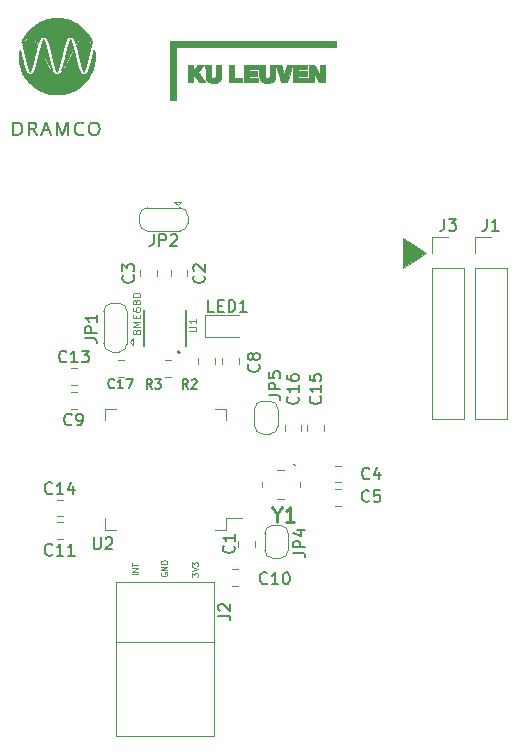
<source format=gto>
G04 #@! TF.GenerationSoftware,KiCad,Pcbnew,(5.1.4)-1*
G04 #@! TF.CreationDate,2020-11-30T17:40:18+01:00*
G04 #@! TF.ProjectId,BME680,424d4536-3830-42e6-9b69-6361645f7063,A*
G04 #@! TF.SameCoordinates,Original*
G04 #@! TF.FileFunction,Legend,Top*
G04 #@! TF.FilePolarity,Positive*
%FSLAX46Y46*%
G04 Gerber Fmt 4.6, Leading zero omitted, Abs format (unit mm)*
G04 Created by KiCad (PCBNEW (5.1.4)-1) date 2020-11-30 17:40:18*
%MOMM*%
%LPD*%
G04 APERTURE LIST*
%ADD10C,0.125000*%
%ADD11C,0.010000*%
%ADD12C,0.120000*%
%ADD13C,0.127000*%
%ADD14C,0.200000*%
%ADD15C,0.100000*%
%ADD16C,0.150000*%
%ADD17C,0.050000*%
%ADD18C,0.254000*%
G04 APERTURE END LIST*
D10*
X124806190Y-136197047D02*
X124806190Y-135887523D01*
X124996666Y-136054190D01*
X124996666Y-135982761D01*
X125020476Y-135935142D01*
X125044285Y-135911333D01*
X125091904Y-135887523D01*
X125210952Y-135887523D01*
X125258571Y-135911333D01*
X125282380Y-135935142D01*
X125306190Y-135982761D01*
X125306190Y-136125619D01*
X125282380Y-136173238D01*
X125258571Y-136197047D01*
X124806190Y-135744666D02*
X125306190Y-135578000D01*
X124806190Y-135411333D01*
X124806190Y-135292285D02*
X124806190Y-134982761D01*
X124996666Y-135149428D01*
X124996666Y-135078000D01*
X125020476Y-135030380D01*
X125044285Y-135006571D01*
X125091904Y-134982761D01*
X125210952Y-134982761D01*
X125258571Y-135006571D01*
X125282380Y-135030380D01*
X125306190Y-135078000D01*
X125306190Y-135220857D01*
X125282380Y-135268476D01*
X125258571Y-135292285D01*
X122210000Y-135858952D02*
X122186190Y-135906571D01*
X122186190Y-135978000D01*
X122210000Y-136049428D01*
X122257619Y-136097047D01*
X122305238Y-136120857D01*
X122400476Y-136144666D01*
X122471904Y-136144666D01*
X122567142Y-136120857D01*
X122614761Y-136097047D01*
X122662380Y-136049428D01*
X122686190Y-135978000D01*
X122686190Y-135930380D01*
X122662380Y-135858952D01*
X122638571Y-135835142D01*
X122471904Y-135835142D01*
X122471904Y-135930380D01*
X122686190Y-135620857D02*
X122186190Y-135620857D01*
X122686190Y-135335142D01*
X122186190Y-135335142D01*
X122686190Y-135097047D02*
X122186190Y-135097047D01*
X122186190Y-134978000D01*
X122210000Y-134906571D01*
X122257619Y-134858952D01*
X122305238Y-134835142D01*
X122400476Y-134811333D01*
X122471904Y-134811333D01*
X122567142Y-134835142D01*
X122614761Y-134858952D01*
X122662380Y-134906571D01*
X122686190Y-134978000D01*
X122686190Y-135097047D01*
X120206190Y-136000380D02*
X119706190Y-136000380D01*
X120206190Y-135762285D02*
X119706190Y-135762285D01*
X120206190Y-135476571D01*
X119706190Y-135476571D01*
X119706190Y-135309904D02*
X119706190Y-135024190D01*
X120206190Y-135167047D02*
X119706190Y-135167047D01*
D11*
G36*
X136019044Y-94352155D02*
G01*
X135580699Y-94352155D01*
X135359085Y-93944344D01*
X135324927Y-93881534D01*
X135292254Y-93821550D01*
X135261477Y-93765139D01*
X135233004Y-93713046D01*
X135207244Y-93666016D01*
X135184608Y-93624796D01*
X135165504Y-93590130D01*
X135150341Y-93562766D01*
X135139528Y-93543447D01*
X135133476Y-93532921D01*
X135132347Y-93531171D01*
X135131403Y-93535691D01*
X135130535Y-93550909D01*
X135129752Y-93576231D01*
X135129060Y-93611066D01*
X135128467Y-93654823D01*
X135127981Y-93706908D01*
X135127608Y-93766732D01*
X135127356Y-93833700D01*
X135127233Y-93907222D01*
X135127222Y-93938982D01*
X135127222Y-94352155D01*
X134698203Y-94352155D01*
X134699635Y-93597211D01*
X134701066Y-92842266D01*
X134932488Y-92840874D01*
X135163911Y-92839482D01*
X135371774Y-93234084D01*
X135404531Y-93296212D01*
X135435896Y-93355591D01*
X135465455Y-93411442D01*
X135492791Y-93462985D01*
X135517490Y-93509440D01*
X135539137Y-93550029D01*
X135557316Y-93583972D01*
X135571612Y-93610490D01*
X135581611Y-93628803D01*
X135586896Y-93638132D01*
X135587495Y-93639054D01*
X135589014Y-93639817D01*
X135590330Y-93637348D01*
X135591459Y-93630942D01*
X135592413Y-93619895D01*
X135593208Y-93603501D01*
X135593858Y-93581058D01*
X135594377Y-93551860D01*
X135594779Y-93515202D01*
X135595079Y-93470381D01*
X135595292Y-93416691D01*
X135595431Y-93353429D01*
X135595511Y-93279890D01*
X135595531Y-93244433D01*
X135595711Y-92839444D01*
X136019044Y-92839444D01*
X136019044Y-94352155D01*
X136019044Y-94352155D01*
G37*
X136019044Y-94352155D02*
X135580699Y-94352155D01*
X135359085Y-93944344D01*
X135324927Y-93881534D01*
X135292254Y-93821550D01*
X135261477Y-93765139D01*
X135233004Y-93713046D01*
X135207244Y-93666016D01*
X135184608Y-93624796D01*
X135165504Y-93590130D01*
X135150341Y-93562766D01*
X135139528Y-93543447D01*
X135133476Y-93532921D01*
X135132347Y-93531171D01*
X135131403Y-93535691D01*
X135130535Y-93550909D01*
X135129752Y-93576231D01*
X135129060Y-93611066D01*
X135128467Y-93654823D01*
X135127981Y-93706908D01*
X135127608Y-93766732D01*
X135127356Y-93833700D01*
X135127233Y-93907222D01*
X135127222Y-93938982D01*
X135127222Y-94352155D01*
X134698203Y-94352155D01*
X134699635Y-93597211D01*
X134701066Y-92842266D01*
X134932488Y-92840874D01*
X135163911Y-92839482D01*
X135371774Y-93234084D01*
X135404531Y-93296212D01*
X135435896Y-93355591D01*
X135465455Y-93411442D01*
X135492791Y-93462985D01*
X135517490Y-93509440D01*
X135539137Y-93550029D01*
X135557316Y-93583972D01*
X135571612Y-93610490D01*
X135581611Y-93628803D01*
X135586896Y-93638132D01*
X135587495Y-93639054D01*
X135589014Y-93639817D01*
X135590330Y-93637348D01*
X135591459Y-93630942D01*
X135592413Y-93619895D01*
X135593208Y-93603501D01*
X135593858Y-93581058D01*
X135594377Y-93551860D01*
X135594779Y-93515202D01*
X135595079Y-93470381D01*
X135595292Y-93416691D01*
X135595431Y-93353429D01*
X135595511Y-93279890D01*
X135595531Y-93244433D01*
X135595711Y-92839444D01*
X136019044Y-92839444D01*
X136019044Y-94352155D01*
G36*
X134562777Y-93228911D02*
G01*
X133812066Y-93228911D01*
X133812066Y-93415178D01*
X134495044Y-93415178D01*
X134495044Y-93776422D01*
X133812066Y-93776422D01*
X133812066Y-93962689D01*
X134585355Y-93962689D01*
X134585355Y-94352155D01*
X133360511Y-94352155D01*
X133360511Y-92839444D01*
X134562777Y-92839444D01*
X134562777Y-93228911D01*
X134562777Y-93228911D01*
G37*
X134562777Y-93228911D02*
X133812066Y-93228911D01*
X133812066Y-93415178D01*
X134495044Y-93415178D01*
X134495044Y-93776422D01*
X133812066Y-93776422D01*
X133812066Y-93962689D01*
X134585355Y-93962689D01*
X134585355Y-94352155D01*
X133360511Y-94352155D01*
X133360511Y-92839444D01*
X134562777Y-92839444D01*
X134562777Y-93228911D01*
G36*
X132360913Y-92860611D02*
G01*
X132363192Y-92869314D01*
X132368100Y-92888064D01*
X132375407Y-92915989D01*
X132384887Y-92952214D01*
X132396310Y-92995867D01*
X132409447Y-93046073D01*
X132424070Y-93101960D01*
X132439951Y-93162653D01*
X132456860Y-93227280D01*
X132474570Y-93294966D01*
X132480178Y-93316400D01*
X132497959Y-93384295D01*
X132514935Y-93448985D01*
X132530886Y-93509646D01*
X132545595Y-93565452D01*
X132558842Y-93615579D01*
X132570410Y-93659203D01*
X132580080Y-93695499D01*
X132587633Y-93723641D01*
X132592852Y-93742807D01*
X132595518Y-93752170D01*
X132595811Y-93752983D01*
X132596421Y-93753221D01*
X132597238Y-93752332D01*
X132598440Y-93749648D01*
X132600202Y-93744500D01*
X132602703Y-93736220D01*
X132606118Y-93724140D01*
X132610627Y-93707590D01*
X132616405Y-93685902D01*
X132623630Y-93658409D01*
X132632478Y-93624441D01*
X132643128Y-93583330D01*
X132655756Y-93534408D01*
X132670540Y-93477006D01*
X132687655Y-93410455D01*
X132707281Y-93334088D01*
X132721975Y-93276889D01*
X132833624Y-92842266D01*
X133066023Y-92840793D01*
X133116005Y-92840516D01*
X133162301Y-92840338D01*
X133203733Y-92840256D01*
X133239123Y-92840270D01*
X133267294Y-92840379D01*
X133287069Y-92840581D01*
X133297269Y-92840875D01*
X133298422Y-92841039D01*
X133296818Y-92846546D01*
X133292129Y-92862243D01*
X133284540Y-92887516D01*
X133274238Y-92921752D01*
X133261408Y-92964334D01*
X133246235Y-93014649D01*
X133228904Y-93072083D01*
X133209600Y-93136021D01*
X133188510Y-93205849D01*
X133165819Y-93280952D01*
X133141712Y-93360717D01*
X133116375Y-93444527D01*
X133089993Y-93531770D01*
X133070551Y-93596046D01*
X132842680Y-94349333D01*
X132589065Y-94350801D01*
X132335449Y-94352269D01*
X132119019Y-93602912D01*
X132093205Y-93513550D01*
X132068232Y-93427126D01*
X132044282Y-93344266D01*
X132021535Y-93265596D01*
X132000171Y-93191740D01*
X131980374Y-93123324D01*
X131962323Y-93060973D01*
X131946199Y-93005314D01*
X131932184Y-92956970D01*
X131920459Y-92916569D01*
X131911205Y-92884734D01*
X131904602Y-92862093D01*
X131900833Y-92849269D01*
X131899990Y-92846500D01*
X131901504Y-92844682D01*
X131908070Y-92843185D01*
X131920529Y-92841981D01*
X131939722Y-92841045D01*
X131966490Y-92840351D01*
X132001675Y-92839872D01*
X132046118Y-92839582D01*
X132100659Y-92839455D01*
X132126378Y-92839444D01*
X132355364Y-92839444D01*
X132360913Y-92860611D01*
X132360913Y-92860611D01*
G37*
X132360913Y-92860611D02*
X132363192Y-92869314D01*
X132368100Y-92888064D01*
X132375407Y-92915989D01*
X132384887Y-92952214D01*
X132396310Y-92995867D01*
X132409447Y-93046073D01*
X132424070Y-93101960D01*
X132439951Y-93162653D01*
X132456860Y-93227280D01*
X132474570Y-93294966D01*
X132480178Y-93316400D01*
X132497959Y-93384295D01*
X132514935Y-93448985D01*
X132530886Y-93509646D01*
X132545595Y-93565452D01*
X132558842Y-93615579D01*
X132570410Y-93659203D01*
X132580080Y-93695499D01*
X132587633Y-93723641D01*
X132592852Y-93742807D01*
X132595518Y-93752170D01*
X132595811Y-93752983D01*
X132596421Y-93753221D01*
X132597238Y-93752332D01*
X132598440Y-93749648D01*
X132600202Y-93744500D01*
X132602703Y-93736220D01*
X132606118Y-93724140D01*
X132610627Y-93707590D01*
X132616405Y-93685902D01*
X132623630Y-93658409D01*
X132632478Y-93624441D01*
X132643128Y-93583330D01*
X132655756Y-93534408D01*
X132670540Y-93477006D01*
X132687655Y-93410455D01*
X132707281Y-93334088D01*
X132721975Y-93276889D01*
X132833624Y-92842266D01*
X133066023Y-92840793D01*
X133116005Y-92840516D01*
X133162301Y-92840338D01*
X133203733Y-92840256D01*
X133239123Y-92840270D01*
X133267294Y-92840379D01*
X133287069Y-92840581D01*
X133297269Y-92840875D01*
X133298422Y-92841039D01*
X133296818Y-92846546D01*
X133292129Y-92862243D01*
X133284540Y-92887516D01*
X133274238Y-92921752D01*
X133261408Y-92964334D01*
X133246235Y-93014649D01*
X133228904Y-93072083D01*
X133209600Y-93136021D01*
X133188510Y-93205849D01*
X133165819Y-93280952D01*
X133141712Y-93360717D01*
X133116375Y-93444527D01*
X133089993Y-93531770D01*
X133070551Y-93596046D01*
X132842680Y-94349333D01*
X132589065Y-94350801D01*
X132335449Y-94352269D01*
X132119019Y-93602912D01*
X132093205Y-93513550D01*
X132068232Y-93427126D01*
X132044282Y-93344266D01*
X132021535Y-93265596D01*
X132000171Y-93191740D01*
X131980374Y-93123324D01*
X131962323Y-93060973D01*
X131946199Y-93005314D01*
X131932184Y-92956970D01*
X131920459Y-92916569D01*
X131911205Y-92884734D01*
X131904602Y-92862093D01*
X131900833Y-92849269D01*
X131899990Y-92846500D01*
X131901504Y-92844682D01*
X131908070Y-92843185D01*
X131920529Y-92841981D01*
X131939722Y-92841045D01*
X131966490Y-92840351D01*
X132001675Y-92839872D01*
X132046118Y-92839582D01*
X132100659Y-92839455D01*
X132126378Y-92839444D01*
X132355364Y-92839444D01*
X132360913Y-92860611D01*
G36*
X130363311Y-93228911D02*
G01*
X129606955Y-93228911D01*
X129606955Y-93415178D01*
X130295577Y-93415178D01*
X130295577Y-93776422D01*
X129606955Y-93776422D01*
X129606955Y-93962689D01*
X130385888Y-93962689D01*
X130385888Y-94352155D01*
X129161044Y-94352155D01*
X129161044Y-92839444D01*
X130363311Y-92839444D01*
X130363311Y-93228911D01*
X130363311Y-93228911D01*
G37*
X130363311Y-93228911D02*
X129606955Y-93228911D01*
X129606955Y-93415178D01*
X130295577Y-93415178D01*
X130295577Y-93776422D01*
X129606955Y-93776422D01*
X129606955Y-93962689D01*
X130385888Y-93962689D01*
X130385888Y-94352155D01*
X129161044Y-94352155D01*
X129161044Y-92839444D01*
X130363311Y-92839444D01*
X130363311Y-93228911D01*
G36*
X128387755Y-93962595D02*
G01*
X129022755Y-93965511D01*
X129025725Y-94352155D01*
X127936200Y-94352155D01*
X127936200Y-92839444D01*
X128387755Y-92839444D01*
X128387755Y-93962595D01*
X128387755Y-93962595D01*
G37*
X128387755Y-93962595D02*
X129022755Y-93965511D01*
X129025725Y-94352155D01*
X127936200Y-94352155D01*
X127936200Y-92839444D01*
X128387755Y-92839444D01*
X128387755Y-93962595D01*
G36*
X124871266Y-93100343D02*
G01*
X124871277Y-93161303D01*
X124871335Y-93211891D01*
X124871480Y-93253022D01*
X124871752Y-93285614D01*
X124872189Y-93310581D01*
X124872831Y-93328841D01*
X124873717Y-93341310D01*
X124874886Y-93348904D01*
X124876378Y-93352539D01*
X124878232Y-93353131D01*
X124880488Y-93351598D01*
X124881982Y-93350110D01*
X124887395Y-93343606D01*
X124899006Y-93329019D01*
X124916136Y-93307217D01*
X124938107Y-93279072D01*
X124964244Y-93245453D01*
X124993868Y-93207231D01*
X125026301Y-93165277D01*
X125060868Y-93120461D01*
X125077325Y-93099089D01*
X125112602Y-93053297D01*
X125146019Y-93010003D01*
X125176904Y-92970073D01*
X125204585Y-92934370D01*
X125228390Y-92903760D01*
X125247648Y-92879106D01*
X125261687Y-92861274D01*
X125269836Y-92851128D01*
X125271432Y-92849268D01*
X125274202Y-92846998D01*
X125278435Y-92845113D01*
X125285092Y-92843583D01*
X125295132Y-92842380D01*
X125309514Y-92841475D01*
X125329197Y-92840840D01*
X125355143Y-92840446D01*
X125388310Y-92840265D01*
X125429657Y-92840269D01*
X125480145Y-92840429D01*
X125540733Y-92840717D01*
X125556792Y-92840801D01*
X125832673Y-92842266D01*
X125569099Y-93135466D01*
X125518902Y-93191460D01*
X125473079Y-93242887D01*
X125432029Y-93289286D01*
X125396154Y-93330193D01*
X125365856Y-93365144D01*
X125341536Y-93393676D01*
X125323595Y-93415327D01*
X125312434Y-93429632D01*
X125308454Y-93436130D01*
X125308473Y-93436348D01*
X125311973Y-93442041D01*
X125321327Y-93456453D01*
X125336101Y-93478931D01*
X125355858Y-93508820D01*
X125380164Y-93545466D01*
X125408584Y-93588214D01*
X125440682Y-93636410D01*
X125476024Y-93689399D01*
X125514173Y-93746528D01*
X125554694Y-93807141D01*
X125597153Y-93870584D01*
X125613454Y-93894924D01*
X125656450Y-93959143D01*
X125697619Y-94020697D01*
X125736530Y-94078940D01*
X125772756Y-94133226D01*
X125805865Y-94182908D01*
X125835428Y-94227341D01*
X125861016Y-94265879D01*
X125882199Y-94297877D01*
X125898547Y-94322687D01*
X125909632Y-94339665D01*
X125915022Y-94348164D01*
X125915488Y-94349039D01*
X125910023Y-94349643D01*
X125894341Y-94350153D01*
X125869514Y-94350561D01*
X125836616Y-94350862D01*
X125796717Y-94351048D01*
X125750891Y-94351112D01*
X125700208Y-94351049D01*
X125645742Y-94350850D01*
X125635090Y-94350797D01*
X125354692Y-94349333D01*
X125178207Y-94061572D01*
X125146420Y-94009846D01*
X125116310Y-93961050D01*
X125088404Y-93916025D01*
X125063230Y-93875613D01*
X125041316Y-93840654D01*
X125023187Y-93811989D01*
X125009372Y-93790459D01*
X125000396Y-93776905D01*
X124996811Y-93772174D01*
X124991584Y-93775616D01*
X124980309Y-93786185D01*
X124964353Y-93802496D01*
X124945084Y-93823166D01*
X124931583Y-93838115D01*
X124871266Y-93905693D01*
X124871266Y-94352155D01*
X124419711Y-94352155D01*
X124419711Y-92839444D01*
X124871266Y-92839444D01*
X124871266Y-93100343D01*
X124871266Y-93100343D01*
G37*
X124871266Y-93100343D02*
X124871277Y-93161303D01*
X124871335Y-93211891D01*
X124871480Y-93253022D01*
X124871752Y-93285614D01*
X124872189Y-93310581D01*
X124872831Y-93328841D01*
X124873717Y-93341310D01*
X124874886Y-93348904D01*
X124876378Y-93352539D01*
X124878232Y-93353131D01*
X124880488Y-93351598D01*
X124881982Y-93350110D01*
X124887395Y-93343606D01*
X124899006Y-93329019D01*
X124916136Y-93307217D01*
X124938107Y-93279072D01*
X124964244Y-93245453D01*
X124993868Y-93207231D01*
X125026301Y-93165277D01*
X125060868Y-93120461D01*
X125077325Y-93099089D01*
X125112602Y-93053297D01*
X125146019Y-93010003D01*
X125176904Y-92970073D01*
X125204585Y-92934370D01*
X125228390Y-92903760D01*
X125247648Y-92879106D01*
X125261687Y-92861274D01*
X125269836Y-92851128D01*
X125271432Y-92849268D01*
X125274202Y-92846998D01*
X125278435Y-92845113D01*
X125285092Y-92843583D01*
X125295132Y-92842380D01*
X125309514Y-92841475D01*
X125329197Y-92840840D01*
X125355143Y-92840446D01*
X125388310Y-92840265D01*
X125429657Y-92840269D01*
X125480145Y-92840429D01*
X125540733Y-92840717D01*
X125556792Y-92840801D01*
X125832673Y-92842266D01*
X125569099Y-93135466D01*
X125518902Y-93191460D01*
X125473079Y-93242887D01*
X125432029Y-93289286D01*
X125396154Y-93330193D01*
X125365856Y-93365144D01*
X125341536Y-93393676D01*
X125323595Y-93415327D01*
X125312434Y-93429632D01*
X125308454Y-93436130D01*
X125308473Y-93436348D01*
X125311973Y-93442041D01*
X125321327Y-93456453D01*
X125336101Y-93478931D01*
X125355858Y-93508820D01*
X125380164Y-93545466D01*
X125408584Y-93588214D01*
X125440682Y-93636410D01*
X125476024Y-93689399D01*
X125514173Y-93746528D01*
X125554694Y-93807141D01*
X125597153Y-93870584D01*
X125613454Y-93894924D01*
X125656450Y-93959143D01*
X125697619Y-94020697D01*
X125736530Y-94078940D01*
X125772756Y-94133226D01*
X125805865Y-94182908D01*
X125835428Y-94227341D01*
X125861016Y-94265879D01*
X125882199Y-94297877D01*
X125898547Y-94322687D01*
X125909632Y-94339665D01*
X125915022Y-94348164D01*
X125915488Y-94349039D01*
X125910023Y-94349643D01*
X125894341Y-94350153D01*
X125869514Y-94350561D01*
X125836616Y-94350862D01*
X125796717Y-94351048D01*
X125750891Y-94351112D01*
X125700208Y-94351049D01*
X125645742Y-94350850D01*
X125635090Y-94350797D01*
X125354692Y-94349333D01*
X125178207Y-94061572D01*
X125146420Y-94009846D01*
X125116310Y-93961050D01*
X125088404Y-93916025D01*
X125063230Y-93875613D01*
X125041316Y-93840654D01*
X125023187Y-93811989D01*
X125009372Y-93790459D01*
X125000396Y-93776905D01*
X124996811Y-93772174D01*
X124991584Y-93775616D01*
X124980309Y-93786185D01*
X124964353Y-93802496D01*
X124945084Y-93823166D01*
X124931583Y-93838115D01*
X124871266Y-93905693D01*
X124871266Y-94352155D01*
X124419711Y-94352155D01*
X124419711Y-92839444D01*
X124871266Y-92839444D01*
X124871266Y-93100343D01*
G36*
X130951843Y-93320633D02*
G01*
X130952268Y-93407102D01*
X130952695Y-93483026D01*
X130953140Y-93549149D01*
X130953619Y-93606216D01*
X130954148Y-93654971D01*
X130954744Y-93696157D01*
X130955422Y-93730519D01*
X130956200Y-93758802D01*
X130957093Y-93781749D01*
X130958118Y-93800104D01*
X130959291Y-93814611D01*
X130960628Y-93826016D01*
X130962145Y-93835061D01*
X130963178Y-93839790D01*
X130975030Y-93880950D01*
X130989394Y-93913870D01*
X131007710Y-93941547D01*
X131017693Y-93953163D01*
X131041783Y-93975084D01*
X131068712Y-93990553D01*
X131100838Y-94000477D01*
X131140521Y-94005762D01*
X131157035Y-94006701D01*
X131207446Y-94005874D01*
X131249472Y-93998471D01*
X131284268Y-93983955D01*
X131312990Y-93961785D01*
X131336791Y-93931423D01*
X131343732Y-93919569D01*
X131350033Y-93908042D01*
X131355585Y-93897398D01*
X131360439Y-93886878D01*
X131364646Y-93875724D01*
X131368256Y-93863178D01*
X131371320Y-93848480D01*
X131373889Y-93830873D01*
X131376012Y-93809597D01*
X131377741Y-93783896D01*
X131379126Y-93753009D01*
X131380217Y-93716178D01*
X131381066Y-93672646D01*
X131381722Y-93621653D01*
X131382236Y-93562442D01*
X131382659Y-93494253D01*
X131383041Y-93416328D01*
X131383433Y-93327908D01*
X131383453Y-93323455D01*
X131385587Y-92839444D01*
X131837049Y-92839444D01*
X131834952Y-93365789D01*
X131834590Y-93454917D01*
X131834246Y-93533504D01*
X131833901Y-93602296D01*
X131833539Y-93662039D01*
X131833142Y-93713481D01*
X131832691Y-93757368D01*
X131832168Y-93794448D01*
X131831557Y-93825466D01*
X131830839Y-93851171D01*
X131829995Y-93872309D01*
X131829010Y-93889626D01*
X131827864Y-93903869D01*
X131826539Y-93915786D01*
X131825019Y-93926124D01*
X131823284Y-93935628D01*
X131821318Y-93945046D01*
X131821097Y-93946063D01*
X131809137Y-93992702D01*
X131793749Y-94040285D01*
X131776264Y-94085195D01*
X131758011Y-94123813D01*
X131751375Y-94135704D01*
X131733098Y-94162010D01*
X131707933Y-94191810D01*
X131678498Y-94222518D01*
X131647416Y-94251546D01*
X131617307Y-94276306D01*
X131590977Y-94294103D01*
X131523808Y-94326970D01*
X131449253Y-94353238D01*
X131369555Y-94372198D01*
X131320044Y-94379789D01*
X131289703Y-94382456D01*
X131251437Y-94384246D01*
X131207900Y-94385184D01*
X131161746Y-94385290D01*
X131115628Y-94384588D01*
X131072199Y-94383100D01*
X131034113Y-94380849D01*
X131004023Y-94377857D01*
X130998457Y-94377058D01*
X130916843Y-94360996D01*
X130844324Y-94339391D01*
X130779924Y-94311797D01*
X130722666Y-94277768D01*
X130671572Y-94236858D01*
X130654000Y-94219852D01*
X130611231Y-94170486D01*
X130576175Y-94116647D01*
X130547985Y-94056683D01*
X130525815Y-93988945D01*
X130516851Y-93952219D01*
X130502347Y-93886489D01*
X130500243Y-93362966D01*
X130498139Y-92839444D01*
X130949596Y-92839444D01*
X130951843Y-93320633D01*
X130951843Y-93320633D01*
G37*
X130951843Y-93320633D02*
X130952268Y-93407102D01*
X130952695Y-93483026D01*
X130953140Y-93549149D01*
X130953619Y-93606216D01*
X130954148Y-93654971D01*
X130954744Y-93696157D01*
X130955422Y-93730519D01*
X130956200Y-93758802D01*
X130957093Y-93781749D01*
X130958118Y-93800104D01*
X130959291Y-93814611D01*
X130960628Y-93826016D01*
X130962145Y-93835061D01*
X130963178Y-93839790D01*
X130975030Y-93880950D01*
X130989394Y-93913870D01*
X131007710Y-93941547D01*
X131017693Y-93953163D01*
X131041783Y-93975084D01*
X131068712Y-93990553D01*
X131100838Y-94000477D01*
X131140521Y-94005762D01*
X131157035Y-94006701D01*
X131207446Y-94005874D01*
X131249472Y-93998471D01*
X131284268Y-93983955D01*
X131312990Y-93961785D01*
X131336791Y-93931423D01*
X131343732Y-93919569D01*
X131350033Y-93908042D01*
X131355585Y-93897398D01*
X131360439Y-93886878D01*
X131364646Y-93875724D01*
X131368256Y-93863178D01*
X131371320Y-93848480D01*
X131373889Y-93830873D01*
X131376012Y-93809597D01*
X131377741Y-93783896D01*
X131379126Y-93753009D01*
X131380217Y-93716178D01*
X131381066Y-93672646D01*
X131381722Y-93621653D01*
X131382236Y-93562442D01*
X131382659Y-93494253D01*
X131383041Y-93416328D01*
X131383433Y-93327908D01*
X131383453Y-93323455D01*
X131385587Y-92839444D01*
X131837049Y-92839444D01*
X131834952Y-93365789D01*
X131834590Y-93454917D01*
X131834246Y-93533504D01*
X131833901Y-93602296D01*
X131833539Y-93662039D01*
X131833142Y-93713481D01*
X131832691Y-93757368D01*
X131832168Y-93794448D01*
X131831557Y-93825466D01*
X131830839Y-93851171D01*
X131829995Y-93872309D01*
X131829010Y-93889626D01*
X131827864Y-93903869D01*
X131826539Y-93915786D01*
X131825019Y-93926124D01*
X131823284Y-93935628D01*
X131821318Y-93945046D01*
X131821097Y-93946063D01*
X131809137Y-93992702D01*
X131793749Y-94040285D01*
X131776264Y-94085195D01*
X131758011Y-94123813D01*
X131751375Y-94135704D01*
X131733098Y-94162010D01*
X131707933Y-94191810D01*
X131678498Y-94222518D01*
X131647416Y-94251546D01*
X131617307Y-94276306D01*
X131590977Y-94294103D01*
X131523808Y-94326970D01*
X131449253Y-94353238D01*
X131369555Y-94372198D01*
X131320044Y-94379789D01*
X131289703Y-94382456D01*
X131251437Y-94384246D01*
X131207900Y-94385184D01*
X131161746Y-94385290D01*
X131115628Y-94384588D01*
X131072199Y-94383100D01*
X131034113Y-94380849D01*
X131004023Y-94377857D01*
X130998457Y-94377058D01*
X130916843Y-94360996D01*
X130844324Y-94339391D01*
X130779924Y-94311797D01*
X130722666Y-94277768D01*
X130671572Y-94236858D01*
X130654000Y-94219852D01*
X130611231Y-94170486D01*
X130576175Y-94116647D01*
X130547985Y-94056683D01*
X130525815Y-93988945D01*
X130516851Y-93952219D01*
X130502347Y-93886489D01*
X130500243Y-93362966D01*
X130498139Y-92839444D01*
X130949596Y-92839444D01*
X130951843Y-93320633D01*
G36*
X126391100Y-93326278D02*
G01*
X126391483Y-93412689D01*
X126391864Y-93488555D01*
X126392260Y-93554622D01*
X126392689Y-93611632D01*
X126393166Y-93660331D01*
X126393708Y-93701463D01*
X126394331Y-93735772D01*
X126395051Y-93764002D01*
X126395887Y-93786899D01*
X126396852Y-93805205D01*
X126397965Y-93819666D01*
X126399242Y-93831025D01*
X126400699Y-93840028D01*
X126402352Y-93847418D01*
X126402654Y-93848566D01*
X126417719Y-93894098D01*
X126436444Y-93930163D01*
X126459922Y-93958288D01*
X126489248Y-93980001D01*
X126501648Y-93986639D01*
X126517763Y-93994313D01*
X126531086Y-93999486D01*
X126544508Y-94002649D01*
X126560919Y-94004293D01*
X126583212Y-94004910D01*
X126609663Y-94004992D01*
X126648604Y-94004028D01*
X126678942Y-94000615D01*
X126703243Y-93993918D01*
X126724076Y-93983099D01*
X126744010Y-93967323D01*
X126753639Y-93958117D01*
X126764408Y-93946851D01*
X126774020Y-93935252D01*
X126782540Y-93922647D01*
X126790035Y-93908361D01*
X126796570Y-93891721D01*
X126802211Y-93872054D01*
X126807023Y-93848684D01*
X126811073Y-93820940D01*
X126814426Y-93788146D01*
X126817147Y-93749630D01*
X126819302Y-93704717D01*
X126820958Y-93652733D01*
X126822179Y-93593006D01*
X126823031Y-93524860D01*
X126823581Y-93447624D01*
X126823893Y-93360621D01*
X126824034Y-93263180D01*
X126824051Y-93235966D01*
X126824244Y-92839444D01*
X127275800Y-92839444D01*
X127275751Y-93314989D01*
X127275675Y-93392499D01*
X127275470Y-93467153D01*
X127275144Y-93538039D01*
X127274708Y-93604247D01*
X127274171Y-93664866D01*
X127273543Y-93718986D01*
X127272833Y-93765697D01*
X127272051Y-93804087D01*
X127271207Y-93833247D01*
X127270309Y-93852266D01*
X127270068Y-93855444D01*
X127258174Y-93942462D01*
X127238258Y-94021552D01*
X127210264Y-94092771D01*
X127174138Y-94156179D01*
X127129824Y-94211831D01*
X127077269Y-94259785D01*
X127016418Y-94300099D01*
X126947215Y-94332830D01*
X126869606Y-94358036D01*
X126783536Y-94375773D01*
X126772720Y-94377391D01*
X126749086Y-94379886D01*
X126717173Y-94381973D01*
X126679457Y-94383614D01*
X126638411Y-94384769D01*
X126596511Y-94385400D01*
X126556231Y-94385468D01*
X126520045Y-94384934D01*
X126490428Y-94383758D01*
X126471466Y-94382124D01*
X126393291Y-94369442D01*
X126324163Y-94352781D01*
X126262397Y-94331675D01*
X126218434Y-94311918D01*
X126155401Y-94274706D01*
X126100587Y-94230256D01*
X126053770Y-94178270D01*
X126014731Y-94118447D01*
X125983246Y-94050488D01*
X125959095Y-93974092D01*
X125954222Y-93953837D01*
X125952079Y-93944235D01*
X125950188Y-93934996D01*
X125948531Y-93925374D01*
X125947089Y-93914626D01*
X125945843Y-93902005D01*
X125944775Y-93886767D01*
X125943866Y-93868165D01*
X125943098Y-93845455D01*
X125942451Y-93817891D01*
X125941907Y-93784728D01*
X125941447Y-93745220D01*
X125941053Y-93698623D01*
X125940706Y-93644192D01*
X125940386Y-93581179D01*
X125940077Y-93508842D01*
X125939758Y-93426433D01*
X125939542Y-93368611D01*
X125937580Y-92839444D01*
X126389045Y-92839444D01*
X126391100Y-93326278D01*
X126391100Y-93326278D01*
G37*
X126391100Y-93326278D02*
X126391483Y-93412689D01*
X126391864Y-93488555D01*
X126392260Y-93554622D01*
X126392689Y-93611632D01*
X126393166Y-93660331D01*
X126393708Y-93701463D01*
X126394331Y-93735772D01*
X126395051Y-93764002D01*
X126395887Y-93786899D01*
X126396852Y-93805205D01*
X126397965Y-93819666D01*
X126399242Y-93831025D01*
X126400699Y-93840028D01*
X126402352Y-93847418D01*
X126402654Y-93848566D01*
X126417719Y-93894098D01*
X126436444Y-93930163D01*
X126459922Y-93958288D01*
X126489248Y-93980001D01*
X126501648Y-93986639D01*
X126517763Y-93994313D01*
X126531086Y-93999486D01*
X126544508Y-94002649D01*
X126560919Y-94004293D01*
X126583212Y-94004910D01*
X126609663Y-94004992D01*
X126648604Y-94004028D01*
X126678942Y-94000615D01*
X126703243Y-93993918D01*
X126724076Y-93983099D01*
X126744010Y-93967323D01*
X126753639Y-93958117D01*
X126764408Y-93946851D01*
X126774020Y-93935252D01*
X126782540Y-93922647D01*
X126790035Y-93908361D01*
X126796570Y-93891721D01*
X126802211Y-93872054D01*
X126807023Y-93848684D01*
X126811073Y-93820940D01*
X126814426Y-93788146D01*
X126817147Y-93749630D01*
X126819302Y-93704717D01*
X126820958Y-93652733D01*
X126822179Y-93593006D01*
X126823031Y-93524860D01*
X126823581Y-93447624D01*
X126823893Y-93360621D01*
X126824034Y-93263180D01*
X126824051Y-93235966D01*
X126824244Y-92839444D01*
X127275800Y-92839444D01*
X127275751Y-93314989D01*
X127275675Y-93392499D01*
X127275470Y-93467153D01*
X127275144Y-93538039D01*
X127274708Y-93604247D01*
X127274171Y-93664866D01*
X127273543Y-93718986D01*
X127272833Y-93765697D01*
X127272051Y-93804087D01*
X127271207Y-93833247D01*
X127270309Y-93852266D01*
X127270068Y-93855444D01*
X127258174Y-93942462D01*
X127238258Y-94021552D01*
X127210264Y-94092771D01*
X127174138Y-94156179D01*
X127129824Y-94211831D01*
X127077269Y-94259785D01*
X127016418Y-94300099D01*
X126947215Y-94332830D01*
X126869606Y-94358036D01*
X126783536Y-94375773D01*
X126772720Y-94377391D01*
X126749086Y-94379886D01*
X126717173Y-94381973D01*
X126679457Y-94383614D01*
X126638411Y-94384769D01*
X126596511Y-94385400D01*
X126556231Y-94385468D01*
X126520045Y-94384934D01*
X126490428Y-94383758D01*
X126471466Y-94382124D01*
X126393291Y-94369442D01*
X126324163Y-94352781D01*
X126262397Y-94331675D01*
X126218434Y-94311918D01*
X126155401Y-94274706D01*
X126100587Y-94230256D01*
X126053770Y-94178270D01*
X126014731Y-94118447D01*
X125983246Y-94050488D01*
X125959095Y-93974092D01*
X125954222Y-93953837D01*
X125952079Y-93944235D01*
X125950188Y-93934996D01*
X125948531Y-93925374D01*
X125947089Y-93914626D01*
X125945843Y-93902005D01*
X125944775Y-93886767D01*
X125943866Y-93868165D01*
X125943098Y-93845455D01*
X125942451Y-93817891D01*
X125941907Y-93784728D01*
X125941447Y-93745220D01*
X125941053Y-93698623D01*
X125940706Y-93644192D01*
X125940386Y-93581179D01*
X125940077Y-93508842D01*
X125939758Y-93426433D01*
X125939542Y-93368611D01*
X125937580Y-92839444D01*
X126389045Y-92839444D01*
X126391100Y-93326278D01*
G36*
X137029400Y-91075553D02*
G01*
X137029399Y-91326728D01*
X130220788Y-91328142D01*
X123412177Y-91329555D01*
X123410759Y-93597211D01*
X123409341Y-95864866D01*
X122907000Y-95864866D01*
X122907000Y-90824378D01*
X137029400Y-90824378D01*
X137029400Y-91075553D01*
X137029400Y-91075553D01*
G37*
X137029400Y-91075553D02*
X137029399Y-91326728D01*
X130220788Y-91328142D01*
X123412177Y-91329555D01*
X123410759Y-93597211D01*
X123409341Y-95864866D01*
X122907000Y-95864866D01*
X122907000Y-90824378D01*
X137029400Y-90824378D01*
X137029400Y-91075553D01*
G36*
X114485434Y-90681358D02*
G01*
X114490700Y-90690042D01*
X114497666Y-90703670D01*
X114500380Y-90709028D01*
X114521037Y-90751641D01*
X114541784Y-90798600D01*
X114562722Y-90850196D01*
X114583952Y-90906719D01*
X114605576Y-90968459D01*
X114627695Y-91035709D01*
X114650411Y-91108757D01*
X114673825Y-91187896D01*
X114698037Y-91273415D01*
X114701445Y-91285727D01*
X114708445Y-91311289D01*
X114714820Y-91334967D01*
X114720350Y-91355913D01*
X114724817Y-91373283D01*
X114728001Y-91386232D01*
X114729683Y-91393913D01*
X114729893Y-91395487D01*
X114728389Y-91400155D01*
X114724143Y-91409989D01*
X114717554Y-91424151D01*
X114709020Y-91441807D01*
X114698939Y-91462119D01*
X114687710Y-91484252D01*
X114686179Y-91487233D01*
X114672336Y-91514341D01*
X114657498Y-91543750D01*
X114641502Y-91575803D01*
X114624179Y-91610843D01*
X114605366Y-91649211D01*
X114584894Y-91691249D01*
X114562600Y-91737300D01*
X114538316Y-91787704D01*
X114511877Y-91842806D01*
X114483116Y-91902946D01*
X114451869Y-91968466D01*
X114417968Y-92039709D01*
X114409959Y-92056560D01*
X114364895Y-92151133D01*
X114322377Y-92239811D01*
X114282241Y-92322907D01*
X114244322Y-92400732D01*
X114208456Y-92473598D01*
X114174479Y-92541819D01*
X114142226Y-92605707D01*
X114111533Y-92665573D01*
X114082237Y-92721731D01*
X114054172Y-92774492D01*
X114027175Y-92824169D01*
X114001081Y-92871074D01*
X113975726Y-92915520D01*
X113950945Y-92957819D01*
X113926575Y-92998283D01*
X113902451Y-93037224D01*
X113878410Y-93074956D01*
X113857839Y-93106426D01*
X113841429Y-93130945D01*
X113824779Y-93155280D01*
X113808316Y-93178851D01*
X113792471Y-93201078D01*
X113777675Y-93221382D01*
X113764357Y-93239182D01*
X113752947Y-93253898D01*
X113743875Y-93264951D01*
X113737571Y-93271761D01*
X113734465Y-93273748D01*
X113734213Y-93273151D01*
X113735331Y-93269688D01*
X113738416Y-93261002D01*
X113743061Y-93248216D01*
X113748860Y-93232449D01*
X113752364Y-93222997D01*
X113764473Y-93189858D01*
X113776511Y-93155744D01*
X113788557Y-93120361D01*
X113800689Y-93083416D01*
X113812987Y-93044615D01*
X113825529Y-93003664D01*
X113838394Y-92960269D01*
X113851662Y-92914137D01*
X113865411Y-92864975D01*
X113879719Y-92812488D01*
X113894667Y-92756383D01*
X113910333Y-92696366D01*
X113926795Y-92632144D01*
X113944133Y-92563423D01*
X113962426Y-92489909D01*
X113981753Y-92411308D01*
X114002192Y-92327328D01*
X114023823Y-92237673D01*
X114046724Y-92142051D01*
X114070974Y-92040169D01*
X114076325Y-92017613D01*
X114094153Y-91942693D01*
X114111788Y-91869100D01*
X114129097Y-91797374D01*
X114145946Y-91728056D01*
X114162202Y-91661686D01*
X114177731Y-91598807D01*
X114192400Y-91539958D01*
X114206076Y-91485680D01*
X114218624Y-91436515D01*
X114229912Y-91393003D01*
X114237583Y-91363986D01*
X114264186Y-91266382D01*
X114290093Y-91175458D01*
X114315324Y-91091160D01*
X114339896Y-91013431D01*
X114363829Y-90942218D01*
X114387140Y-90877465D01*
X114409849Y-90819117D01*
X114431974Y-90767118D01*
X114453533Y-90721414D01*
X114455387Y-90717725D01*
X114464674Y-90699275D01*
X114471487Y-90686574D01*
X114476662Y-90679462D01*
X114481032Y-90677777D01*
X114485434Y-90681358D01*
X114485434Y-90681358D01*
G37*
X114485434Y-90681358D02*
X114490700Y-90690042D01*
X114497666Y-90703670D01*
X114500380Y-90709028D01*
X114521037Y-90751641D01*
X114541784Y-90798600D01*
X114562722Y-90850196D01*
X114583952Y-90906719D01*
X114605576Y-90968459D01*
X114627695Y-91035709D01*
X114650411Y-91108757D01*
X114673825Y-91187896D01*
X114698037Y-91273415D01*
X114701445Y-91285727D01*
X114708445Y-91311289D01*
X114714820Y-91334967D01*
X114720350Y-91355913D01*
X114724817Y-91373283D01*
X114728001Y-91386232D01*
X114729683Y-91393913D01*
X114729893Y-91395487D01*
X114728389Y-91400155D01*
X114724143Y-91409989D01*
X114717554Y-91424151D01*
X114709020Y-91441807D01*
X114698939Y-91462119D01*
X114687710Y-91484252D01*
X114686179Y-91487233D01*
X114672336Y-91514341D01*
X114657498Y-91543750D01*
X114641502Y-91575803D01*
X114624179Y-91610843D01*
X114605366Y-91649211D01*
X114584894Y-91691249D01*
X114562600Y-91737300D01*
X114538316Y-91787704D01*
X114511877Y-91842806D01*
X114483116Y-91902946D01*
X114451869Y-91968466D01*
X114417968Y-92039709D01*
X114409959Y-92056560D01*
X114364895Y-92151133D01*
X114322377Y-92239811D01*
X114282241Y-92322907D01*
X114244322Y-92400732D01*
X114208456Y-92473598D01*
X114174479Y-92541819D01*
X114142226Y-92605707D01*
X114111533Y-92665573D01*
X114082237Y-92721731D01*
X114054172Y-92774492D01*
X114027175Y-92824169D01*
X114001081Y-92871074D01*
X113975726Y-92915520D01*
X113950945Y-92957819D01*
X113926575Y-92998283D01*
X113902451Y-93037224D01*
X113878410Y-93074956D01*
X113857839Y-93106426D01*
X113841429Y-93130945D01*
X113824779Y-93155280D01*
X113808316Y-93178851D01*
X113792471Y-93201078D01*
X113777675Y-93221382D01*
X113764357Y-93239182D01*
X113752947Y-93253898D01*
X113743875Y-93264951D01*
X113737571Y-93271761D01*
X113734465Y-93273748D01*
X113734213Y-93273151D01*
X113735331Y-93269688D01*
X113738416Y-93261002D01*
X113743061Y-93248216D01*
X113748860Y-93232449D01*
X113752364Y-93222997D01*
X113764473Y-93189858D01*
X113776511Y-93155744D01*
X113788557Y-93120361D01*
X113800689Y-93083416D01*
X113812987Y-93044615D01*
X113825529Y-93003664D01*
X113838394Y-92960269D01*
X113851662Y-92914137D01*
X113865411Y-92864975D01*
X113879719Y-92812488D01*
X113894667Y-92756383D01*
X113910333Y-92696366D01*
X113926795Y-92632144D01*
X113944133Y-92563423D01*
X113962426Y-92489909D01*
X113981753Y-92411308D01*
X114002192Y-92327328D01*
X114023823Y-92237673D01*
X114046724Y-92142051D01*
X114070974Y-92040169D01*
X114076325Y-92017613D01*
X114094153Y-91942693D01*
X114111788Y-91869100D01*
X114129097Y-91797374D01*
X114145946Y-91728056D01*
X114162202Y-91661686D01*
X114177731Y-91598807D01*
X114192400Y-91539958D01*
X114206076Y-91485680D01*
X114218624Y-91436515D01*
X114229912Y-91393003D01*
X114237583Y-91363986D01*
X114264186Y-91266382D01*
X114290093Y-91175458D01*
X114315324Y-91091160D01*
X114339896Y-91013431D01*
X114363829Y-90942218D01*
X114387140Y-90877465D01*
X114409849Y-90819117D01*
X114431974Y-90767118D01*
X114453533Y-90721414D01*
X114455387Y-90717725D01*
X114464674Y-90699275D01*
X114471487Y-90686574D01*
X114476662Y-90679462D01*
X114481032Y-90677777D01*
X114485434Y-90681358D01*
G36*
X112206210Y-90676068D02*
G01*
X112211074Y-90684352D01*
X112217762Y-90697062D01*
X112225850Y-90713296D01*
X112234910Y-90732158D01*
X112244519Y-90752747D01*
X112254249Y-90774164D01*
X112263677Y-90795511D01*
X112272375Y-90815889D01*
X112279716Y-90833886D01*
X112293110Y-90868335D01*
X112306333Y-90903631D01*
X112319468Y-90940076D01*
X112332598Y-90977974D01*
X112345806Y-91017626D01*
X112359177Y-91059333D01*
X112372793Y-91103398D01*
X112386738Y-91150122D01*
X112401094Y-91199807D01*
X112415947Y-91252757D01*
X112431378Y-91309271D01*
X112447472Y-91369652D01*
X112464311Y-91434203D01*
X112481980Y-91503225D01*
X112500560Y-91577020D01*
X112520137Y-91655890D01*
X112540793Y-91740136D01*
X112562612Y-91830062D01*
X112585677Y-91925968D01*
X112610071Y-92028157D01*
X112613202Y-92041320D01*
X112635217Y-92133726D01*
X112655843Y-92219899D01*
X112675178Y-92300214D01*
X112693317Y-92375046D01*
X112710359Y-92444771D01*
X112726399Y-92509763D01*
X112741535Y-92570399D01*
X112755864Y-92627053D01*
X112769482Y-92680100D01*
X112782486Y-92729916D01*
X112794974Y-92776875D01*
X112807042Y-92821354D01*
X112818787Y-92863728D01*
X112830306Y-92904370D01*
X112841696Y-92943658D01*
X112853054Y-92981966D01*
X112864476Y-93019669D01*
X112872898Y-93046983D01*
X112881900Y-93075523D01*
X112891638Y-93105607D01*
X112901740Y-93136144D01*
X112911833Y-93166045D01*
X112921542Y-93194219D01*
X112930497Y-93219577D01*
X112938323Y-93241029D01*
X112944647Y-93257485D01*
X112946447Y-93261886D01*
X112949547Y-93270322D01*
X112950734Y-93275744D01*
X112950554Y-93276534D01*
X112948189Y-93274405D01*
X112942450Y-93267628D01*
X112933979Y-93257011D01*
X112923419Y-93243358D01*
X112911411Y-93227478D01*
X112910352Y-93226061D01*
X112885210Y-93191847D01*
X112860253Y-93156711D01*
X112835332Y-93120380D01*
X112810299Y-93082579D01*
X112785005Y-93043033D01*
X112759301Y-93001467D01*
X112733038Y-92957606D01*
X112706067Y-92911177D01*
X112678239Y-92861904D01*
X112649406Y-92809512D01*
X112619418Y-92753727D01*
X112588127Y-92694275D01*
X112555384Y-92630880D01*
X112521040Y-92563268D01*
X112484946Y-92491164D01*
X112446954Y-92414294D01*
X112406914Y-92332383D01*
X112364677Y-92245156D01*
X112320095Y-92152338D01*
X112273019Y-92053655D01*
X112259110Y-92024386D01*
X112237632Y-91979284D01*
X112214763Y-91931494D01*
X112190992Y-91882028D01*
X112166810Y-91831897D01*
X112142707Y-91782113D01*
X112119174Y-91733686D01*
X112096701Y-91687630D01*
X112075779Y-91644955D01*
X112056897Y-91606673D01*
X112044898Y-91582511D01*
X111952102Y-91396329D01*
X111973208Y-91318351D01*
X112000285Y-91220674D01*
X112026831Y-91129695D01*
X112052861Y-91045361D01*
X112078394Y-90967618D01*
X112103446Y-90896414D01*
X112124470Y-90840746D01*
X112130866Y-90825009D01*
X112138722Y-90806630D01*
X112147606Y-90786525D01*
X112157086Y-90765610D01*
X112166731Y-90744802D01*
X112176106Y-90725016D01*
X112184781Y-90707167D01*
X112192322Y-90692173D01*
X112198298Y-90680949D01*
X112202276Y-90674410D01*
X112203596Y-90673106D01*
X112206210Y-90676068D01*
X112206210Y-90676068D01*
G37*
X112206210Y-90676068D02*
X112211074Y-90684352D01*
X112217762Y-90697062D01*
X112225850Y-90713296D01*
X112234910Y-90732158D01*
X112244519Y-90752747D01*
X112254249Y-90774164D01*
X112263677Y-90795511D01*
X112272375Y-90815889D01*
X112279716Y-90833886D01*
X112293110Y-90868335D01*
X112306333Y-90903631D01*
X112319468Y-90940076D01*
X112332598Y-90977974D01*
X112345806Y-91017626D01*
X112359177Y-91059333D01*
X112372793Y-91103398D01*
X112386738Y-91150122D01*
X112401094Y-91199807D01*
X112415947Y-91252757D01*
X112431378Y-91309271D01*
X112447472Y-91369652D01*
X112464311Y-91434203D01*
X112481980Y-91503225D01*
X112500560Y-91577020D01*
X112520137Y-91655890D01*
X112540793Y-91740136D01*
X112562612Y-91830062D01*
X112585677Y-91925968D01*
X112610071Y-92028157D01*
X112613202Y-92041320D01*
X112635217Y-92133726D01*
X112655843Y-92219899D01*
X112675178Y-92300214D01*
X112693317Y-92375046D01*
X112710359Y-92444771D01*
X112726399Y-92509763D01*
X112741535Y-92570399D01*
X112755864Y-92627053D01*
X112769482Y-92680100D01*
X112782486Y-92729916D01*
X112794974Y-92776875D01*
X112807042Y-92821354D01*
X112818787Y-92863728D01*
X112830306Y-92904370D01*
X112841696Y-92943658D01*
X112853054Y-92981966D01*
X112864476Y-93019669D01*
X112872898Y-93046983D01*
X112881900Y-93075523D01*
X112891638Y-93105607D01*
X112901740Y-93136144D01*
X112911833Y-93166045D01*
X112921542Y-93194219D01*
X112930497Y-93219577D01*
X112938323Y-93241029D01*
X112944647Y-93257485D01*
X112946447Y-93261886D01*
X112949547Y-93270322D01*
X112950734Y-93275744D01*
X112950554Y-93276534D01*
X112948189Y-93274405D01*
X112942450Y-93267628D01*
X112933979Y-93257011D01*
X112923419Y-93243358D01*
X112911411Y-93227478D01*
X112910352Y-93226061D01*
X112885210Y-93191847D01*
X112860253Y-93156711D01*
X112835332Y-93120380D01*
X112810299Y-93082579D01*
X112785005Y-93043033D01*
X112759301Y-93001467D01*
X112733038Y-92957606D01*
X112706067Y-92911177D01*
X112678239Y-92861904D01*
X112649406Y-92809512D01*
X112619418Y-92753727D01*
X112588127Y-92694275D01*
X112555384Y-92630880D01*
X112521040Y-92563268D01*
X112484946Y-92491164D01*
X112446954Y-92414294D01*
X112406914Y-92332383D01*
X112364677Y-92245156D01*
X112320095Y-92152338D01*
X112273019Y-92053655D01*
X112259110Y-92024386D01*
X112237632Y-91979284D01*
X112214763Y-91931494D01*
X112190992Y-91882028D01*
X112166810Y-91831897D01*
X112142707Y-91782113D01*
X112119174Y-91733686D01*
X112096701Y-91687630D01*
X112075779Y-91644955D01*
X112056897Y-91606673D01*
X112044898Y-91582511D01*
X111952102Y-91396329D01*
X111973208Y-91318351D01*
X112000285Y-91220674D01*
X112026831Y-91129695D01*
X112052861Y-91045361D01*
X112078394Y-90967618D01*
X112103446Y-90896414D01*
X112124470Y-90840746D01*
X112130866Y-90825009D01*
X112138722Y-90806630D01*
X112147606Y-90786525D01*
X112157086Y-90765610D01*
X112166731Y-90744802D01*
X112176106Y-90725016D01*
X112184781Y-90707167D01*
X112192322Y-90692173D01*
X112198298Y-90680949D01*
X112202276Y-90674410D01*
X112203596Y-90673106D01*
X112206210Y-90676068D01*
G36*
X111104010Y-90555456D02*
G01*
X111139567Y-90564892D01*
X111176583Y-90580117D01*
X111215727Y-90601107D01*
X111229773Y-90609635D01*
X111273157Y-90639663D01*
X111317623Y-90676300D01*
X111363113Y-90719475D01*
X111409567Y-90769121D01*
X111456929Y-90825168D01*
X111505141Y-90887547D01*
X111554144Y-90956189D01*
X111603880Y-91031026D01*
X111654291Y-91111988D01*
X111658476Y-91118935D01*
X111696403Y-91182048D01*
X111687128Y-91214597D01*
X111676514Y-91252347D01*
X111665329Y-91293122D01*
X111653500Y-91337214D01*
X111640954Y-91384914D01*
X111627618Y-91436514D01*
X111613419Y-91492307D01*
X111598284Y-91552584D01*
X111582139Y-91617637D01*
X111564911Y-91687757D01*
X111546528Y-91763237D01*
X111526916Y-91844368D01*
X111506002Y-91931443D01*
X111483712Y-92024752D01*
X111476944Y-92053173D01*
X111454110Y-92148885D01*
X111432647Y-92238336D01*
X111412463Y-92321874D01*
X111393465Y-92399852D01*
X111375562Y-92472620D01*
X111358661Y-92540529D01*
X111342670Y-92603931D01*
X111327495Y-92663175D01*
X111313045Y-92718612D01*
X111299228Y-92770594D01*
X111285950Y-92819472D01*
X111273120Y-92865596D01*
X111260645Y-92909317D01*
X111248433Y-92950986D01*
X111236392Y-92990953D01*
X111224428Y-93029571D01*
X111212450Y-93067189D01*
X111200366Y-93104159D01*
X111199615Y-93106426D01*
X111190138Y-93134558D01*
X111179885Y-93164206D01*
X111169444Y-93193723D01*
X111159403Y-93221460D01*
X111150352Y-93245768D01*
X111143991Y-93262213D01*
X111135046Y-93284158D01*
X111125270Y-93307109D01*
X111115064Y-93330223D01*
X111104829Y-93352662D01*
X111094965Y-93373584D01*
X111085874Y-93392148D01*
X111077956Y-93407514D01*
X111071612Y-93418841D01*
X111067242Y-93425288D01*
X111065695Y-93426466D01*
X111063007Y-93423597D01*
X111058000Y-93415707D01*
X111051301Y-93403878D01*
X111043538Y-93389186D01*
X111040306Y-93382812D01*
X111026230Y-93353911D01*
X111012280Y-93323576D01*
X110998387Y-93291559D01*
X110984477Y-93257611D01*
X110970479Y-93221485D01*
X110956320Y-93182932D01*
X110941929Y-93141705D01*
X110927234Y-93097555D01*
X110912163Y-93050234D01*
X110896643Y-92999494D01*
X110880603Y-92945087D01*
X110863971Y-92886766D01*
X110846675Y-92824280D01*
X110828643Y-92757384D01*
X110809803Y-92685828D01*
X110790083Y-92609364D01*
X110769411Y-92527745D01*
X110747715Y-92440722D01*
X110724923Y-92348047D01*
X110700963Y-92249472D01*
X110675763Y-92144749D01*
X110650677Y-92039626D01*
X110626145Y-91936821D01*
X110602763Y-91839577D01*
X110580562Y-91748017D01*
X110559571Y-91662262D01*
X110539820Y-91582435D01*
X110521340Y-91508655D01*
X110504162Y-91441045D01*
X110488314Y-91379726D01*
X110473828Y-91324821D01*
X110464022Y-91288466D01*
X110434661Y-91180772D01*
X110472917Y-91117439D01*
X110522667Y-91037318D01*
X110571207Y-90963714D01*
X110618641Y-90896499D01*
X110665075Y-90835546D01*
X110710614Y-90780726D01*
X110755366Y-90731913D01*
X110799435Y-90688980D01*
X110842926Y-90651798D01*
X110883773Y-90621708D01*
X110924651Y-90595921D01*
X110962967Y-90576064D01*
X110999390Y-90562112D01*
X111034592Y-90554043D01*
X111069242Y-90551832D01*
X111104010Y-90555456D01*
X111104010Y-90555456D01*
G37*
X111104010Y-90555456D02*
X111139567Y-90564892D01*
X111176583Y-90580117D01*
X111215727Y-90601107D01*
X111229773Y-90609635D01*
X111273157Y-90639663D01*
X111317623Y-90676300D01*
X111363113Y-90719475D01*
X111409567Y-90769121D01*
X111456929Y-90825168D01*
X111505141Y-90887547D01*
X111554144Y-90956189D01*
X111603880Y-91031026D01*
X111654291Y-91111988D01*
X111658476Y-91118935D01*
X111696403Y-91182048D01*
X111687128Y-91214597D01*
X111676514Y-91252347D01*
X111665329Y-91293122D01*
X111653500Y-91337214D01*
X111640954Y-91384914D01*
X111627618Y-91436514D01*
X111613419Y-91492307D01*
X111598284Y-91552584D01*
X111582139Y-91617637D01*
X111564911Y-91687757D01*
X111546528Y-91763237D01*
X111526916Y-91844368D01*
X111506002Y-91931443D01*
X111483712Y-92024752D01*
X111476944Y-92053173D01*
X111454110Y-92148885D01*
X111432647Y-92238336D01*
X111412463Y-92321874D01*
X111393465Y-92399852D01*
X111375562Y-92472620D01*
X111358661Y-92540529D01*
X111342670Y-92603931D01*
X111327495Y-92663175D01*
X111313045Y-92718612D01*
X111299228Y-92770594D01*
X111285950Y-92819472D01*
X111273120Y-92865596D01*
X111260645Y-92909317D01*
X111248433Y-92950986D01*
X111236392Y-92990953D01*
X111224428Y-93029571D01*
X111212450Y-93067189D01*
X111200366Y-93104159D01*
X111199615Y-93106426D01*
X111190138Y-93134558D01*
X111179885Y-93164206D01*
X111169444Y-93193723D01*
X111159403Y-93221460D01*
X111150352Y-93245768D01*
X111143991Y-93262213D01*
X111135046Y-93284158D01*
X111125270Y-93307109D01*
X111115064Y-93330223D01*
X111104829Y-93352662D01*
X111094965Y-93373584D01*
X111085874Y-93392148D01*
X111077956Y-93407514D01*
X111071612Y-93418841D01*
X111067242Y-93425288D01*
X111065695Y-93426466D01*
X111063007Y-93423597D01*
X111058000Y-93415707D01*
X111051301Y-93403878D01*
X111043538Y-93389186D01*
X111040306Y-93382812D01*
X111026230Y-93353911D01*
X111012280Y-93323576D01*
X110998387Y-93291559D01*
X110984477Y-93257611D01*
X110970479Y-93221485D01*
X110956320Y-93182932D01*
X110941929Y-93141705D01*
X110927234Y-93097555D01*
X110912163Y-93050234D01*
X110896643Y-92999494D01*
X110880603Y-92945087D01*
X110863971Y-92886766D01*
X110846675Y-92824280D01*
X110828643Y-92757384D01*
X110809803Y-92685828D01*
X110790083Y-92609364D01*
X110769411Y-92527745D01*
X110747715Y-92440722D01*
X110724923Y-92348047D01*
X110700963Y-92249472D01*
X110675763Y-92144749D01*
X110650677Y-92039626D01*
X110626145Y-91936821D01*
X110602763Y-91839577D01*
X110580562Y-91748017D01*
X110559571Y-91662262D01*
X110539820Y-91582435D01*
X110521340Y-91508655D01*
X110504162Y-91441045D01*
X110488314Y-91379726D01*
X110473828Y-91324821D01*
X110464022Y-91288466D01*
X110434661Y-91180772D01*
X110472917Y-91117439D01*
X110522667Y-91037318D01*
X110571207Y-90963714D01*
X110618641Y-90896499D01*
X110665075Y-90835546D01*
X110710614Y-90780726D01*
X110755366Y-90731913D01*
X110799435Y-90688980D01*
X110842926Y-90651798D01*
X110883773Y-90621708D01*
X110924651Y-90595921D01*
X110962967Y-90576064D01*
X110999390Y-90562112D01*
X111034592Y-90554043D01*
X111069242Y-90551832D01*
X111104010Y-90555456D01*
G36*
X115664048Y-90556900D02*
G01*
X115697689Y-90566991D01*
X115730653Y-90581154D01*
X115768568Y-90601312D01*
X115805119Y-90624551D01*
X115841284Y-90651616D01*
X115878044Y-90683251D01*
X115916379Y-90720200D01*
X115923779Y-90727736D01*
X115961767Y-90768315D01*
X115999247Y-90811642D01*
X116036633Y-90858280D01*
X116074337Y-90908792D01*
X116112772Y-90963742D01*
X116152352Y-91023692D01*
X116193489Y-91089206D01*
X116215131Y-91124824D01*
X116249519Y-91181995D01*
X116243046Y-91202717D01*
X116235356Y-91228296D01*
X116226238Y-91260359D01*
X116215725Y-91298777D01*
X116203849Y-91343421D01*
X116190643Y-91394160D01*
X116176139Y-91450865D01*
X116160369Y-91513407D01*
X116143368Y-91581656D01*
X116125166Y-91655482D01*
X116105797Y-91734756D01*
X116085294Y-91819349D01*
X116063688Y-91909130D01*
X116041013Y-92003971D01*
X116033731Y-92034546D01*
X116010943Y-92130114D01*
X115989540Y-92219419D01*
X115969431Y-92302807D01*
X115950525Y-92380627D01*
X115932730Y-92453224D01*
X115915957Y-92520948D01*
X115900115Y-92584144D01*
X115885111Y-92643160D01*
X115870856Y-92698344D01*
X115857259Y-92750042D01*
X115844228Y-92798602D01*
X115831673Y-92844370D01*
X115819503Y-92887695D01*
X115807627Y-92928924D01*
X115795954Y-92968403D01*
X115784394Y-93006480D01*
X115772854Y-93043502D01*
X115761245Y-93079817D01*
X115755339Y-93097960D01*
X115739383Y-93145355D01*
X115722837Y-93192005D01*
X115706037Y-93237072D01*
X115689321Y-93279715D01*
X115673024Y-93319097D01*
X115657485Y-93354377D01*
X115643040Y-93384716D01*
X115631080Y-93407412D01*
X115618000Y-93430692D01*
X115605936Y-93409106D01*
X115589888Y-93378336D01*
X115572688Y-93341523D01*
X115554556Y-93299256D01*
X115535714Y-93252125D01*
X115516382Y-93200719D01*
X115496780Y-93145628D01*
X115477131Y-93087441D01*
X115457654Y-93026747D01*
X115438571Y-92964136D01*
X115436081Y-92955720D01*
X115418685Y-92895494D01*
X115400134Y-92828955D01*
X115380518Y-92756445D01*
X115359930Y-92678310D01*
X115338463Y-92594892D01*
X115322672Y-92532386D01*
X115315912Y-92505398D01*
X115309505Y-92479741D01*
X115303326Y-92454893D01*
X115297249Y-92430332D01*
X115291147Y-92405535D01*
X115284894Y-92379981D01*
X115278364Y-92353147D01*
X115271432Y-92324511D01*
X115263970Y-92293551D01*
X115255854Y-92259744D01*
X115246956Y-92222568D01*
X115237151Y-92181502D01*
X115226313Y-92136022D01*
X115214316Y-92085607D01*
X115201033Y-92029735D01*
X115186339Y-91967883D01*
X115183672Y-91956653D01*
X115161265Y-91862648D01*
X115140192Y-91774947D01*
X115120370Y-91693227D01*
X115101719Y-91617167D01*
X115084158Y-91546446D01*
X115067607Y-91480742D01*
X115051984Y-91419734D01*
X115037209Y-91363102D01*
X115023202Y-91310522D01*
X115009881Y-91261674D01*
X115001114Y-91230213D01*
X114987778Y-91182800D01*
X114998286Y-91164173D01*
X115008842Y-91145965D01*
X115022363Y-91123422D01*
X115038043Y-91097835D01*
X115055075Y-91070493D01*
X115072655Y-91042689D01*
X115089976Y-91015713D01*
X115106232Y-90990857D01*
X115110332Y-90984680D01*
X115159441Y-90913612D01*
X115207950Y-90848736D01*
X115255787Y-90790129D01*
X115302880Y-90737869D01*
X115349155Y-90692036D01*
X115394542Y-90652708D01*
X115438969Y-90619964D01*
X115454640Y-90609848D01*
X115494173Y-90587124D01*
X115530859Y-90570063D01*
X115565443Y-90558588D01*
X115598671Y-90552620D01*
X115631291Y-90552084D01*
X115664048Y-90556900D01*
X115664048Y-90556900D01*
G37*
X115664048Y-90556900D02*
X115697689Y-90566991D01*
X115730653Y-90581154D01*
X115768568Y-90601312D01*
X115805119Y-90624551D01*
X115841284Y-90651616D01*
X115878044Y-90683251D01*
X115916379Y-90720200D01*
X115923779Y-90727736D01*
X115961767Y-90768315D01*
X115999247Y-90811642D01*
X116036633Y-90858280D01*
X116074337Y-90908792D01*
X116112772Y-90963742D01*
X116152352Y-91023692D01*
X116193489Y-91089206D01*
X116215131Y-91124824D01*
X116249519Y-91181995D01*
X116243046Y-91202717D01*
X116235356Y-91228296D01*
X116226238Y-91260359D01*
X116215725Y-91298777D01*
X116203849Y-91343421D01*
X116190643Y-91394160D01*
X116176139Y-91450865D01*
X116160369Y-91513407D01*
X116143368Y-91581656D01*
X116125166Y-91655482D01*
X116105797Y-91734756D01*
X116085294Y-91819349D01*
X116063688Y-91909130D01*
X116041013Y-92003971D01*
X116033731Y-92034546D01*
X116010943Y-92130114D01*
X115989540Y-92219419D01*
X115969431Y-92302807D01*
X115950525Y-92380627D01*
X115932730Y-92453224D01*
X115915957Y-92520948D01*
X115900115Y-92584144D01*
X115885111Y-92643160D01*
X115870856Y-92698344D01*
X115857259Y-92750042D01*
X115844228Y-92798602D01*
X115831673Y-92844370D01*
X115819503Y-92887695D01*
X115807627Y-92928924D01*
X115795954Y-92968403D01*
X115784394Y-93006480D01*
X115772854Y-93043502D01*
X115761245Y-93079817D01*
X115755339Y-93097960D01*
X115739383Y-93145355D01*
X115722837Y-93192005D01*
X115706037Y-93237072D01*
X115689321Y-93279715D01*
X115673024Y-93319097D01*
X115657485Y-93354377D01*
X115643040Y-93384716D01*
X115631080Y-93407412D01*
X115618000Y-93430692D01*
X115605936Y-93409106D01*
X115589888Y-93378336D01*
X115572688Y-93341523D01*
X115554556Y-93299256D01*
X115535714Y-93252125D01*
X115516382Y-93200719D01*
X115496780Y-93145628D01*
X115477131Y-93087441D01*
X115457654Y-93026747D01*
X115438571Y-92964136D01*
X115436081Y-92955720D01*
X115418685Y-92895494D01*
X115400134Y-92828955D01*
X115380518Y-92756445D01*
X115359930Y-92678310D01*
X115338463Y-92594892D01*
X115322672Y-92532386D01*
X115315912Y-92505398D01*
X115309505Y-92479741D01*
X115303326Y-92454893D01*
X115297249Y-92430332D01*
X115291147Y-92405535D01*
X115284894Y-92379981D01*
X115278364Y-92353147D01*
X115271432Y-92324511D01*
X115263970Y-92293551D01*
X115255854Y-92259744D01*
X115246956Y-92222568D01*
X115237151Y-92181502D01*
X115226313Y-92136022D01*
X115214316Y-92085607D01*
X115201033Y-92029735D01*
X115186339Y-91967883D01*
X115183672Y-91956653D01*
X115161265Y-91862648D01*
X115140192Y-91774947D01*
X115120370Y-91693227D01*
X115101719Y-91617167D01*
X115084158Y-91546446D01*
X115067607Y-91480742D01*
X115051984Y-91419734D01*
X115037209Y-91363102D01*
X115023202Y-91310522D01*
X115009881Y-91261674D01*
X115001114Y-91230213D01*
X114987778Y-91182800D01*
X114998286Y-91164173D01*
X115008842Y-91145965D01*
X115022363Y-91123422D01*
X115038043Y-91097835D01*
X115055075Y-91070493D01*
X115072655Y-91042689D01*
X115089976Y-91015713D01*
X115106232Y-90990857D01*
X115110332Y-90984680D01*
X115159441Y-90913612D01*
X115207950Y-90848736D01*
X115255787Y-90790129D01*
X115302880Y-90737869D01*
X115349155Y-90692036D01*
X115394542Y-90652708D01*
X115438969Y-90619964D01*
X115454640Y-90609848D01*
X115494173Y-90587124D01*
X115530859Y-90570063D01*
X115565443Y-90558588D01*
X115598671Y-90552620D01*
X115631291Y-90552084D01*
X115664048Y-90556900D01*
G36*
X113492297Y-88895127D02*
G01*
X113639021Y-88905171D01*
X113784716Y-88921822D01*
X113929182Y-88945013D01*
X114072216Y-88974674D01*
X114213617Y-89010736D01*
X114353184Y-89053132D01*
X114490715Y-89101793D01*
X114626009Y-89156651D01*
X114758865Y-89217636D01*
X114889081Y-89284681D01*
X115016455Y-89357717D01*
X115140786Y-89436675D01*
X115261873Y-89521487D01*
X115315786Y-89561956D01*
X115411765Y-89638849D01*
X115506816Y-89721475D01*
X115599868Y-89808794D01*
X115689854Y-89899765D01*
X115775702Y-89993349D01*
X115852534Y-90083826D01*
X115924618Y-90175860D01*
X115995122Y-90273193D01*
X116063063Y-90374378D01*
X116127462Y-90477968D01*
X116172788Y-90556266D01*
X116187666Y-90583510D01*
X116204514Y-90615554D01*
X116222630Y-90650977D01*
X116241312Y-90688355D01*
X116259858Y-90726265D01*
X116277565Y-90763285D01*
X116293731Y-90797993D01*
X116307654Y-90828964D01*
X116309593Y-90833401D01*
X116338813Y-90900563D01*
X116317272Y-90965047D01*
X116295731Y-91029532D01*
X116259906Y-90975779D01*
X116215361Y-90910923D01*
X116172033Y-90851936D01*
X116129385Y-90798145D01*
X116086882Y-90748878D01*
X116043988Y-90703462D01*
X116038963Y-90698414D01*
X115993323Y-90655298D01*
X115948645Y-90618257D01*
X115904249Y-90586794D01*
X115859454Y-90560414D01*
X115828866Y-90545330D01*
X115791012Y-90529363D01*
X115755404Y-90517365D01*
X115719499Y-90508657D01*
X115680752Y-90502559D01*
X115660840Y-90500401D01*
X115604511Y-90498379D01*
X115548571Y-90503117D01*
X115493033Y-90514610D01*
X115437914Y-90532855D01*
X115383228Y-90557848D01*
X115341186Y-90581836D01*
X115315110Y-90598717D01*
X115290872Y-90616022D01*
X115267186Y-90634806D01*
X115242764Y-90656124D01*
X115216319Y-90681032D01*
X115197070Y-90700012D01*
X115161049Y-90737355D01*
X115126211Y-90776275D01*
X115091820Y-90817696D01*
X115057135Y-90862544D01*
X115021418Y-90911744D01*
X114983931Y-90966220D01*
X114981096Y-90970442D01*
X114941731Y-91029156D01*
X114920880Y-90967125D01*
X114901672Y-90911262D01*
X114883441Y-90861001D01*
X114865774Y-90815316D01*
X114848256Y-90773178D01*
X114830475Y-90733560D01*
X114812017Y-90695437D01*
X114809294Y-90690040D01*
X114785612Y-90645945D01*
X114762292Y-90608044D01*
X114738879Y-90575803D01*
X114714917Y-90548693D01*
X114689950Y-90526182D01*
X114663524Y-90507738D01*
X114643533Y-90496776D01*
X114607213Y-90482077D01*
X114567325Y-90471635D01*
X114525042Y-90465408D01*
X114481536Y-90463353D01*
X114437979Y-90465429D01*
X114395542Y-90471594D01*
X114355398Y-90481805D01*
X114318718Y-90496021D01*
X114294185Y-90509287D01*
X114268112Y-90528300D01*
X114242523Y-90552610D01*
X114217306Y-90582406D01*
X114192347Y-90617873D01*
X114167531Y-90659200D01*
X114142745Y-90706572D01*
X114117876Y-90760178D01*
X114092809Y-90820204D01*
X114071929Y-90874613D01*
X114057899Y-90913221D01*
X114043888Y-90953338D01*
X114029810Y-90995276D01*
X114015580Y-91039346D01*
X114001114Y-91085862D01*
X113986326Y-91135135D01*
X113971131Y-91187479D01*
X113955444Y-91243205D01*
X113939180Y-91302627D01*
X113922255Y-91366055D01*
X113904582Y-91433804D01*
X113886077Y-91506185D01*
X113866655Y-91583510D01*
X113846230Y-91666093D01*
X113824719Y-91754245D01*
X113802035Y-91848279D01*
X113778093Y-91948507D01*
X113768118Y-91990520D01*
X113747115Y-92078989D01*
X113727521Y-92161246D01*
X113709235Y-92237682D01*
X113692160Y-92308689D01*
X113676197Y-92374658D01*
X113661246Y-92435980D01*
X113647208Y-92493048D01*
X113633985Y-92546252D01*
X113621478Y-92595983D01*
X113609588Y-92642633D01*
X113598215Y-92686594D01*
X113587261Y-92728257D01*
X113576628Y-92768014D01*
X113566215Y-92806255D01*
X113555924Y-92843372D01*
X113545657Y-92879756D01*
X113535313Y-92915800D01*
X113527148Y-92943866D01*
X113507916Y-93007912D01*
X113488304Y-93069986D01*
X113468524Y-93129523D01*
X113448784Y-93185958D01*
X113429295Y-93238727D01*
X113410267Y-93287263D01*
X113391911Y-93331002D01*
X113374437Y-93369378D01*
X113358055Y-93401826D01*
X113354096Y-93409051D01*
X113342073Y-93430582D01*
X113333348Y-93415695D01*
X113319943Y-93391007D01*
X113305158Y-93360497D01*
X113289287Y-93324906D01*
X113272623Y-93284974D01*
X113255460Y-93241442D01*
X113238091Y-93195050D01*
X113220810Y-93146541D01*
X113203910Y-93096655D01*
X113190665Y-93055626D01*
X113178886Y-93017881D01*
X113167210Y-92979594D01*
X113155539Y-92940391D01*
X113143777Y-92899894D01*
X113131825Y-92857727D01*
X113119585Y-92813515D01*
X113106959Y-92766880D01*
X113093851Y-92717447D01*
X113080161Y-92664840D01*
X113065792Y-92608682D01*
X113050647Y-92548597D01*
X113034628Y-92484209D01*
X113017636Y-92415142D01*
X112999575Y-92341019D01*
X112980346Y-92261465D01*
X112959851Y-92176102D01*
X112937993Y-92084556D01*
X112934942Y-92071744D01*
X112911898Y-91975149D01*
X112890242Y-91884825D01*
X112869885Y-91800431D01*
X112850738Y-91721627D01*
X112832711Y-91648075D01*
X112815715Y-91579434D01*
X112799661Y-91515364D01*
X112784458Y-91455525D01*
X112770019Y-91399578D01*
X112756254Y-91347183D01*
X112743073Y-91298000D01*
X112730387Y-91251689D01*
X112718106Y-91207910D01*
X112706142Y-91166324D01*
X112694406Y-91126590D01*
X112682807Y-91088370D01*
X112671256Y-91051322D01*
X112659665Y-91015108D01*
X112647944Y-90979386D01*
X112647452Y-90977906D01*
X112623002Y-90906574D01*
X112599169Y-90841715D01*
X112575793Y-90783073D01*
X112552714Y-90730395D01*
X112529773Y-90683423D01*
X112506811Y-90641903D01*
X112483668Y-90605579D01*
X112460185Y-90574196D01*
X112436201Y-90547499D01*
X112411558Y-90525232D01*
X112386097Y-90507139D01*
X112359656Y-90492966D01*
X112339608Y-90484934D01*
X112298075Y-90473432D01*
X112253352Y-90466334D01*
X112207093Y-90463655D01*
X112160950Y-90465412D01*
X112116578Y-90471622D01*
X112075659Y-90482291D01*
X112056221Y-90489156D01*
X112040801Y-90495742D01*
X112026832Y-90503370D01*
X112011750Y-90513360D01*
X112002746Y-90519833D01*
X111978148Y-90540363D01*
X111953962Y-90565791D01*
X111930075Y-90596327D01*
X111906373Y-90632181D01*
X111882742Y-90673564D01*
X111859070Y-90720684D01*
X111835242Y-90773752D01*
X111811145Y-90832977D01*
X111786666Y-90898570D01*
X111766394Y-90956765D01*
X111742015Y-91028757D01*
X111699197Y-90965232D01*
X111662024Y-90911275D01*
X111626752Y-90862646D01*
X111592643Y-90818433D01*
X111558961Y-90777725D01*
X111524968Y-90739611D01*
X111489929Y-90703179D01*
X111476561Y-90689954D01*
X111434598Y-90650906D01*
X111394188Y-90617439D01*
X111354343Y-90588856D01*
X111314073Y-90564461D01*
X111272389Y-90543555D01*
X111262448Y-90539146D01*
X111208434Y-90519358D01*
X111153080Y-90506070D01*
X111096897Y-90499266D01*
X111040397Y-90498930D01*
X110984091Y-90505048D01*
X110928490Y-90517603D01*
X110874106Y-90536579D01*
X110840306Y-90552021D01*
X110792661Y-90578732D01*
X110745102Y-90611106D01*
X110697492Y-90649284D01*
X110649695Y-90693402D01*
X110601575Y-90743600D01*
X110552995Y-90800017D01*
X110503819Y-90862789D01*
X110453911Y-90932057D01*
X110426828Y-90971881D01*
X110415255Y-90989160D01*
X110405066Y-91004250D01*
X110396813Y-91016342D01*
X110391048Y-91024630D01*
X110388323Y-91028307D01*
X110388181Y-91028401D01*
X110387147Y-91024905D01*
X110384277Y-91016028D01*
X110379911Y-91002801D01*
X110374389Y-90986255D01*
X110368227Y-90967940D01*
X110348279Y-90908868D01*
X110373659Y-90849407D01*
X110432884Y-90719202D01*
X110498330Y-90591349D01*
X110569757Y-90466168D01*
X110646926Y-90343975D01*
X110729597Y-90225091D01*
X110817531Y-90109832D01*
X110910487Y-89998519D01*
X111008227Y-89891469D01*
X111110510Y-89789000D01*
X111217096Y-89691432D01*
X111294120Y-89626236D01*
X111410608Y-89535148D01*
X111530621Y-89449757D01*
X111653954Y-89370139D01*
X111780398Y-89296367D01*
X111909749Y-89228515D01*
X112041799Y-89166658D01*
X112176342Y-89110868D01*
X112313172Y-89061221D01*
X112452083Y-89017789D01*
X112592868Y-88980647D01*
X112735320Y-88949868D01*
X112879233Y-88925528D01*
X113024402Y-88907699D01*
X113170618Y-88896455D01*
X113317677Y-88891871D01*
X113344746Y-88891759D01*
X113492297Y-88895127D01*
X113492297Y-88895127D01*
G37*
X113492297Y-88895127D02*
X113639021Y-88905171D01*
X113784716Y-88921822D01*
X113929182Y-88945013D01*
X114072216Y-88974674D01*
X114213617Y-89010736D01*
X114353184Y-89053132D01*
X114490715Y-89101793D01*
X114626009Y-89156651D01*
X114758865Y-89217636D01*
X114889081Y-89284681D01*
X115016455Y-89357717D01*
X115140786Y-89436675D01*
X115261873Y-89521487D01*
X115315786Y-89561956D01*
X115411765Y-89638849D01*
X115506816Y-89721475D01*
X115599868Y-89808794D01*
X115689854Y-89899765D01*
X115775702Y-89993349D01*
X115852534Y-90083826D01*
X115924618Y-90175860D01*
X115995122Y-90273193D01*
X116063063Y-90374378D01*
X116127462Y-90477968D01*
X116172788Y-90556266D01*
X116187666Y-90583510D01*
X116204514Y-90615554D01*
X116222630Y-90650977D01*
X116241312Y-90688355D01*
X116259858Y-90726265D01*
X116277565Y-90763285D01*
X116293731Y-90797993D01*
X116307654Y-90828964D01*
X116309593Y-90833401D01*
X116338813Y-90900563D01*
X116317272Y-90965047D01*
X116295731Y-91029532D01*
X116259906Y-90975779D01*
X116215361Y-90910923D01*
X116172033Y-90851936D01*
X116129385Y-90798145D01*
X116086882Y-90748878D01*
X116043988Y-90703462D01*
X116038963Y-90698414D01*
X115993323Y-90655298D01*
X115948645Y-90618257D01*
X115904249Y-90586794D01*
X115859454Y-90560414D01*
X115828866Y-90545330D01*
X115791012Y-90529363D01*
X115755404Y-90517365D01*
X115719499Y-90508657D01*
X115680752Y-90502559D01*
X115660840Y-90500401D01*
X115604511Y-90498379D01*
X115548571Y-90503117D01*
X115493033Y-90514610D01*
X115437914Y-90532855D01*
X115383228Y-90557848D01*
X115341186Y-90581836D01*
X115315110Y-90598717D01*
X115290872Y-90616022D01*
X115267186Y-90634806D01*
X115242764Y-90656124D01*
X115216319Y-90681032D01*
X115197070Y-90700012D01*
X115161049Y-90737355D01*
X115126211Y-90776275D01*
X115091820Y-90817696D01*
X115057135Y-90862544D01*
X115021418Y-90911744D01*
X114983931Y-90966220D01*
X114981096Y-90970442D01*
X114941731Y-91029156D01*
X114920880Y-90967125D01*
X114901672Y-90911262D01*
X114883441Y-90861001D01*
X114865774Y-90815316D01*
X114848256Y-90773178D01*
X114830475Y-90733560D01*
X114812017Y-90695437D01*
X114809294Y-90690040D01*
X114785612Y-90645945D01*
X114762292Y-90608044D01*
X114738879Y-90575803D01*
X114714917Y-90548693D01*
X114689950Y-90526182D01*
X114663524Y-90507738D01*
X114643533Y-90496776D01*
X114607213Y-90482077D01*
X114567325Y-90471635D01*
X114525042Y-90465408D01*
X114481536Y-90463353D01*
X114437979Y-90465429D01*
X114395542Y-90471594D01*
X114355398Y-90481805D01*
X114318718Y-90496021D01*
X114294185Y-90509287D01*
X114268112Y-90528300D01*
X114242523Y-90552610D01*
X114217306Y-90582406D01*
X114192347Y-90617873D01*
X114167531Y-90659200D01*
X114142745Y-90706572D01*
X114117876Y-90760178D01*
X114092809Y-90820204D01*
X114071929Y-90874613D01*
X114057899Y-90913221D01*
X114043888Y-90953338D01*
X114029810Y-90995276D01*
X114015580Y-91039346D01*
X114001114Y-91085862D01*
X113986326Y-91135135D01*
X113971131Y-91187479D01*
X113955444Y-91243205D01*
X113939180Y-91302627D01*
X113922255Y-91366055D01*
X113904582Y-91433804D01*
X113886077Y-91506185D01*
X113866655Y-91583510D01*
X113846230Y-91666093D01*
X113824719Y-91754245D01*
X113802035Y-91848279D01*
X113778093Y-91948507D01*
X113768118Y-91990520D01*
X113747115Y-92078989D01*
X113727521Y-92161246D01*
X113709235Y-92237682D01*
X113692160Y-92308689D01*
X113676197Y-92374658D01*
X113661246Y-92435980D01*
X113647208Y-92493048D01*
X113633985Y-92546252D01*
X113621478Y-92595983D01*
X113609588Y-92642633D01*
X113598215Y-92686594D01*
X113587261Y-92728257D01*
X113576628Y-92768014D01*
X113566215Y-92806255D01*
X113555924Y-92843372D01*
X113545657Y-92879756D01*
X113535313Y-92915800D01*
X113527148Y-92943866D01*
X113507916Y-93007912D01*
X113488304Y-93069986D01*
X113468524Y-93129523D01*
X113448784Y-93185958D01*
X113429295Y-93238727D01*
X113410267Y-93287263D01*
X113391911Y-93331002D01*
X113374437Y-93369378D01*
X113358055Y-93401826D01*
X113354096Y-93409051D01*
X113342073Y-93430582D01*
X113333348Y-93415695D01*
X113319943Y-93391007D01*
X113305158Y-93360497D01*
X113289287Y-93324906D01*
X113272623Y-93284974D01*
X113255460Y-93241442D01*
X113238091Y-93195050D01*
X113220810Y-93146541D01*
X113203910Y-93096655D01*
X113190665Y-93055626D01*
X113178886Y-93017881D01*
X113167210Y-92979594D01*
X113155539Y-92940391D01*
X113143777Y-92899894D01*
X113131825Y-92857727D01*
X113119585Y-92813515D01*
X113106959Y-92766880D01*
X113093851Y-92717447D01*
X113080161Y-92664840D01*
X113065792Y-92608682D01*
X113050647Y-92548597D01*
X113034628Y-92484209D01*
X113017636Y-92415142D01*
X112999575Y-92341019D01*
X112980346Y-92261465D01*
X112959851Y-92176102D01*
X112937993Y-92084556D01*
X112934942Y-92071744D01*
X112911898Y-91975149D01*
X112890242Y-91884825D01*
X112869885Y-91800431D01*
X112850738Y-91721627D01*
X112832711Y-91648075D01*
X112815715Y-91579434D01*
X112799661Y-91515364D01*
X112784458Y-91455525D01*
X112770019Y-91399578D01*
X112756254Y-91347183D01*
X112743073Y-91298000D01*
X112730387Y-91251689D01*
X112718106Y-91207910D01*
X112706142Y-91166324D01*
X112694406Y-91126590D01*
X112682807Y-91088370D01*
X112671256Y-91051322D01*
X112659665Y-91015108D01*
X112647944Y-90979386D01*
X112647452Y-90977906D01*
X112623002Y-90906574D01*
X112599169Y-90841715D01*
X112575793Y-90783073D01*
X112552714Y-90730395D01*
X112529773Y-90683423D01*
X112506811Y-90641903D01*
X112483668Y-90605579D01*
X112460185Y-90574196D01*
X112436201Y-90547499D01*
X112411558Y-90525232D01*
X112386097Y-90507139D01*
X112359656Y-90492966D01*
X112339608Y-90484934D01*
X112298075Y-90473432D01*
X112253352Y-90466334D01*
X112207093Y-90463655D01*
X112160950Y-90465412D01*
X112116578Y-90471622D01*
X112075659Y-90482291D01*
X112056221Y-90489156D01*
X112040801Y-90495742D01*
X112026832Y-90503370D01*
X112011750Y-90513360D01*
X112002746Y-90519833D01*
X111978148Y-90540363D01*
X111953962Y-90565791D01*
X111930075Y-90596327D01*
X111906373Y-90632181D01*
X111882742Y-90673564D01*
X111859070Y-90720684D01*
X111835242Y-90773752D01*
X111811145Y-90832977D01*
X111786666Y-90898570D01*
X111766394Y-90956765D01*
X111742015Y-91028757D01*
X111699197Y-90965232D01*
X111662024Y-90911275D01*
X111626752Y-90862646D01*
X111592643Y-90818433D01*
X111558961Y-90777725D01*
X111524968Y-90739611D01*
X111489929Y-90703179D01*
X111476561Y-90689954D01*
X111434598Y-90650906D01*
X111394188Y-90617439D01*
X111354343Y-90588856D01*
X111314073Y-90564461D01*
X111272389Y-90543555D01*
X111262448Y-90539146D01*
X111208434Y-90519358D01*
X111153080Y-90506070D01*
X111096897Y-90499266D01*
X111040397Y-90498930D01*
X110984091Y-90505048D01*
X110928490Y-90517603D01*
X110874106Y-90536579D01*
X110840306Y-90552021D01*
X110792661Y-90578732D01*
X110745102Y-90611106D01*
X110697492Y-90649284D01*
X110649695Y-90693402D01*
X110601575Y-90743600D01*
X110552995Y-90800017D01*
X110503819Y-90862789D01*
X110453911Y-90932057D01*
X110426828Y-90971881D01*
X110415255Y-90989160D01*
X110405066Y-91004250D01*
X110396813Y-91016342D01*
X110391048Y-91024630D01*
X110388323Y-91028307D01*
X110388181Y-91028401D01*
X110387147Y-91024905D01*
X110384277Y-91016028D01*
X110379911Y-91002801D01*
X110374389Y-90986255D01*
X110368227Y-90967940D01*
X110348279Y-90908868D01*
X110373659Y-90849407D01*
X110432884Y-90719202D01*
X110498330Y-90591349D01*
X110569757Y-90466168D01*
X110646926Y-90343975D01*
X110729597Y-90225091D01*
X110817531Y-90109832D01*
X110910487Y-89998519D01*
X111008227Y-89891469D01*
X111110510Y-89789000D01*
X111217096Y-89691432D01*
X111294120Y-89626236D01*
X111410608Y-89535148D01*
X111530621Y-89449757D01*
X111653954Y-89370139D01*
X111780398Y-89296367D01*
X111909749Y-89228515D01*
X112041799Y-89166658D01*
X112176342Y-89110868D01*
X112313172Y-89061221D01*
X112452083Y-89017789D01*
X112592868Y-88980647D01*
X112735320Y-88949868D01*
X112879233Y-88925528D01*
X113024402Y-88907699D01*
X113170618Y-88896455D01*
X113317677Y-88891871D01*
X113344746Y-88891759D01*
X113492297Y-88895127D01*
G36*
X114778237Y-91581300D02*
G01*
X114779067Y-91583206D01*
X114780251Y-91586760D01*
X114781865Y-91592268D01*
X114783983Y-91600039D01*
X114786681Y-91610380D01*
X114790035Y-91623599D01*
X114794119Y-91640004D01*
X114799008Y-91659902D01*
X114804779Y-91683600D01*
X114811505Y-91711408D01*
X114819263Y-91743632D01*
X114828127Y-91780580D01*
X114838172Y-91822559D01*
X114849475Y-91869879D01*
X114862110Y-91922845D01*
X114876152Y-91981766D01*
X114891676Y-92046950D01*
X114892755Y-92051480D01*
X114904701Y-92101577D01*
X114916945Y-92152776D01*
X114929300Y-92204303D01*
X114941578Y-92255384D01*
X114953593Y-92305246D01*
X114965157Y-92353114D01*
X114976084Y-92398214D01*
X114986187Y-92439773D01*
X114995278Y-92477017D01*
X115003172Y-92509172D01*
X115009336Y-92534080D01*
X115036209Y-92640480D01*
X115062257Y-92740331D01*
X115087541Y-92833797D01*
X115112120Y-92921043D01*
X115136054Y-93002236D01*
X115159403Y-93077539D01*
X115182226Y-93147119D01*
X115204584Y-93211140D01*
X115226537Y-93269768D01*
X115248144Y-93323168D01*
X115269465Y-93371506D01*
X115290560Y-93414947D01*
X115311489Y-93453655D01*
X115332312Y-93487797D01*
X115353088Y-93517538D01*
X115373878Y-93543042D01*
X115375427Y-93544775D01*
X115394260Y-93563206D01*
X115416719Y-93581260D01*
X115440546Y-93597308D01*
X115463483Y-93609725D01*
X115468813Y-93612071D01*
X115501090Y-93623422D01*
X115535567Y-93631302D01*
X115573541Y-93635931D01*
X115616312Y-93637531D01*
X115618893Y-93637535D01*
X115661622Y-93636131D01*
X115699403Y-93631772D01*
X115733484Y-93624243D01*
X115765113Y-93613325D01*
X115770070Y-93611232D01*
X115791488Y-93601058D01*
X115810060Y-93589963D01*
X115827714Y-93576574D01*
X115846379Y-93559521D01*
X115855222Y-93550695D01*
X115879536Y-93523104D01*
X115903596Y-93490019D01*
X115927538Y-93451202D01*
X115951492Y-93406415D01*
X115975594Y-93355420D01*
X115999976Y-93297979D01*
X116007666Y-93278689D01*
X116023838Y-93236433D01*
X116040131Y-93191589D01*
X116056623Y-93143875D01*
X116073393Y-93093008D01*
X116090521Y-93038707D01*
X116108084Y-92980690D01*
X116126163Y-92918674D01*
X116144835Y-92852378D01*
X116164180Y-92781519D01*
X116184276Y-92705816D01*
X116205203Y-92624987D01*
X116227039Y-92538749D01*
X116249863Y-92446821D01*
X116273755Y-92348921D01*
X116298792Y-92244766D01*
X116309737Y-92198800D01*
X116328222Y-92120989D01*
X116345212Y-92049539D01*
X116360763Y-91984215D01*
X116374932Y-91924784D01*
X116387775Y-91871013D01*
X116399350Y-91822668D01*
X116409713Y-91779517D01*
X116418921Y-91741326D01*
X116427031Y-91707861D01*
X116434099Y-91678890D01*
X116440182Y-91654178D01*
X116445337Y-91633494D01*
X116449620Y-91616602D01*
X116453089Y-91603271D01*
X116455800Y-91593266D01*
X116457809Y-91586355D01*
X116459174Y-91582304D01*
X116459951Y-91580880D01*
X116459995Y-91580873D01*
X116461939Y-91583841D01*
X116466462Y-91592205D01*
X116473208Y-91605259D01*
X116481818Y-91622294D01*
X116491933Y-91642605D01*
X116503196Y-91665485D01*
X116511897Y-91683320D01*
X116561621Y-91785626D01*
X116565268Y-91819493D01*
X116576605Y-91955317D01*
X116581627Y-92092929D01*
X116580390Y-92231817D01*
X116572949Y-92371469D01*
X116559360Y-92511372D01*
X116539679Y-92651015D01*
X116513962Y-92789885D01*
X116482264Y-92927471D01*
X116444641Y-93063259D01*
X116422026Y-93135213D01*
X116372811Y-93274627D01*
X116317491Y-93411208D01*
X116256196Y-93544780D01*
X116189052Y-93675165D01*
X116116186Y-93802186D01*
X116037726Y-93925668D01*
X115953799Y-94045432D01*
X115864532Y-94161304D01*
X115770053Y-94273105D01*
X115670488Y-94380660D01*
X115565966Y-94483791D01*
X115456613Y-94582321D01*
X115342556Y-94676075D01*
X115275146Y-94727564D01*
X115154902Y-94812754D01*
X115031167Y-94892196D01*
X114904167Y-94965805D01*
X114774125Y-95033495D01*
X114641268Y-95095182D01*
X114505818Y-95150781D01*
X114368002Y-95200208D01*
X114228043Y-95243376D01*
X114086167Y-95280202D01*
X113942597Y-95310600D01*
X113797559Y-95334486D01*
X113651277Y-95351775D01*
X113613986Y-95355102D01*
X113548671Y-95359780D01*
X113480361Y-95363249D01*
X113411107Y-95365458D01*
X113342962Y-95366354D01*
X113277976Y-95365884D01*
X113236373Y-95364749D01*
X113087447Y-95355943D01*
X112939735Y-95340525D01*
X112793408Y-95318547D01*
X112648636Y-95290059D01*
X112505593Y-95255111D01*
X112364448Y-95213754D01*
X112225374Y-95166040D01*
X112088542Y-95112018D01*
X111954122Y-95051739D01*
X111822287Y-94985255D01*
X111693207Y-94912615D01*
X111678506Y-94903844D01*
X111560631Y-94829709D01*
X111447408Y-94751501D01*
X111338144Y-94668676D01*
X111232144Y-94580692D01*
X111128715Y-94487004D01*
X111056943Y-94417208D01*
X110996368Y-94355329D01*
X110940283Y-94295230D01*
X110887306Y-94235316D01*
X110836057Y-94173989D01*
X110785154Y-94109651D01*
X110744111Y-94055421D01*
X110660471Y-93937364D01*
X110582415Y-93815783D01*
X110510018Y-93690947D01*
X110443355Y-93563126D01*
X110382501Y-93432590D01*
X110327531Y-93299606D01*
X110278520Y-93164444D01*
X110235543Y-93027375D01*
X110198675Y-92888665D01*
X110167991Y-92748586D01*
X110143566Y-92607406D01*
X110125475Y-92465394D01*
X110113794Y-92322819D01*
X110108596Y-92179951D01*
X110109958Y-92037059D01*
X110117954Y-91894412D01*
X110123809Y-91829653D01*
X110129983Y-91768693D01*
X110176443Y-91673866D01*
X110189730Y-91646877D01*
X110200418Y-91625502D01*
X110208796Y-91609225D01*
X110215153Y-91597534D01*
X110219779Y-91589914D01*
X110222962Y-91585852D01*
X110224991Y-91584833D01*
X110225955Y-91585813D01*
X110226898Y-91588427D01*
X110228347Y-91593298D01*
X110230375Y-91600732D01*
X110233058Y-91611036D01*
X110236470Y-91624519D01*
X110240686Y-91641486D01*
X110245780Y-91662246D01*
X110251828Y-91687104D01*
X110258904Y-91716369D01*
X110267083Y-91750348D01*
X110276440Y-91789348D01*
X110287048Y-91833675D01*
X110298983Y-91883637D01*
X110312320Y-91939542D01*
X110327133Y-92001696D01*
X110328908Y-92009146D01*
X110351490Y-92103792D01*
X110372656Y-92192174D01*
X110392496Y-92274630D01*
X110411096Y-92351499D01*
X110428548Y-92423123D01*
X110444938Y-92489838D01*
X110460355Y-92551986D01*
X110474890Y-92609905D01*
X110488629Y-92663935D01*
X110501662Y-92714415D01*
X110514077Y-92761684D01*
X110525963Y-92806082D01*
X110537409Y-92847948D01*
X110548504Y-92887621D01*
X110559335Y-92925442D01*
X110569993Y-92961748D01*
X110580564Y-92996881D01*
X110591139Y-93031178D01*
X110601806Y-93064979D01*
X110612653Y-93098624D01*
X110617419Y-93113200D01*
X110641723Y-93184999D01*
X110665415Y-93250327D01*
X110688646Y-93309440D01*
X110711563Y-93362599D01*
X110734317Y-93410060D01*
X110757055Y-93452082D01*
X110779926Y-93488924D01*
X110803081Y-93520844D01*
X110826667Y-93548100D01*
X110850833Y-93570952D01*
X110875728Y-93589656D01*
X110900220Y-93603834D01*
X110939264Y-93619924D01*
X110982193Y-93631260D01*
X111027895Y-93637664D01*
X111075259Y-93638953D01*
X111105407Y-93637064D01*
X111140912Y-93632538D01*
X111171779Y-93626142D01*
X111200011Y-93617347D01*
X111227608Y-93605623D01*
X111231466Y-93603752D01*
X111246210Y-93596131D01*
X111258316Y-93588758D01*
X111269584Y-93580286D01*
X111281816Y-93569366D01*
X111296009Y-93555458D01*
X111318747Y-93530890D01*
X111339733Y-93504312D01*
X111359766Y-93474542D01*
X111379648Y-93440399D01*
X111398324Y-93404453D01*
X111419122Y-93360635D01*
X111439931Y-93312850D01*
X111460853Y-93260794D01*
X111481992Y-93204161D01*
X111503451Y-93142649D01*
X111525333Y-93075950D01*
X111547740Y-93003762D01*
X111570775Y-92925779D01*
X111594543Y-92841696D01*
X111619074Y-92751476D01*
X111625212Y-92728182D01*
X111632772Y-92698960D01*
X111641593Y-92664463D01*
X111651510Y-92625348D01*
X111662363Y-92582272D01*
X111673989Y-92535888D01*
X111686225Y-92486854D01*
X111698908Y-92435825D01*
X111711877Y-92383457D01*
X111724968Y-92330405D01*
X111738019Y-92277325D01*
X111750869Y-92224874D01*
X111763353Y-92173706D01*
X111775310Y-92124478D01*
X111786578Y-92077845D01*
X111796994Y-92034463D01*
X111803838Y-92005760D01*
X111817099Y-91950043D01*
X111829778Y-91896926D01*
X111841794Y-91846746D01*
X111853064Y-91799845D01*
X111863505Y-91756561D01*
X111873034Y-91717234D01*
X111881569Y-91682205D01*
X111889026Y-91651812D01*
X111895324Y-91626395D01*
X111900379Y-91606295D01*
X111904109Y-91591851D01*
X111906431Y-91583402D01*
X111907203Y-91581201D01*
X111909105Y-91583728D01*
X111913744Y-91592064D01*
X111920965Y-91605892D01*
X111930613Y-91624895D01*
X111942534Y-91648758D01*
X111956573Y-91677163D01*
X111972576Y-91709794D01*
X111990389Y-91746334D01*
X112009856Y-91786467D01*
X112030824Y-91829876D01*
X112053138Y-91876244D01*
X112076643Y-91925254D01*
X112101185Y-91976591D01*
X112126610Y-92029937D01*
X112144097Y-92066720D01*
X112185912Y-92154551D01*
X112225166Y-92236552D01*
X112262041Y-92313084D01*
X112296717Y-92384510D01*
X112329377Y-92451192D01*
X112360202Y-92513493D01*
X112389372Y-92571776D01*
X112417069Y-92626402D01*
X112443475Y-92677734D01*
X112468771Y-92726135D01*
X112493137Y-92771967D01*
X112516756Y-92815592D01*
X112537601Y-92853406D01*
X112590991Y-92947054D01*
X112643322Y-93034052D01*
X112694622Y-93114435D01*
X112744917Y-93188238D01*
X112794237Y-93255496D01*
X112842608Y-93316244D01*
X112890058Y-93370518D01*
X112936615Y-93418352D01*
X112982307Y-93459782D01*
X113027161Y-93494844D01*
X113059615Y-93516576D01*
X113075811Y-93527528D01*
X113093108Y-93540644D01*
X113108473Y-93553587D01*
X113112479Y-93557304D01*
X113138283Y-93579786D01*
X113163879Y-93597165D01*
X113191292Y-93610731D01*
X113203881Y-93615620D01*
X113248585Y-93628515D01*
X113296294Y-93636247D01*
X113345560Y-93638753D01*
X113394934Y-93635975D01*
X113442968Y-93627853D01*
X113451114Y-93625881D01*
X113489222Y-93613293D01*
X113524634Y-93595796D01*
X113556129Y-93574075D01*
X113576733Y-93555125D01*
X113585204Y-93547410D01*
X113597635Y-93537551D01*
X113612206Y-93526937D01*
X113624146Y-93518861D01*
X113669202Y-93487073D01*
X113714204Y-93450345D01*
X113759299Y-93408495D01*
X113804636Y-93361343D01*
X113850364Y-93308705D01*
X113896630Y-93250400D01*
X113943583Y-93186246D01*
X113991373Y-93116062D01*
X114040146Y-93039665D01*
X114090051Y-92956874D01*
X114108070Y-92925907D01*
X114134626Y-92879121D01*
X114162897Y-92827859D01*
X114192966Y-92771954D01*
X114224917Y-92711241D01*
X114258834Y-92645555D01*
X114294801Y-92574728D01*
X114332901Y-92498596D01*
X114373218Y-92416993D01*
X114415836Y-92329753D01*
X114460839Y-92236710D01*
X114508311Y-92137699D01*
X114542923Y-92065026D01*
X114573836Y-92000018D01*
X114602904Y-91939016D01*
X114630043Y-91882192D01*
X114655171Y-91829715D01*
X114678205Y-91781758D01*
X114699061Y-91738491D01*
X114717658Y-91700085D01*
X114733911Y-91666711D01*
X114747739Y-91638541D01*
X114759058Y-91615744D01*
X114767786Y-91598493D01*
X114773839Y-91586957D01*
X114777135Y-91581309D01*
X114777687Y-91580733D01*
X114778237Y-91581300D01*
X114778237Y-91581300D01*
G37*
X114778237Y-91581300D02*
X114779067Y-91583206D01*
X114780251Y-91586760D01*
X114781865Y-91592268D01*
X114783983Y-91600039D01*
X114786681Y-91610380D01*
X114790035Y-91623599D01*
X114794119Y-91640004D01*
X114799008Y-91659902D01*
X114804779Y-91683600D01*
X114811505Y-91711408D01*
X114819263Y-91743632D01*
X114828127Y-91780580D01*
X114838172Y-91822559D01*
X114849475Y-91869879D01*
X114862110Y-91922845D01*
X114876152Y-91981766D01*
X114891676Y-92046950D01*
X114892755Y-92051480D01*
X114904701Y-92101577D01*
X114916945Y-92152776D01*
X114929300Y-92204303D01*
X114941578Y-92255384D01*
X114953593Y-92305246D01*
X114965157Y-92353114D01*
X114976084Y-92398214D01*
X114986187Y-92439773D01*
X114995278Y-92477017D01*
X115003172Y-92509172D01*
X115009336Y-92534080D01*
X115036209Y-92640480D01*
X115062257Y-92740331D01*
X115087541Y-92833797D01*
X115112120Y-92921043D01*
X115136054Y-93002236D01*
X115159403Y-93077539D01*
X115182226Y-93147119D01*
X115204584Y-93211140D01*
X115226537Y-93269768D01*
X115248144Y-93323168D01*
X115269465Y-93371506D01*
X115290560Y-93414947D01*
X115311489Y-93453655D01*
X115332312Y-93487797D01*
X115353088Y-93517538D01*
X115373878Y-93543042D01*
X115375427Y-93544775D01*
X115394260Y-93563206D01*
X115416719Y-93581260D01*
X115440546Y-93597308D01*
X115463483Y-93609725D01*
X115468813Y-93612071D01*
X115501090Y-93623422D01*
X115535567Y-93631302D01*
X115573541Y-93635931D01*
X115616312Y-93637531D01*
X115618893Y-93637535D01*
X115661622Y-93636131D01*
X115699403Y-93631772D01*
X115733484Y-93624243D01*
X115765113Y-93613325D01*
X115770070Y-93611232D01*
X115791488Y-93601058D01*
X115810060Y-93589963D01*
X115827714Y-93576574D01*
X115846379Y-93559521D01*
X115855222Y-93550695D01*
X115879536Y-93523104D01*
X115903596Y-93490019D01*
X115927538Y-93451202D01*
X115951492Y-93406415D01*
X115975594Y-93355420D01*
X115999976Y-93297979D01*
X116007666Y-93278689D01*
X116023838Y-93236433D01*
X116040131Y-93191589D01*
X116056623Y-93143875D01*
X116073393Y-93093008D01*
X116090521Y-93038707D01*
X116108084Y-92980690D01*
X116126163Y-92918674D01*
X116144835Y-92852378D01*
X116164180Y-92781519D01*
X116184276Y-92705816D01*
X116205203Y-92624987D01*
X116227039Y-92538749D01*
X116249863Y-92446821D01*
X116273755Y-92348921D01*
X116298792Y-92244766D01*
X116309737Y-92198800D01*
X116328222Y-92120989D01*
X116345212Y-92049539D01*
X116360763Y-91984215D01*
X116374932Y-91924784D01*
X116387775Y-91871013D01*
X116399350Y-91822668D01*
X116409713Y-91779517D01*
X116418921Y-91741326D01*
X116427031Y-91707861D01*
X116434099Y-91678890D01*
X116440182Y-91654178D01*
X116445337Y-91633494D01*
X116449620Y-91616602D01*
X116453089Y-91603271D01*
X116455800Y-91593266D01*
X116457809Y-91586355D01*
X116459174Y-91582304D01*
X116459951Y-91580880D01*
X116459995Y-91580873D01*
X116461939Y-91583841D01*
X116466462Y-91592205D01*
X116473208Y-91605259D01*
X116481818Y-91622294D01*
X116491933Y-91642605D01*
X116503196Y-91665485D01*
X116511897Y-91683320D01*
X116561621Y-91785626D01*
X116565268Y-91819493D01*
X116576605Y-91955317D01*
X116581627Y-92092929D01*
X116580390Y-92231817D01*
X116572949Y-92371469D01*
X116559360Y-92511372D01*
X116539679Y-92651015D01*
X116513962Y-92789885D01*
X116482264Y-92927471D01*
X116444641Y-93063259D01*
X116422026Y-93135213D01*
X116372811Y-93274627D01*
X116317491Y-93411208D01*
X116256196Y-93544780D01*
X116189052Y-93675165D01*
X116116186Y-93802186D01*
X116037726Y-93925668D01*
X115953799Y-94045432D01*
X115864532Y-94161304D01*
X115770053Y-94273105D01*
X115670488Y-94380660D01*
X115565966Y-94483791D01*
X115456613Y-94582321D01*
X115342556Y-94676075D01*
X115275146Y-94727564D01*
X115154902Y-94812754D01*
X115031167Y-94892196D01*
X114904167Y-94965805D01*
X114774125Y-95033495D01*
X114641268Y-95095182D01*
X114505818Y-95150781D01*
X114368002Y-95200208D01*
X114228043Y-95243376D01*
X114086167Y-95280202D01*
X113942597Y-95310600D01*
X113797559Y-95334486D01*
X113651277Y-95351775D01*
X113613986Y-95355102D01*
X113548671Y-95359780D01*
X113480361Y-95363249D01*
X113411107Y-95365458D01*
X113342962Y-95366354D01*
X113277976Y-95365884D01*
X113236373Y-95364749D01*
X113087447Y-95355943D01*
X112939735Y-95340525D01*
X112793408Y-95318547D01*
X112648636Y-95290059D01*
X112505593Y-95255111D01*
X112364448Y-95213754D01*
X112225374Y-95166040D01*
X112088542Y-95112018D01*
X111954122Y-95051739D01*
X111822287Y-94985255D01*
X111693207Y-94912615D01*
X111678506Y-94903844D01*
X111560631Y-94829709D01*
X111447408Y-94751501D01*
X111338144Y-94668676D01*
X111232144Y-94580692D01*
X111128715Y-94487004D01*
X111056943Y-94417208D01*
X110996368Y-94355329D01*
X110940283Y-94295230D01*
X110887306Y-94235316D01*
X110836057Y-94173989D01*
X110785154Y-94109651D01*
X110744111Y-94055421D01*
X110660471Y-93937364D01*
X110582415Y-93815783D01*
X110510018Y-93690947D01*
X110443355Y-93563126D01*
X110382501Y-93432590D01*
X110327531Y-93299606D01*
X110278520Y-93164444D01*
X110235543Y-93027375D01*
X110198675Y-92888665D01*
X110167991Y-92748586D01*
X110143566Y-92607406D01*
X110125475Y-92465394D01*
X110113794Y-92322819D01*
X110108596Y-92179951D01*
X110109958Y-92037059D01*
X110117954Y-91894412D01*
X110123809Y-91829653D01*
X110129983Y-91768693D01*
X110176443Y-91673866D01*
X110189730Y-91646877D01*
X110200418Y-91625502D01*
X110208796Y-91609225D01*
X110215153Y-91597534D01*
X110219779Y-91589914D01*
X110222962Y-91585852D01*
X110224991Y-91584833D01*
X110225955Y-91585813D01*
X110226898Y-91588427D01*
X110228347Y-91593298D01*
X110230375Y-91600732D01*
X110233058Y-91611036D01*
X110236470Y-91624519D01*
X110240686Y-91641486D01*
X110245780Y-91662246D01*
X110251828Y-91687104D01*
X110258904Y-91716369D01*
X110267083Y-91750348D01*
X110276440Y-91789348D01*
X110287048Y-91833675D01*
X110298983Y-91883637D01*
X110312320Y-91939542D01*
X110327133Y-92001696D01*
X110328908Y-92009146D01*
X110351490Y-92103792D01*
X110372656Y-92192174D01*
X110392496Y-92274630D01*
X110411096Y-92351499D01*
X110428548Y-92423123D01*
X110444938Y-92489838D01*
X110460355Y-92551986D01*
X110474890Y-92609905D01*
X110488629Y-92663935D01*
X110501662Y-92714415D01*
X110514077Y-92761684D01*
X110525963Y-92806082D01*
X110537409Y-92847948D01*
X110548504Y-92887621D01*
X110559335Y-92925442D01*
X110569993Y-92961748D01*
X110580564Y-92996881D01*
X110591139Y-93031178D01*
X110601806Y-93064979D01*
X110612653Y-93098624D01*
X110617419Y-93113200D01*
X110641723Y-93184999D01*
X110665415Y-93250327D01*
X110688646Y-93309440D01*
X110711563Y-93362599D01*
X110734317Y-93410060D01*
X110757055Y-93452082D01*
X110779926Y-93488924D01*
X110803081Y-93520844D01*
X110826667Y-93548100D01*
X110850833Y-93570952D01*
X110875728Y-93589656D01*
X110900220Y-93603834D01*
X110939264Y-93619924D01*
X110982193Y-93631260D01*
X111027895Y-93637664D01*
X111075259Y-93638953D01*
X111105407Y-93637064D01*
X111140912Y-93632538D01*
X111171779Y-93626142D01*
X111200011Y-93617347D01*
X111227608Y-93605623D01*
X111231466Y-93603752D01*
X111246210Y-93596131D01*
X111258316Y-93588758D01*
X111269584Y-93580286D01*
X111281816Y-93569366D01*
X111296009Y-93555458D01*
X111318747Y-93530890D01*
X111339733Y-93504312D01*
X111359766Y-93474542D01*
X111379648Y-93440399D01*
X111398324Y-93404453D01*
X111419122Y-93360635D01*
X111439931Y-93312850D01*
X111460853Y-93260794D01*
X111481992Y-93204161D01*
X111503451Y-93142649D01*
X111525333Y-93075950D01*
X111547740Y-93003762D01*
X111570775Y-92925779D01*
X111594543Y-92841696D01*
X111619074Y-92751476D01*
X111625212Y-92728182D01*
X111632772Y-92698960D01*
X111641593Y-92664463D01*
X111651510Y-92625348D01*
X111662363Y-92582272D01*
X111673989Y-92535888D01*
X111686225Y-92486854D01*
X111698908Y-92435825D01*
X111711877Y-92383457D01*
X111724968Y-92330405D01*
X111738019Y-92277325D01*
X111750869Y-92224874D01*
X111763353Y-92173706D01*
X111775310Y-92124478D01*
X111786578Y-92077845D01*
X111796994Y-92034463D01*
X111803838Y-92005760D01*
X111817099Y-91950043D01*
X111829778Y-91896926D01*
X111841794Y-91846746D01*
X111853064Y-91799845D01*
X111863505Y-91756561D01*
X111873034Y-91717234D01*
X111881569Y-91682205D01*
X111889026Y-91651812D01*
X111895324Y-91626395D01*
X111900379Y-91606295D01*
X111904109Y-91591851D01*
X111906431Y-91583402D01*
X111907203Y-91581201D01*
X111909105Y-91583728D01*
X111913744Y-91592064D01*
X111920965Y-91605892D01*
X111930613Y-91624895D01*
X111942534Y-91648758D01*
X111956573Y-91677163D01*
X111972576Y-91709794D01*
X111990389Y-91746334D01*
X112009856Y-91786467D01*
X112030824Y-91829876D01*
X112053138Y-91876244D01*
X112076643Y-91925254D01*
X112101185Y-91976591D01*
X112126610Y-92029937D01*
X112144097Y-92066720D01*
X112185912Y-92154551D01*
X112225166Y-92236552D01*
X112262041Y-92313084D01*
X112296717Y-92384510D01*
X112329377Y-92451192D01*
X112360202Y-92513493D01*
X112389372Y-92571776D01*
X112417069Y-92626402D01*
X112443475Y-92677734D01*
X112468771Y-92726135D01*
X112493137Y-92771967D01*
X112516756Y-92815592D01*
X112537601Y-92853406D01*
X112590991Y-92947054D01*
X112643322Y-93034052D01*
X112694622Y-93114435D01*
X112744917Y-93188238D01*
X112794237Y-93255496D01*
X112842608Y-93316244D01*
X112890058Y-93370518D01*
X112936615Y-93418352D01*
X112982307Y-93459782D01*
X113027161Y-93494844D01*
X113059615Y-93516576D01*
X113075811Y-93527528D01*
X113093108Y-93540644D01*
X113108473Y-93553587D01*
X113112479Y-93557304D01*
X113138283Y-93579786D01*
X113163879Y-93597165D01*
X113191292Y-93610731D01*
X113203881Y-93615620D01*
X113248585Y-93628515D01*
X113296294Y-93636247D01*
X113345560Y-93638753D01*
X113394934Y-93635975D01*
X113442968Y-93627853D01*
X113451114Y-93625881D01*
X113489222Y-93613293D01*
X113524634Y-93595796D01*
X113556129Y-93574075D01*
X113576733Y-93555125D01*
X113585204Y-93547410D01*
X113597635Y-93537551D01*
X113612206Y-93526937D01*
X113624146Y-93518861D01*
X113669202Y-93487073D01*
X113714204Y-93450345D01*
X113759299Y-93408495D01*
X113804636Y-93361343D01*
X113850364Y-93308705D01*
X113896630Y-93250400D01*
X113943583Y-93186246D01*
X113991373Y-93116062D01*
X114040146Y-93039665D01*
X114090051Y-92956874D01*
X114108070Y-92925907D01*
X114134626Y-92879121D01*
X114162897Y-92827859D01*
X114192966Y-92771954D01*
X114224917Y-92711241D01*
X114258834Y-92645555D01*
X114294801Y-92574728D01*
X114332901Y-92498596D01*
X114373218Y-92416993D01*
X114415836Y-92329753D01*
X114460839Y-92236710D01*
X114508311Y-92137699D01*
X114542923Y-92065026D01*
X114573836Y-92000018D01*
X114602904Y-91939016D01*
X114630043Y-91882192D01*
X114655171Y-91829715D01*
X114678205Y-91781758D01*
X114699061Y-91738491D01*
X114717658Y-91700085D01*
X114733911Y-91666711D01*
X114747739Y-91638541D01*
X114759058Y-91615744D01*
X114767786Y-91598493D01*
X114773839Y-91586957D01*
X114777135Y-91581309D01*
X114777687Y-91580733D01*
X114778237Y-91581300D01*
G36*
X113389775Y-97718220D02*
G01*
X113399653Y-97742867D01*
X113411236Y-97771725D01*
X113424357Y-97804381D01*
X113438850Y-97840422D01*
X113454549Y-97879435D01*
X113471286Y-97921007D01*
X113488896Y-97964726D01*
X113507211Y-98010179D01*
X113526065Y-98056954D01*
X113545292Y-98104638D01*
X113564724Y-98152817D01*
X113584195Y-98201080D01*
X113603540Y-98249013D01*
X113622590Y-98296204D01*
X113641179Y-98342241D01*
X113659142Y-98386710D01*
X113676311Y-98429198D01*
X113692519Y-98469294D01*
X113707601Y-98506584D01*
X113721389Y-98540656D01*
X113733717Y-98571097D01*
X113744418Y-98597494D01*
X113753326Y-98619434D01*
X113760275Y-98636506D01*
X113765097Y-98648295D01*
X113767626Y-98654390D01*
X113767965Y-98655155D01*
X113768305Y-98656197D01*
X113768477Y-98657483D01*
X113768598Y-98658737D01*
X113768781Y-98659679D01*
X113769143Y-98660030D01*
X113769799Y-98659513D01*
X113770864Y-98657848D01*
X113772453Y-98654756D01*
X113774683Y-98649959D01*
X113777668Y-98643179D01*
X113781524Y-98634136D01*
X113786365Y-98622552D01*
X113792308Y-98608148D01*
X113799468Y-98590645D01*
X113807959Y-98569766D01*
X113817898Y-98545231D01*
X113829400Y-98516761D01*
X113842580Y-98484078D01*
X113857553Y-98446904D01*
X113874435Y-98404959D01*
X113893341Y-98357964D01*
X113914386Y-98305642D01*
X113937687Y-98247714D01*
X113963357Y-98183900D01*
X113974925Y-98155147D01*
X114166013Y-97680214D01*
X114282853Y-97680120D01*
X114282853Y-98794333D01*
X114204960Y-98794333D01*
X114204960Y-98344695D01*
X114204985Y-98270347D01*
X114205063Y-98202487D01*
X114205199Y-98140827D01*
X114205396Y-98085084D01*
X114205659Y-98034970D01*
X114205992Y-97990200D01*
X114206399Y-97950487D01*
X114206886Y-97915547D01*
X114207454Y-97885093D01*
X114208110Y-97858839D01*
X114208858Y-97836500D01*
X114209700Y-97817789D01*
X114210643Y-97802421D01*
X114211689Y-97790110D01*
X114212844Y-97780570D01*
X114213381Y-97777214D01*
X114213606Y-97770380D01*
X114211460Y-97768828D01*
X114209813Y-97772046D01*
X114205762Y-97781213D01*
X114199444Y-97795999D01*
X114190996Y-97816073D01*
X114180552Y-97841104D01*
X114168249Y-97870763D01*
X114154224Y-97904718D01*
X114138611Y-97942640D01*
X114121549Y-97984198D01*
X114103171Y-98029062D01*
X114083615Y-98076900D01*
X114063016Y-98127384D01*
X114041511Y-98180182D01*
X114019236Y-98234964D01*
X114000409Y-98281334D01*
X113792957Y-98792640D01*
X113744133Y-98794634D01*
X113736327Y-98776704D01*
X113734199Y-98771583D01*
X113729682Y-98760531D01*
X113722919Y-98743899D01*
X113714053Y-98722039D01*
X113703225Y-98695302D01*
X113690577Y-98664041D01*
X113676252Y-98628606D01*
X113660392Y-98589350D01*
X113643138Y-98546624D01*
X113624633Y-98500780D01*
X113605018Y-98452170D01*
X113584437Y-98401144D01*
X113563031Y-98348055D01*
X113540941Y-98293255D01*
X113529281Y-98264320D01*
X113507007Y-98209059D01*
X113485408Y-98155503D01*
X113464621Y-98103989D01*
X113444783Y-98054856D01*
X113426029Y-98008440D01*
X113408496Y-97965079D01*
X113392322Y-97925110D01*
X113377643Y-97888870D01*
X113364595Y-97856698D01*
X113353315Y-97828930D01*
X113343940Y-97805904D01*
X113336607Y-97787957D01*
X113331451Y-97775428D01*
X113328611Y-97768652D01*
X113328080Y-97767494D01*
X113327864Y-97770547D01*
X113327668Y-97780007D01*
X113327493Y-97795510D01*
X113327340Y-97816689D01*
X113327208Y-97843179D01*
X113327099Y-97874615D01*
X113327014Y-97910631D01*
X113326952Y-97950861D01*
X113326916Y-97994939D01*
X113326904Y-98042501D01*
X113326919Y-98093181D01*
X113326960Y-98146613D01*
X113327029Y-98202431D01*
X113327125Y-98260270D01*
X113327163Y-98279728D01*
X113328207Y-98794333D01*
X113253306Y-98794333D01*
X113253306Y-97680120D01*
X113374521Y-97680120D01*
X113389775Y-97718220D01*
X113389775Y-97718220D01*
G37*
X113389775Y-97718220D02*
X113399653Y-97742867D01*
X113411236Y-97771725D01*
X113424357Y-97804381D01*
X113438850Y-97840422D01*
X113454549Y-97879435D01*
X113471286Y-97921007D01*
X113488896Y-97964726D01*
X113507211Y-98010179D01*
X113526065Y-98056954D01*
X113545292Y-98104638D01*
X113564724Y-98152817D01*
X113584195Y-98201080D01*
X113603540Y-98249013D01*
X113622590Y-98296204D01*
X113641179Y-98342241D01*
X113659142Y-98386710D01*
X113676311Y-98429198D01*
X113692519Y-98469294D01*
X113707601Y-98506584D01*
X113721389Y-98540656D01*
X113733717Y-98571097D01*
X113744418Y-98597494D01*
X113753326Y-98619434D01*
X113760275Y-98636506D01*
X113765097Y-98648295D01*
X113767626Y-98654390D01*
X113767965Y-98655155D01*
X113768305Y-98656197D01*
X113768477Y-98657483D01*
X113768598Y-98658737D01*
X113768781Y-98659679D01*
X113769143Y-98660030D01*
X113769799Y-98659513D01*
X113770864Y-98657848D01*
X113772453Y-98654756D01*
X113774683Y-98649959D01*
X113777668Y-98643179D01*
X113781524Y-98634136D01*
X113786365Y-98622552D01*
X113792308Y-98608148D01*
X113799468Y-98590645D01*
X113807959Y-98569766D01*
X113817898Y-98545231D01*
X113829400Y-98516761D01*
X113842580Y-98484078D01*
X113857553Y-98446904D01*
X113874435Y-98404959D01*
X113893341Y-98357964D01*
X113914386Y-98305642D01*
X113937687Y-98247714D01*
X113963357Y-98183900D01*
X113974925Y-98155147D01*
X114166013Y-97680214D01*
X114282853Y-97680120D01*
X114282853Y-98794333D01*
X114204960Y-98794333D01*
X114204960Y-98344695D01*
X114204985Y-98270347D01*
X114205063Y-98202487D01*
X114205199Y-98140827D01*
X114205396Y-98085084D01*
X114205659Y-98034970D01*
X114205992Y-97990200D01*
X114206399Y-97950487D01*
X114206886Y-97915547D01*
X114207454Y-97885093D01*
X114208110Y-97858839D01*
X114208858Y-97836500D01*
X114209700Y-97817789D01*
X114210643Y-97802421D01*
X114211689Y-97790110D01*
X114212844Y-97780570D01*
X114213381Y-97777214D01*
X114213606Y-97770380D01*
X114211460Y-97768828D01*
X114209813Y-97772046D01*
X114205762Y-97781213D01*
X114199444Y-97795999D01*
X114190996Y-97816073D01*
X114180552Y-97841104D01*
X114168249Y-97870763D01*
X114154224Y-97904718D01*
X114138611Y-97942640D01*
X114121549Y-97984198D01*
X114103171Y-98029062D01*
X114083615Y-98076900D01*
X114063016Y-98127384D01*
X114041511Y-98180182D01*
X114019236Y-98234964D01*
X114000409Y-98281334D01*
X113792957Y-98792640D01*
X113744133Y-98794634D01*
X113736327Y-98776704D01*
X113734199Y-98771583D01*
X113729682Y-98760531D01*
X113722919Y-98743899D01*
X113714053Y-98722039D01*
X113703225Y-98695302D01*
X113690577Y-98664041D01*
X113676252Y-98628606D01*
X113660392Y-98589350D01*
X113643138Y-98546624D01*
X113624633Y-98500780D01*
X113605018Y-98452170D01*
X113584437Y-98401144D01*
X113563031Y-98348055D01*
X113540941Y-98293255D01*
X113529281Y-98264320D01*
X113507007Y-98209059D01*
X113485408Y-98155503D01*
X113464621Y-98103989D01*
X113444783Y-98054856D01*
X113426029Y-98008440D01*
X113408496Y-97965079D01*
X113392322Y-97925110D01*
X113377643Y-97888870D01*
X113364595Y-97856698D01*
X113353315Y-97828930D01*
X113343940Y-97805904D01*
X113336607Y-97787957D01*
X113331451Y-97775428D01*
X113328611Y-97768652D01*
X113328080Y-97767494D01*
X113327864Y-97770547D01*
X113327668Y-97780007D01*
X113327493Y-97795510D01*
X113327340Y-97816689D01*
X113327208Y-97843179D01*
X113327099Y-97874615D01*
X113327014Y-97910631D01*
X113326952Y-97950861D01*
X113326916Y-97994939D01*
X113326904Y-98042501D01*
X113326919Y-98093181D01*
X113326960Y-98146613D01*
X113327029Y-98202431D01*
X113327125Y-98260270D01*
X113327163Y-98279728D01*
X113328207Y-98794333D01*
X113253306Y-98794333D01*
X113253306Y-97680120D01*
X113374521Y-97680120D01*
X113389775Y-97718220D01*
G36*
X112415662Y-97677251D02*
G01*
X112424724Y-97678773D01*
X112427883Y-97681027D01*
X112429276Y-97684589D01*
X112433017Y-97694132D01*
X112438978Y-97709335D01*
X112447033Y-97729873D01*
X112457054Y-97755423D01*
X112468916Y-97785663D01*
X112482491Y-97820270D01*
X112497653Y-97858919D01*
X112514274Y-97901288D01*
X112532228Y-97947053D01*
X112551389Y-97995892D01*
X112571629Y-98047481D01*
X112592821Y-98101497D01*
X112614839Y-98157617D01*
X112637557Y-98215517D01*
X112644935Y-98234323D01*
X112667857Y-98292744D01*
X112690125Y-98349501D01*
X112711612Y-98404268D01*
X112732191Y-98456722D01*
X112751735Y-98506539D01*
X112770116Y-98553394D01*
X112787208Y-98596963D01*
X112802883Y-98636922D01*
X112817014Y-98672947D01*
X112829474Y-98704713D01*
X112840135Y-98731898D01*
X112848872Y-98754176D01*
X112855556Y-98771223D01*
X112860060Y-98782716D01*
X112862258Y-98788329D01*
X112862452Y-98788828D01*
X112862677Y-98791082D01*
X112860656Y-98792627D01*
X112855394Y-98793594D01*
X112845897Y-98794112D01*
X112831171Y-98794311D01*
X112820429Y-98794333D01*
X112776293Y-98794333D01*
X112735895Y-98691886D01*
X112723673Y-98660877D01*
X112710079Y-98626362D01*
X112695899Y-98590338D01*
X112681919Y-98554801D01*
X112668924Y-98521747D01*
X112658595Y-98495452D01*
X112621693Y-98401464D01*
X112395383Y-98402318D01*
X112169074Y-98403173D01*
X112092125Y-98597906D01*
X112015176Y-98792640D01*
X111971745Y-98793590D01*
X111953944Y-98793918D01*
X111941893Y-98793898D01*
X111934572Y-98793403D01*
X111930960Y-98792309D01*
X111930038Y-98790490D01*
X111930521Y-98788510D01*
X111931993Y-98784772D01*
X111935850Y-98775067D01*
X111941963Y-98759716D01*
X111950204Y-98739042D01*
X111960443Y-98713368D01*
X111972553Y-98683014D01*
X111986405Y-98648304D01*
X112001870Y-98609559D01*
X112018819Y-98567103D01*
X112037125Y-98521256D01*
X112056657Y-98472342D01*
X112077289Y-98420682D01*
X112098891Y-98366599D01*
X112115235Y-98325682D01*
X112200890Y-98325682D01*
X112201821Y-98326743D01*
X112204246Y-98327630D01*
X112208671Y-98328360D01*
X112215600Y-98328947D01*
X112225539Y-98329407D01*
X112238993Y-98329756D01*
X112256467Y-98330008D01*
X112278467Y-98330178D01*
X112305497Y-98330284D01*
X112338064Y-98330338D01*
X112376672Y-98330358D01*
X112396085Y-98330360D01*
X112435955Y-98330307D01*
X112472321Y-98330156D01*
X112504741Y-98329911D01*
X112532778Y-98329581D01*
X112555990Y-98329172D01*
X112573937Y-98328692D01*
X112586181Y-98328146D01*
X112592281Y-98327542D01*
X112592906Y-98327265D01*
X112591740Y-98323663D01*
X112588369Y-98314234D01*
X112582982Y-98299488D01*
X112575767Y-98279932D01*
X112566915Y-98256076D01*
X112556614Y-98228430D01*
X112545054Y-98197501D01*
X112532423Y-98163799D01*
X112518912Y-98127833D01*
X112506975Y-98096125D01*
X112492507Y-98057671D01*
X112478495Y-98020315D01*
X112465162Y-97984660D01*
X112452732Y-97951308D01*
X112441427Y-97920860D01*
X112431471Y-97893920D01*
X112423087Y-97871089D01*
X112416498Y-97852968D01*
X112411928Y-97840161D01*
X112410055Y-97834697D01*
X112399066Y-97801314D01*
X112381190Y-97855017D01*
X112376747Y-97867788D01*
X112370085Y-97886135D01*
X112361478Y-97909337D01*
X112351202Y-97936672D01*
X112339529Y-97967417D01*
X112326734Y-98000852D01*
X112313092Y-98036253D01*
X112298876Y-98072901D01*
X112284360Y-98110072D01*
X112282973Y-98113613D01*
X112269061Y-98149116D01*
X112255862Y-98182848D01*
X112243587Y-98214266D01*
X112232447Y-98242826D01*
X112222654Y-98267985D01*
X112214420Y-98289198D01*
X112207957Y-98305921D01*
X112203475Y-98317611D01*
X112201187Y-98323724D01*
X112200947Y-98324433D01*
X112200890Y-98325682D01*
X112115235Y-98325682D01*
X112121334Y-98310414D01*
X112144490Y-98252451D01*
X112153597Y-98229656D01*
X112374466Y-97676832D01*
X112400350Y-97676782D01*
X112415662Y-97677251D01*
X112415662Y-97677251D01*
G37*
X112415662Y-97677251D02*
X112424724Y-97678773D01*
X112427883Y-97681027D01*
X112429276Y-97684589D01*
X112433017Y-97694132D01*
X112438978Y-97709335D01*
X112447033Y-97729873D01*
X112457054Y-97755423D01*
X112468916Y-97785663D01*
X112482491Y-97820270D01*
X112497653Y-97858919D01*
X112514274Y-97901288D01*
X112532228Y-97947053D01*
X112551389Y-97995892D01*
X112571629Y-98047481D01*
X112592821Y-98101497D01*
X112614839Y-98157617D01*
X112637557Y-98215517D01*
X112644935Y-98234323D01*
X112667857Y-98292744D01*
X112690125Y-98349501D01*
X112711612Y-98404268D01*
X112732191Y-98456722D01*
X112751735Y-98506539D01*
X112770116Y-98553394D01*
X112787208Y-98596963D01*
X112802883Y-98636922D01*
X112817014Y-98672947D01*
X112829474Y-98704713D01*
X112840135Y-98731898D01*
X112848872Y-98754176D01*
X112855556Y-98771223D01*
X112860060Y-98782716D01*
X112862258Y-98788329D01*
X112862452Y-98788828D01*
X112862677Y-98791082D01*
X112860656Y-98792627D01*
X112855394Y-98793594D01*
X112845897Y-98794112D01*
X112831171Y-98794311D01*
X112820429Y-98794333D01*
X112776293Y-98794333D01*
X112735895Y-98691886D01*
X112723673Y-98660877D01*
X112710079Y-98626362D01*
X112695899Y-98590338D01*
X112681919Y-98554801D01*
X112668924Y-98521747D01*
X112658595Y-98495452D01*
X112621693Y-98401464D01*
X112395383Y-98402318D01*
X112169074Y-98403173D01*
X112092125Y-98597906D01*
X112015176Y-98792640D01*
X111971745Y-98793590D01*
X111953944Y-98793918D01*
X111941893Y-98793898D01*
X111934572Y-98793403D01*
X111930960Y-98792309D01*
X111930038Y-98790490D01*
X111930521Y-98788510D01*
X111931993Y-98784772D01*
X111935850Y-98775067D01*
X111941963Y-98759716D01*
X111950204Y-98739042D01*
X111960443Y-98713368D01*
X111972553Y-98683014D01*
X111986405Y-98648304D01*
X112001870Y-98609559D01*
X112018819Y-98567103D01*
X112037125Y-98521256D01*
X112056657Y-98472342D01*
X112077289Y-98420682D01*
X112098891Y-98366599D01*
X112115235Y-98325682D01*
X112200890Y-98325682D01*
X112201821Y-98326743D01*
X112204246Y-98327630D01*
X112208671Y-98328360D01*
X112215600Y-98328947D01*
X112225539Y-98329407D01*
X112238993Y-98329756D01*
X112256467Y-98330008D01*
X112278467Y-98330178D01*
X112305497Y-98330284D01*
X112338064Y-98330338D01*
X112376672Y-98330358D01*
X112396085Y-98330360D01*
X112435955Y-98330307D01*
X112472321Y-98330156D01*
X112504741Y-98329911D01*
X112532778Y-98329581D01*
X112555990Y-98329172D01*
X112573937Y-98328692D01*
X112586181Y-98328146D01*
X112592281Y-98327542D01*
X112592906Y-98327265D01*
X112591740Y-98323663D01*
X112588369Y-98314234D01*
X112582982Y-98299488D01*
X112575767Y-98279932D01*
X112566915Y-98256076D01*
X112556614Y-98228430D01*
X112545054Y-98197501D01*
X112532423Y-98163799D01*
X112518912Y-98127833D01*
X112506975Y-98096125D01*
X112492507Y-98057671D01*
X112478495Y-98020315D01*
X112465162Y-97984660D01*
X112452732Y-97951308D01*
X112441427Y-97920860D01*
X112431471Y-97893920D01*
X112423087Y-97871089D01*
X112416498Y-97852968D01*
X112411928Y-97840161D01*
X112410055Y-97834697D01*
X112399066Y-97801314D01*
X112381190Y-97855017D01*
X112376747Y-97867788D01*
X112370085Y-97886135D01*
X112361478Y-97909337D01*
X112351202Y-97936672D01*
X112339529Y-97967417D01*
X112326734Y-98000852D01*
X112313092Y-98036253D01*
X112298876Y-98072901D01*
X112284360Y-98110072D01*
X112282973Y-98113613D01*
X112269061Y-98149116D01*
X112255862Y-98182848D01*
X112243587Y-98214266D01*
X112232447Y-98242826D01*
X112222654Y-98267985D01*
X112214420Y-98289198D01*
X112207957Y-98305921D01*
X112203475Y-98317611D01*
X112201187Y-98323724D01*
X112200947Y-98324433D01*
X112200890Y-98325682D01*
X112115235Y-98325682D01*
X112121334Y-98310414D01*
X112144490Y-98252451D01*
X112153597Y-98229656D01*
X112374466Y-97676832D01*
X112400350Y-97676782D01*
X112415662Y-97677251D01*
G36*
X111081606Y-97680131D02*
G01*
X111115037Y-97680213D01*
X111147762Y-97680444D01*
X111178867Y-97680805D01*
X111207439Y-97681281D01*
X111232562Y-97681855D01*
X111253323Y-97682509D01*
X111268806Y-97683227D01*
X111275493Y-97683710D01*
X111325706Y-97690179D01*
X111372434Y-97699971D01*
X111414885Y-97712864D01*
X111452269Y-97728636D01*
X111469723Y-97738067D01*
X111488432Y-97750892D01*
X111508171Y-97767456D01*
X111527331Y-97786153D01*
X111544305Y-97805373D01*
X111557484Y-97823509D01*
X111560809Y-97829133D01*
X111576599Y-97864266D01*
X111587905Y-97903221D01*
X111594669Y-97944691D01*
X111596833Y-97987368D01*
X111594338Y-98029948D01*
X111587126Y-98071123D01*
X111575139Y-98109586D01*
X111573502Y-98113655D01*
X111554500Y-98150982D01*
X111529849Y-98184759D01*
X111499795Y-98214767D01*
X111464584Y-98240793D01*
X111424462Y-98262619D01*
X111386569Y-98277747D01*
X111375004Y-98282189D01*
X111366608Y-98286373D01*
X111362872Y-98289529D01*
X111362825Y-98290015D01*
X111364670Y-98293444D01*
X111369735Y-98302255D01*
X111377765Y-98316017D01*
X111388505Y-98334300D01*
X111401701Y-98356672D01*
X111417096Y-98382702D01*
X111434437Y-98411958D01*
X111453468Y-98444010D01*
X111473935Y-98478426D01*
X111495582Y-98514775D01*
X111510991Y-98540620D01*
X111533283Y-98578030D01*
X111554548Y-98613797D01*
X111574535Y-98647489D01*
X111592989Y-98678677D01*
X111609658Y-98706931D01*
X111624290Y-98731820D01*
X111636630Y-98752915D01*
X111646426Y-98769785D01*
X111653424Y-98781999D01*
X111657373Y-98789129D01*
X111658186Y-98790858D01*
X111654885Y-98792389D01*
X111645304Y-98793501D01*
X111629925Y-98794159D01*
X111613258Y-98794333D01*
X111568330Y-98794333D01*
X111282770Y-98311733D01*
X111143665Y-98310849D01*
X111004560Y-98309964D01*
X111004560Y-98794333D01*
X110926666Y-98794333D01*
X110926666Y-97994515D01*
X111004560Y-97994515D01*
X111004590Y-98034506D01*
X111004679Y-98072510D01*
X111004821Y-98107985D01*
X111005010Y-98140391D01*
X111005243Y-98169184D01*
X111005514Y-98193824D01*
X111005818Y-98213770D01*
X111006150Y-98228479D01*
X111006506Y-98237409D01*
X111006817Y-98240048D01*
X111010859Y-98240779D01*
X111020754Y-98241355D01*
X111035586Y-98241782D01*
X111054436Y-98242064D01*
X111076388Y-98242203D01*
X111100523Y-98242206D01*
X111125924Y-98242074D01*
X111151673Y-98241814D01*
X111176853Y-98241428D01*
X111200546Y-98240921D01*
X111221834Y-98240297D01*
X111239801Y-98239561D01*
X111250129Y-98238965D01*
X111296304Y-98234027D01*
X111337036Y-98225775D01*
X111372902Y-98213991D01*
X111404484Y-98198456D01*
X111432361Y-98178953D01*
X111448359Y-98164454D01*
X111468271Y-98142386D01*
X111483426Y-98119953D01*
X111495143Y-98094903D01*
X111503017Y-98071161D01*
X111506150Y-98059306D01*
X111508323Y-98048099D01*
X111509696Y-98035864D01*
X111510431Y-98020923D01*
X111510691Y-98001599D01*
X111510697Y-97991693D01*
X111510505Y-97969758D01*
X111509900Y-97952903D01*
X111508718Y-97939441D01*
X111506794Y-97927683D01*
X111503963Y-97915940D01*
X111502929Y-97912225D01*
X111490965Y-97878682D01*
X111475304Y-97849875D01*
X111455497Y-97825419D01*
X111431100Y-97804926D01*
X111401664Y-97788009D01*
X111366744Y-97774282D01*
X111333066Y-97764983D01*
X111315745Y-97761344D01*
X111297229Y-97758356D01*
X111276719Y-97755967D01*
X111253417Y-97754127D01*
X111226526Y-97752786D01*
X111195247Y-97751892D01*
X111158783Y-97751394D01*
X111117166Y-97751242D01*
X111004560Y-97751240D01*
X111004560Y-97994515D01*
X110926666Y-97994515D01*
X110926666Y-97680120D01*
X111081606Y-97680131D01*
X111081606Y-97680131D01*
G37*
X111081606Y-97680131D02*
X111115037Y-97680213D01*
X111147762Y-97680444D01*
X111178867Y-97680805D01*
X111207439Y-97681281D01*
X111232562Y-97681855D01*
X111253323Y-97682509D01*
X111268806Y-97683227D01*
X111275493Y-97683710D01*
X111325706Y-97690179D01*
X111372434Y-97699971D01*
X111414885Y-97712864D01*
X111452269Y-97728636D01*
X111469723Y-97738067D01*
X111488432Y-97750892D01*
X111508171Y-97767456D01*
X111527331Y-97786153D01*
X111544305Y-97805373D01*
X111557484Y-97823509D01*
X111560809Y-97829133D01*
X111576599Y-97864266D01*
X111587905Y-97903221D01*
X111594669Y-97944691D01*
X111596833Y-97987368D01*
X111594338Y-98029948D01*
X111587126Y-98071123D01*
X111575139Y-98109586D01*
X111573502Y-98113655D01*
X111554500Y-98150982D01*
X111529849Y-98184759D01*
X111499795Y-98214767D01*
X111464584Y-98240793D01*
X111424462Y-98262619D01*
X111386569Y-98277747D01*
X111375004Y-98282189D01*
X111366608Y-98286373D01*
X111362872Y-98289529D01*
X111362825Y-98290015D01*
X111364670Y-98293444D01*
X111369735Y-98302255D01*
X111377765Y-98316017D01*
X111388505Y-98334300D01*
X111401701Y-98356672D01*
X111417096Y-98382702D01*
X111434437Y-98411958D01*
X111453468Y-98444010D01*
X111473935Y-98478426D01*
X111495582Y-98514775D01*
X111510991Y-98540620D01*
X111533283Y-98578030D01*
X111554548Y-98613797D01*
X111574535Y-98647489D01*
X111592989Y-98678677D01*
X111609658Y-98706931D01*
X111624290Y-98731820D01*
X111636630Y-98752915D01*
X111646426Y-98769785D01*
X111653424Y-98781999D01*
X111657373Y-98789129D01*
X111658186Y-98790858D01*
X111654885Y-98792389D01*
X111645304Y-98793501D01*
X111629925Y-98794159D01*
X111613258Y-98794333D01*
X111568330Y-98794333D01*
X111282770Y-98311733D01*
X111143665Y-98310849D01*
X111004560Y-98309964D01*
X111004560Y-98794333D01*
X110926666Y-98794333D01*
X110926666Y-97994515D01*
X111004560Y-97994515D01*
X111004590Y-98034506D01*
X111004679Y-98072510D01*
X111004821Y-98107985D01*
X111005010Y-98140391D01*
X111005243Y-98169184D01*
X111005514Y-98193824D01*
X111005818Y-98213770D01*
X111006150Y-98228479D01*
X111006506Y-98237409D01*
X111006817Y-98240048D01*
X111010859Y-98240779D01*
X111020754Y-98241355D01*
X111035586Y-98241782D01*
X111054436Y-98242064D01*
X111076388Y-98242203D01*
X111100523Y-98242206D01*
X111125924Y-98242074D01*
X111151673Y-98241814D01*
X111176853Y-98241428D01*
X111200546Y-98240921D01*
X111221834Y-98240297D01*
X111239801Y-98239561D01*
X111250129Y-98238965D01*
X111296304Y-98234027D01*
X111337036Y-98225775D01*
X111372902Y-98213991D01*
X111404484Y-98198456D01*
X111432361Y-98178953D01*
X111448359Y-98164454D01*
X111468271Y-98142386D01*
X111483426Y-98119953D01*
X111495143Y-98094903D01*
X111503017Y-98071161D01*
X111506150Y-98059306D01*
X111508323Y-98048099D01*
X111509696Y-98035864D01*
X111510431Y-98020923D01*
X111510691Y-98001599D01*
X111510697Y-97991693D01*
X111510505Y-97969758D01*
X111509900Y-97952903D01*
X111508718Y-97939441D01*
X111506794Y-97927683D01*
X111503963Y-97915940D01*
X111502929Y-97912225D01*
X111490965Y-97878682D01*
X111475304Y-97849875D01*
X111455497Y-97825419D01*
X111431100Y-97804926D01*
X111401664Y-97788009D01*
X111366744Y-97774282D01*
X111333066Y-97764983D01*
X111315745Y-97761344D01*
X111297229Y-97758356D01*
X111276719Y-97755967D01*
X111253417Y-97754127D01*
X111226526Y-97752786D01*
X111195247Y-97751892D01*
X111158783Y-97751394D01*
X111117166Y-97751242D01*
X111004560Y-97751240D01*
X111004560Y-97994515D01*
X110926666Y-97994515D01*
X110926666Y-97680120D01*
X111081606Y-97680131D01*
G36*
X109787900Y-97681042D02*
G01*
X109832147Y-97681390D01*
X109870294Y-97681760D01*
X109903013Y-97682202D01*
X109930975Y-97682763D01*
X109954854Y-97683492D01*
X109975321Y-97684438D01*
X109993050Y-97685647D01*
X110008711Y-97687170D01*
X110022979Y-97689054D01*
X110036525Y-97691347D01*
X110050022Y-97694097D01*
X110064141Y-97697354D01*
X110079556Y-97701165D01*
X110084160Y-97702329D01*
X110138693Y-97719300D01*
X110189132Y-97741462D01*
X110235292Y-97768674D01*
X110276988Y-97800792D01*
X110314035Y-97837672D01*
X110346249Y-97879172D01*
X110373445Y-97925148D01*
X110374561Y-97927346D01*
X110394228Y-97970929D01*
X110409845Y-98015999D01*
X110421599Y-98063478D01*
X110429681Y-98114288D01*
X110434281Y-98169349D01*
X110435599Y-98223986D01*
X110433895Y-98288017D01*
X110428678Y-98346784D01*
X110419792Y-98400910D01*
X110407079Y-98451014D01*
X110390382Y-98497717D01*
X110369546Y-98541639D01*
X110345047Y-98582452D01*
X110313528Y-98623766D01*
X110276795Y-98661016D01*
X110235232Y-98693957D01*
X110189220Y-98722340D01*
X110139144Y-98745919D01*
X110085385Y-98764446D01*
X110049053Y-98773575D01*
X110031008Y-98777378D01*
X110014242Y-98780616D01*
X109998003Y-98783341D01*
X109981537Y-98785608D01*
X109964091Y-98787467D01*
X109944913Y-98788971D01*
X109923249Y-98790174D01*
X109898346Y-98791128D01*
X109869451Y-98791885D01*
X109835812Y-98792499D01*
X109796675Y-98793021D01*
X109765886Y-98793357D01*
X109592320Y-98795141D01*
X109592320Y-98723894D01*
X109670213Y-98723894D01*
X109809913Y-98722228D01*
X109845621Y-98721770D01*
X109875350Y-98721297D01*
X109899894Y-98720772D01*
X109920049Y-98720155D01*
X109936608Y-98719408D01*
X109950365Y-98718491D01*
X109962117Y-98717367D01*
X109972655Y-98715996D01*
X109982777Y-98714340D01*
X109986866Y-98713593D01*
X110044020Y-98700426D01*
X110095791Y-98683245D01*
X110142354Y-98661902D01*
X110183887Y-98636251D01*
X110220564Y-98606146D01*
X110252563Y-98571441D01*
X110280059Y-98531988D01*
X110303229Y-98487643D01*
X110322249Y-98438259D01*
X110323645Y-98433934D01*
X110331346Y-98408070D01*
X110337413Y-98383466D01*
X110342013Y-98358789D01*
X110345315Y-98332711D01*
X110347486Y-98303899D01*
X110348695Y-98271024D01*
X110349108Y-98232754D01*
X110349109Y-98232146D01*
X110349024Y-98200300D01*
X110348575Y-98173876D01*
X110347629Y-98151527D01*
X110346052Y-98131905D01*
X110343711Y-98113664D01*
X110340473Y-98095455D01*
X110336203Y-98075931D01*
X110331901Y-98058241D01*
X110315950Y-98006694D01*
X110295069Y-97959672D01*
X110269323Y-97917261D01*
X110238775Y-97879545D01*
X110203490Y-97846609D01*
X110163532Y-97818539D01*
X110141736Y-97806312D01*
X110118816Y-97794952D01*
X110096644Y-97785203D01*
X110074473Y-97776938D01*
X110051557Y-97770028D01*
X110027146Y-97764347D01*
X110000493Y-97759767D01*
X109970850Y-97756161D01*
X109937471Y-97753400D01*
X109899606Y-97751359D01*
X109856508Y-97749908D01*
X109807430Y-97748921D01*
X109804833Y-97748882D01*
X109670213Y-97746885D01*
X109670213Y-98723894D01*
X109592320Y-98723894D01*
X109592320Y-97679592D01*
X109787900Y-97681042D01*
X109787900Y-97681042D01*
G37*
X109787900Y-97681042D02*
X109832147Y-97681390D01*
X109870294Y-97681760D01*
X109903013Y-97682202D01*
X109930975Y-97682763D01*
X109954854Y-97683492D01*
X109975321Y-97684438D01*
X109993050Y-97685647D01*
X110008711Y-97687170D01*
X110022979Y-97689054D01*
X110036525Y-97691347D01*
X110050022Y-97694097D01*
X110064141Y-97697354D01*
X110079556Y-97701165D01*
X110084160Y-97702329D01*
X110138693Y-97719300D01*
X110189132Y-97741462D01*
X110235292Y-97768674D01*
X110276988Y-97800792D01*
X110314035Y-97837672D01*
X110346249Y-97879172D01*
X110373445Y-97925148D01*
X110374561Y-97927346D01*
X110394228Y-97970929D01*
X110409845Y-98015999D01*
X110421599Y-98063478D01*
X110429681Y-98114288D01*
X110434281Y-98169349D01*
X110435599Y-98223986D01*
X110433895Y-98288017D01*
X110428678Y-98346784D01*
X110419792Y-98400910D01*
X110407079Y-98451014D01*
X110390382Y-98497717D01*
X110369546Y-98541639D01*
X110345047Y-98582452D01*
X110313528Y-98623766D01*
X110276795Y-98661016D01*
X110235232Y-98693957D01*
X110189220Y-98722340D01*
X110139144Y-98745919D01*
X110085385Y-98764446D01*
X110049053Y-98773575D01*
X110031008Y-98777378D01*
X110014242Y-98780616D01*
X109998003Y-98783341D01*
X109981537Y-98785608D01*
X109964091Y-98787467D01*
X109944913Y-98788971D01*
X109923249Y-98790174D01*
X109898346Y-98791128D01*
X109869451Y-98791885D01*
X109835812Y-98792499D01*
X109796675Y-98793021D01*
X109765886Y-98793357D01*
X109592320Y-98795141D01*
X109592320Y-98723894D01*
X109670213Y-98723894D01*
X109809913Y-98722228D01*
X109845621Y-98721770D01*
X109875350Y-98721297D01*
X109899894Y-98720772D01*
X109920049Y-98720155D01*
X109936608Y-98719408D01*
X109950365Y-98718491D01*
X109962117Y-98717367D01*
X109972655Y-98715996D01*
X109982777Y-98714340D01*
X109986866Y-98713593D01*
X110044020Y-98700426D01*
X110095791Y-98683245D01*
X110142354Y-98661902D01*
X110183887Y-98636251D01*
X110220564Y-98606146D01*
X110252563Y-98571441D01*
X110280059Y-98531988D01*
X110303229Y-98487643D01*
X110322249Y-98438259D01*
X110323645Y-98433934D01*
X110331346Y-98408070D01*
X110337413Y-98383466D01*
X110342013Y-98358789D01*
X110345315Y-98332711D01*
X110347486Y-98303899D01*
X110348695Y-98271024D01*
X110349108Y-98232754D01*
X110349109Y-98232146D01*
X110349024Y-98200300D01*
X110348575Y-98173876D01*
X110347629Y-98151527D01*
X110346052Y-98131905D01*
X110343711Y-98113664D01*
X110340473Y-98095455D01*
X110336203Y-98075931D01*
X110331901Y-98058241D01*
X110315950Y-98006694D01*
X110295069Y-97959672D01*
X110269323Y-97917261D01*
X110238775Y-97879545D01*
X110203490Y-97846609D01*
X110163532Y-97818539D01*
X110141736Y-97806312D01*
X110118816Y-97794952D01*
X110096644Y-97785203D01*
X110074473Y-97776938D01*
X110051557Y-97770028D01*
X110027146Y-97764347D01*
X110000493Y-97759767D01*
X109970850Y-97756161D01*
X109937471Y-97753400D01*
X109899606Y-97751359D01*
X109856508Y-97749908D01*
X109807430Y-97748921D01*
X109804833Y-97748882D01*
X109670213Y-97746885D01*
X109670213Y-98723894D01*
X109592320Y-98723894D01*
X109592320Y-97679592D01*
X109787900Y-97681042D01*
G36*
X116498771Y-97665163D02*
G01*
X116521352Y-97665561D01*
X116539600Y-97666342D01*
X116554733Y-97667574D01*
X116567969Y-97669324D01*
X116577320Y-97671006D01*
X116629795Y-97683762D01*
X116677267Y-97700370D01*
X116720582Y-97721266D01*
X116760587Y-97746887D01*
X116798128Y-97777670D01*
X116814479Y-97793357D01*
X116851702Y-97835478D01*
X116883778Y-97881962D01*
X116910709Y-97932817D01*
X116932499Y-97988055D01*
X116949151Y-98047685D01*
X116960668Y-98111717D01*
X116967055Y-98180160D01*
X116968480Y-98234069D01*
X116965890Y-98305899D01*
X116958128Y-98373473D01*
X116945203Y-98436762D01*
X116927126Y-98495737D01*
X116903907Y-98550368D01*
X116875557Y-98600627D01*
X116842085Y-98646485D01*
X116812223Y-98679386D01*
X116772537Y-98714584D01*
X116729303Y-98744104D01*
X116682467Y-98767967D01*
X116631973Y-98786193D01*
X116577766Y-98798802D01*
X116519792Y-98805814D01*
X116465648Y-98807372D01*
X116447486Y-98807100D01*
X116430963Y-98806710D01*
X116417662Y-98806249D01*
X116409163Y-98805764D01*
X116407986Y-98805646D01*
X116349096Y-98795677D01*
X116294394Y-98780390D01*
X116243851Y-98759763D01*
X116197436Y-98733775D01*
X116155119Y-98702407D01*
X116116869Y-98665638D01*
X116082655Y-98623446D01*
X116052447Y-98575813D01*
X116043920Y-98559992D01*
X116021222Y-98509653D01*
X116002765Y-98454724D01*
X115988690Y-98396008D01*
X115979137Y-98334304D01*
X115974245Y-98270413D01*
X115974197Y-98235533D01*
X116060853Y-98235533D01*
X116062773Y-98301359D01*
X116068600Y-98361881D01*
X116078432Y-98417397D01*
X116092369Y-98468206D01*
X116110509Y-98514605D01*
X116132953Y-98556892D01*
X116159799Y-98595366D01*
X116191146Y-98630325D01*
X116192616Y-98631773D01*
X116228184Y-98662413D01*
X116266756Y-98687398D01*
X116308787Y-98706945D01*
X116354731Y-98721270D01*
X116397826Y-98729595D01*
X116416218Y-98731439D01*
X116439352Y-98732520D01*
X116465245Y-98732856D01*
X116491911Y-98732465D01*
X116517365Y-98731363D01*
X116539621Y-98729570D01*
X116550168Y-98728237D01*
X116600851Y-98717642D01*
X116647354Y-98701738D01*
X116689732Y-98680483D01*
X116728044Y-98653830D01*
X116762347Y-98621735D01*
X116792697Y-98584154D01*
X116819151Y-98541041D01*
X116837317Y-98503080D01*
X116853271Y-98459178D01*
X116865930Y-98410432D01*
X116875238Y-98357947D01*
X116881135Y-98302828D01*
X116883563Y-98246181D01*
X116882464Y-98189113D01*
X116877779Y-98132728D01*
X116869450Y-98078133D01*
X116861627Y-98042401D01*
X116846539Y-97991860D01*
X116827555Y-97946384D01*
X116804289Y-97905245D01*
X116776355Y-97867715D01*
X116758761Y-97848244D01*
X116725212Y-97817390D01*
X116689096Y-97791956D01*
X116649970Y-97771774D01*
X116607390Y-97756676D01*
X116560911Y-97746495D01*
X116510088Y-97741062D01*
X116472333Y-97739994D01*
X116434218Y-97740895D01*
X116400659Y-97743791D01*
X116369655Y-97748974D01*
X116339208Y-97756737D01*
X116323452Y-97761715D01*
X116278861Y-97780105D01*
X116237754Y-97804190D01*
X116200405Y-97833696D01*
X116167093Y-97868353D01*
X116138091Y-97907889D01*
X116113678Y-97952032D01*
X116101526Y-97980157D01*
X116087570Y-98020269D01*
X116076737Y-98061668D01*
X116068851Y-98105470D01*
X116063732Y-98152792D01*
X116061204Y-98204751D01*
X116060853Y-98235533D01*
X115974197Y-98235533D01*
X115974155Y-98205137D01*
X115976024Y-98171282D01*
X115983315Y-98104674D01*
X115994932Y-98043092D01*
X116010980Y-97986262D01*
X116031566Y-97933911D01*
X116056796Y-97885766D01*
X116086777Y-97841553D01*
X116119074Y-97803663D01*
X116156743Y-97767974D01*
X116197166Y-97737799D01*
X116240961Y-97712799D01*
X116288747Y-97692638D01*
X116341141Y-97676978D01*
X116358880Y-97672885D01*
X116371761Y-97670279D01*
X116383838Y-97668323D01*
X116396428Y-97666925D01*
X116410850Y-97665993D01*
X116428422Y-97665435D01*
X116450463Y-97665159D01*
X116470640Y-97665081D01*
X116498771Y-97665163D01*
X116498771Y-97665163D01*
G37*
X116498771Y-97665163D02*
X116521352Y-97665561D01*
X116539600Y-97666342D01*
X116554733Y-97667574D01*
X116567969Y-97669324D01*
X116577320Y-97671006D01*
X116629795Y-97683762D01*
X116677267Y-97700370D01*
X116720582Y-97721266D01*
X116760587Y-97746887D01*
X116798128Y-97777670D01*
X116814479Y-97793357D01*
X116851702Y-97835478D01*
X116883778Y-97881962D01*
X116910709Y-97932817D01*
X116932499Y-97988055D01*
X116949151Y-98047685D01*
X116960668Y-98111717D01*
X116967055Y-98180160D01*
X116968480Y-98234069D01*
X116965890Y-98305899D01*
X116958128Y-98373473D01*
X116945203Y-98436762D01*
X116927126Y-98495737D01*
X116903907Y-98550368D01*
X116875557Y-98600627D01*
X116842085Y-98646485D01*
X116812223Y-98679386D01*
X116772537Y-98714584D01*
X116729303Y-98744104D01*
X116682467Y-98767967D01*
X116631973Y-98786193D01*
X116577766Y-98798802D01*
X116519792Y-98805814D01*
X116465648Y-98807372D01*
X116447486Y-98807100D01*
X116430963Y-98806710D01*
X116417662Y-98806249D01*
X116409163Y-98805764D01*
X116407986Y-98805646D01*
X116349096Y-98795677D01*
X116294394Y-98780390D01*
X116243851Y-98759763D01*
X116197436Y-98733775D01*
X116155119Y-98702407D01*
X116116869Y-98665638D01*
X116082655Y-98623446D01*
X116052447Y-98575813D01*
X116043920Y-98559992D01*
X116021222Y-98509653D01*
X116002765Y-98454724D01*
X115988690Y-98396008D01*
X115979137Y-98334304D01*
X115974245Y-98270413D01*
X115974197Y-98235533D01*
X116060853Y-98235533D01*
X116062773Y-98301359D01*
X116068600Y-98361881D01*
X116078432Y-98417397D01*
X116092369Y-98468206D01*
X116110509Y-98514605D01*
X116132953Y-98556892D01*
X116159799Y-98595366D01*
X116191146Y-98630325D01*
X116192616Y-98631773D01*
X116228184Y-98662413D01*
X116266756Y-98687398D01*
X116308787Y-98706945D01*
X116354731Y-98721270D01*
X116397826Y-98729595D01*
X116416218Y-98731439D01*
X116439352Y-98732520D01*
X116465245Y-98732856D01*
X116491911Y-98732465D01*
X116517365Y-98731363D01*
X116539621Y-98729570D01*
X116550168Y-98728237D01*
X116600851Y-98717642D01*
X116647354Y-98701738D01*
X116689732Y-98680483D01*
X116728044Y-98653830D01*
X116762347Y-98621735D01*
X116792697Y-98584154D01*
X116819151Y-98541041D01*
X116837317Y-98503080D01*
X116853271Y-98459178D01*
X116865930Y-98410432D01*
X116875238Y-98357947D01*
X116881135Y-98302828D01*
X116883563Y-98246181D01*
X116882464Y-98189113D01*
X116877779Y-98132728D01*
X116869450Y-98078133D01*
X116861627Y-98042401D01*
X116846539Y-97991860D01*
X116827555Y-97946384D01*
X116804289Y-97905245D01*
X116776355Y-97867715D01*
X116758761Y-97848244D01*
X116725212Y-97817390D01*
X116689096Y-97791956D01*
X116649970Y-97771774D01*
X116607390Y-97756676D01*
X116560911Y-97746495D01*
X116510088Y-97741062D01*
X116472333Y-97739994D01*
X116434218Y-97740895D01*
X116400659Y-97743791D01*
X116369655Y-97748974D01*
X116339208Y-97756737D01*
X116323452Y-97761715D01*
X116278861Y-97780105D01*
X116237754Y-97804190D01*
X116200405Y-97833696D01*
X116167093Y-97868353D01*
X116138091Y-97907889D01*
X116113678Y-97952032D01*
X116101526Y-97980157D01*
X116087570Y-98020269D01*
X116076737Y-98061668D01*
X116068851Y-98105470D01*
X116063732Y-98152792D01*
X116061204Y-98204751D01*
X116060853Y-98235533D01*
X115974197Y-98235533D01*
X115974155Y-98205137D01*
X115976024Y-98171282D01*
X115983315Y-98104674D01*
X115994932Y-98043092D01*
X116010980Y-97986262D01*
X116031566Y-97933911D01*
X116056796Y-97885766D01*
X116086777Y-97841553D01*
X116119074Y-97803663D01*
X116156743Y-97767974D01*
X116197166Y-97737799D01*
X116240961Y-97712799D01*
X116288747Y-97692638D01*
X116341141Y-97676978D01*
X116358880Y-97672885D01*
X116371761Y-97670279D01*
X116383838Y-97668323D01*
X116396428Y-97666925D01*
X116410850Y-97665993D01*
X116428422Y-97665435D01*
X116450463Y-97665159D01*
X116470640Y-97665081D01*
X116498771Y-97665163D01*
G36*
X115348086Y-97666095D02*
G01*
X115384502Y-97668433D01*
X115418862Y-97672633D01*
X115453458Y-97678968D01*
X115486636Y-97686707D01*
X115502647Y-97691107D01*
X115520507Y-97696594D01*
X115538871Y-97702687D01*
X115556393Y-97708905D01*
X115571729Y-97714768D01*
X115583533Y-97719794D01*
X115590460Y-97723502D01*
X115591162Y-97724062D01*
X115590825Y-97727782D01*
X115588261Y-97736066D01*
X115584112Y-97747342D01*
X115579018Y-97760039D01*
X115573622Y-97772585D01*
X115568566Y-97783409D01*
X115564491Y-97790940D01*
X115563011Y-97792992D01*
X115558840Y-97793134D01*
X115550787Y-97790543D01*
X115543773Y-97787347D01*
X115526474Y-97779568D01*
X115504569Y-97771193D01*
X115480103Y-97762906D01*
X115455124Y-97755390D01*
X115431675Y-97749328D01*
X115426410Y-97748145D01*
X115370598Y-97738866D01*
X115315433Y-97735178D01*
X115261449Y-97736935D01*
X115209181Y-97743991D01*
X115159164Y-97756202D01*
X115111933Y-97773420D01*
X115068023Y-97795500D01*
X115027968Y-97822296D01*
X114992304Y-97853662D01*
X114976451Y-97870820D01*
X114944564Y-97912383D01*
X114917857Y-97957079D01*
X114896234Y-98005217D01*
X114879594Y-98057105D01*
X114867839Y-98113053D01*
X114860869Y-98173368D01*
X114858586Y-98237960D01*
X114861030Y-98303701D01*
X114868302Y-98365308D01*
X114880310Y-98422651D01*
X114896963Y-98475599D01*
X114918169Y-98524020D01*
X114943838Y-98567783D01*
X114973876Y-98606759D01*
X115008194Y-98640816D01*
X115046700Y-98669823D01*
X115089302Y-98693649D01*
X115135910Y-98712163D01*
X115186430Y-98725235D01*
X115200640Y-98727800D01*
X115250469Y-98733605D01*
X115304340Y-98735483D01*
X115360839Y-98733520D01*
X115418552Y-98727803D01*
X115476063Y-98718416D01*
X115520755Y-98708378D01*
X115552853Y-98700228D01*
X115552853Y-98769639D01*
X115528300Y-98776737D01*
X115496733Y-98785304D01*
X115466908Y-98792098D01*
X115437348Y-98797313D01*
X115406576Y-98801140D01*
X115373114Y-98803774D01*
X115335487Y-98805408D01*
X115303933Y-98806089D01*
X115280436Y-98806363D01*
X115258587Y-98806489D01*
X115239501Y-98806472D01*
X115224291Y-98806316D01*
X115214071Y-98806024D01*
X115210800Y-98805785D01*
X115202503Y-98804542D01*
X115189564Y-98802373D01*
X115173994Y-98799622D01*
X115162827Y-98797575D01*
X115107904Y-98784149D01*
X115056618Y-98765093D01*
X115009112Y-98740580D01*
X114965528Y-98710782D01*
X114926008Y-98675871D01*
X114890695Y-98636020D01*
X114859730Y-98591400D01*
X114833256Y-98542184D01*
X114811415Y-98488545D01*
X114794350Y-98430655D01*
X114782202Y-98368685D01*
X114777456Y-98330847D01*
X114775518Y-98304870D01*
X114774372Y-98274609D01*
X114774000Y-98241969D01*
X114774385Y-98208853D01*
X114775509Y-98177164D01*
X114777354Y-98148807D01*
X114779310Y-98130010D01*
X114790421Y-98066766D01*
X114806839Y-98007465D01*
X114828411Y-97952273D01*
X114854980Y-97901354D01*
X114886392Y-97854872D01*
X114922489Y-97812992D01*
X114963117Y-97775879D01*
X115008121Y-97743697D01*
X115057344Y-97716611D01*
X115110632Y-97694785D01*
X115167828Y-97678384D01*
X115214426Y-97669558D01*
X115227314Y-97668163D01*
X115245221Y-97666966D01*
X115266392Y-97666047D01*
X115289072Y-97665485D01*
X115307320Y-97665347D01*
X115348086Y-97666095D01*
X115348086Y-97666095D01*
G37*
X115348086Y-97666095D02*
X115384502Y-97668433D01*
X115418862Y-97672633D01*
X115453458Y-97678968D01*
X115486636Y-97686707D01*
X115502647Y-97691107D01*
X115520507Y-97696594D01*
X115538871Y-97702687D01*
X115556393Y-97708905D01*
X115571729Y-97714768D01*
X115583533Y-97719794D01*
X115590460Y-97723502D01*
X115591162Y-97724062D01*
X115590825Y-97727782D01*
X115588261Y-97736066D01*
X115584112Y-97747342D01*
X115579018Y-97760039D01*
X115573622Y-97772585D01*
X115568566Y-97783409D01*
X115564491Y-97790940D01*
X115563011Y-97792992D01*
X115558840Y-97793134D01*
X115550787Y-97790543D01*
X115543773Y-97787347D01*
X115526474Y-97779568D01*
X115504569Y-97771193D01*
X115480103Y-97762906D01*
X115455124Y-97755390D01*
X115431675Y-97749328D01*
X115426410Y-97748145D01*
X115370598Y-97738866D01*
X115315433Y-97735178D01*
X115261449Y-97736935D01*
X115209181Y-97743991D01*
X115159164Y-97756202D01*
X115111933Y-97773420D01*
X115068023Y-97795500D01*
X115027968Y-97822296D01*
X114992304Y-97853662D01*
X114976451Y-97870820D01*
X114944564Y-97912383D01*
X114917857Y-97957079D01*
X114896234Y-98005217D01*
X114879594Y-98057105D01*
X114867839Y-98113053D01*
X114860869Y-98173368D01*
X114858586Y-98237960D01*
X114861030Y-98303701D01*
X114868302Y-98365308D01*
X114880310Y-98422651D01*
X114896963Y-98475599D01*
X114918169Y-98524020D01*
X114943838Y-98567783D01*
X114973876Y-98606759D01*
X115008194Y-98640816D01*
X115046700Y-98669823D01*
X115089302Y-98693649D01*
X115135910Y-98712163D01*
X115186430Y-98725235D01*
X115200640Y-98727800D01*
X115250469Y-98733605D01*
X115304340Y-98735483D01*
X115360839Y-98733520D01*
X115418552Y-98727803D01*
X115476063Y-98718416D01*
X115520755Y-98708378D01*
X115552853Y-98700228D01*
X115552853Y-98769639D01*
X115528300Y-98776737D01*
X115496733Y-98785304D01*
X115466908Y-98792098D01*
X115437348Y-98797313D01*
X115406576Y-98801140D01*
X115373114Y-98803774D01*
X115335487Y-98805408D01*
X115303933Y-98806089D01*
X115280436Y-98806363D01*
X115258587Y-98806489D01*
X115239501Y-98806472D01*
X115224291Y-98806316D01*
X115214071Y-98806024D01*
X115210800Y-98805785D01*
X115202503Y-98804542D01*
X115189564Y-98802373D01*
X115173994Y-98799622D01*
X115162827Y-98797575D01*
X115107904Y-98784149D01*
X115056618Y-98765093D01*
X115009112Y-98740580D01*
X114965528Y-98710782D01*
X114926008Y-98675871D01*
X114890695Y-98636020D01*
X114859730Y-98591400D01*
X114833256Y-98542184D01*
X114811415Y-98488545D01*
X114794350Y-98430655D01*
X114782202Y-98368685D01*
X114777456Y-98330847D01*
X114775518Y-98304870D01*
X114774372Y-98274609D01*
X114774000Y-98241969D01*
X114774385Y-98208853D01*
X114775509Y-98177164D01*
X114777354Y-98148807D01*
X114779310Y-98130010D01*
X114790421Y-98066766D01*
X114806839Y-98007465D01*
X114828411Y-97952273D01*
X114854980Y-97901354D01*
X114886392Y-97854872D01*
X114922489Y-97812992D01*
X114963117Y-97775879D01*
X115008121Y-97743697D01*
X115057344Y-97716611D01*
X115110632Y-97694785D01*
X115167828Y-97678384D01*
X115214426Y-97669558D01*
X115227314Y-97668163D01*
X115245221Y-97666966D01*
X115266392Y-97666047D01*
X115289072Y-97665485D01*
X115307320Y-97665347D01*
X115348086Y-97666095D01*
D12*
X148770000Y-107455000D02*
X150100000Y-107455000D01*
X148770000Y-108785000D02*
X148770000Y-107455000D01*
X148770000Y-110055000D02*
X151430000Y-110055000D01*
X151430000Y-110055000D02*
X151430000Y-122815000D01*
X148770000Y-110055000D02*
X148770000Y-122815000D01*
X148770000Y-122815000D02*
X151430000Y-122815000D01*
X122509748Y-119274000D02*
X123032252Y-119274000D01*
X122509748Y-117854000D02*
X123032252Y-117854000D01*
X118011600Y-117148000D02*
G75*
G02X117311600Y-116448000I0J700000D01*
G01*
X119311600Y-116448000D02*
G75*
G02X118611600Y-117148000I-700000J0D01*
G01*
X118611600Y-113048000D02*
G75*
G02X119311600Y-113748000I0J-700000D01*
G01*
X117311600Y-113748000D02*
G75*
G02X118011600Y-113048000I700000J0D01*
G01*
X117311600Y-116498000D02*
X117311600Y-113698000D01*
X118011600Y-113048000D02*
X118611600Y-113048000D01*
X119311600Y-113698000D02*
X119311600Y-116498000D01*
X118611600Y-117148000D02*
X118011600Y-117148000D01*
X119511600Y-116298000D02*
X119811600Y-116598000D01*
X119811600Y-116598000D02*
X119811600Y-115998000D01*
X119511600Y-116298000D02*
X119811600Y-115998000D01*
X125923800Y-115917200D02*
X128783800Y-115917200D01*
X125923800Y-113997200D02*
X125923800Y-115917200D01*
X128783800Y-113997200D02*
X125923800Y-113997200D01*
X126627500Y-149709000D02*
X118372500Y-149709000D01*
X126627500Y-141708000D02*
X118372500Y-141708000D01*
X118372500Y-136628000D02*
X118372500Y-149709000D01*
X126627500Y-136628000D02*
X126627500Y-149709000D01*
X126627500Y-136628000D02*
X118372500Y-136628000D01*
X122984000Y-110774252D02*
X122984000Y-110251748D01*
X124404000Y-110774252D02*
X124404000Y-110251748D01*
X121806000Y-110774252D02*
X121806000Y-110251748D01*
X120386000Y-110774252D02*
X120386000Y-110251748D01*
X123594000Y-104738000D02*
X123294000Y-104438000D01*
X123894000Y-104438000D02*
X123294000Y-104438000D01*
X123594000Y-104738000D02*
X123894000Y-104438000D01*
X124444000Y-105638000D02*
X124444000Y-106238000D01*
X120994000Y-104938000D02*
X123794000Y-104938000D01*
X120344000Y-106238000D02*
X120344000Y-105638000D01*
X123794000Y-106938000D02*
X120994000Y-106938000D01*
X121044000Y-106938000D02*
G75*
G02X120344000Y-106238000I0J700000D01*
G01*
X120344000Y-105638000D02*
G75*
G02X121044000Y-104938000I700000J0D01*
G01*
X123744000Y-104938000D02*
G75*
G02X124444000Y-105638000I0J-700000D01*
G01*
X124444000Y-106238000D02*
G75*
G02X123744000Y-106938000I-700000J0D01*
G01*
X126741200Y-117693148D02*
X126741200Y-118215652D01*
X125321200Y-117693148D02*
X125321200Y-118215652D01*
D13*
X124251600Y-116668000D02*
X124251600Y-113608000D01*
X120711600Y-113608000D02*
X120711600Y-116668000D01*
D14*
X123781600Y-117183000D02*
G75*
G03X123781600Y-117183000I-100000J0D01*
G01*
D12*
X130094000Y-133187148D02*
X130094000Y-133709652D01*
X128674000Y-133187148D02*
X128674000Y-133709652D01*
X137401252Y-126794800D02*
X136878748Y-126794800D01*
X137401252Y-128214800D02*
X136878748Y-128214800D01*
X137401252Y-130170600D02*
X136878748Y-130170600D01*
X137401252Y-128750600D02*
X136878748Y-128750600D01*
X128747800Y-118224652D02*
X128747800Y-117702148D01*
X127327800Y-118224652D02*
X127327800Y-117702148D01*
X115031252Y-121991800D02*
X114508748Y-121991800D01*
X115031252Y-120571800D02*
X114508748Y-120571800D01*
X128208348Y-137003200D02*
X128730852Y-137003200D01*
X128208348Y-135583200D02*
X128730852Y-135583200D01*
X113855452Y-133015400D02*
X113332948Y-133015400D01*
X113855452Y-131595400D02*
X113332948Y-131595400D01*
X118391400Y-121988400D02*
X117441400Y-121988400D01*
X117441400Y-121988400D02*
X117441400Y-122938400D01*
X126711400Y-121988400D02*
X127661400Y-121988400D01*
X127661400Y-121988400D02*
X127661400Y-122938400D01*
X118391400Y-132208400D02*
X117441400Y-132208400D01*
X117441400Y-132208400D02*
X117441400Y-131258400D01*
X126711400Y-132208400D02*
X127661400Y-132208400D01*
X127661400Y-132208400D02*
X127661400Y-131258400D01*
X127661400Y-131258400D02*
X129001400Y-131258400D01*
D15*
X133898000Y-128608200D02*
X133898000Y-128208200D01*
X132598000Y-127158200D02*
X131998000Y-127158200D01*
X132598000Y-129658200D02*
X131998000Y-129658200D01*
X130698000Y-128608200D02*
X130698000Y-128208200D01*
X133498000Y-126708200D02*
X133498000Y-126708200D01*
X133398000Y-126708200D02*
X133398000Y-126708200D01*
X133398000Y-126708200D02*
G75*
G03X133498000Y-126708200I50000J0D01*
G01*
X133498000Y-126708200D02*
G75*
G03X133398000Y-126708200I-50000J0D01*
G01*
D12*
X145148200Y-122815000D02*
X147808200Y-122815000D01*
X145148200Y-110055000D02*
X145148200Y-122815000D01*
X147808200Y-110055000D02*
X147808200Y-122815000D01*
X145148200Y-110055000D02*
X147808200Y-110055000D01*
X145148200Y-108785000D02*
X145148200Y-107455000D01*
X145148200Y-107455000D02*
X146478200Y-107455000D01*
D15*
G36*
X144573200Y-108785000D02*
G01*
X142668200Y-107515000D01*
X142668200Y-110055000D01*
X144573200Y-108785000D01*
G37*
X144573200Y-108785000D02*
X142668200Y-107515000D01*
X142668200Y-110055000D01*
X144573200Y-108785000D01*
D12*
X115049252Y-118565200D02*
X114526748Y-118565200D01*
X115049252Y-119985200D02*
X114526748Y-119985200D01*
X113855452Y-131085000D02*
X113332948Y-131085000D01*
X113855452Y-129665000D02*
X113332948Y-129665000D01*
X134566800Y-123863452D02*
X134566800Y-123340948D01*
X135986800Y-123863452D02*
X135986800Y-123340948D01*
X134056400Y-123854452D02*
X134056400Y-123331948D01*
X132636400Y-123854452D02*
X132636400Y-123331948D01*
X118496548Y-117879400D02*
X119019052Y-117879400D01*
X118496548Y-119299400D02*
X119019052Y-119299400D01*
X130949400Y-132534800D02*
G75*
G02X131649400Y-131834800I700000J0D01*
G01*
X132249400Y-131834800D02*
G75*
G02X132949400Y-132534800I0J-700000D01*
G01*
X132949400Y-133934800D02*
G75*
G02X132249400Y-134634800I-700000J0D01*
G01*
X131649400Y-134634800D02*
G75*
G02X130949400Y-133934800I0J700000D01*
G01*
X132249400Y-134634800D02*
X131649400Y-134634800D01*
X132949400Y-132534800D02*
X132949400Y-133934800D01*
X131649400Y-131834800D02*
X132249400Y-131834800D01*
X130949400Y-133934800D02*
X130949400Y-132534800D01*
X132085800Y-122019200D02*
X132085800Y-123419200D01*
X131385800Y-124119200D02*
X130785800Y-124119200D01*
X130085800Y-123419200D02*
X130085800Y-122019200D01*
X130785800Y-121319200D02*
X131385800Y-121319200D01*
X131385800Y-121319200D02*
G75*
G02X132085800Y-122019200I0J-700000D01*
G01*
X130085800Y-122019200D02*
G75*
G02X130785800Y-121319200I700000J0D01*
G01*
X130785800Y-124119200D02*
G75*
G02X130085800Y-123419200I0J700000D01*
G01*
X132085800Y-123419200D02*
G75*
G02X131385800Y-124119200I-700000J0D01*
G01*
D16*
X149766666Y-105907380D02*
X149766666Y-106621666D01*
X149719047Y-106764523D01*
X149623809Y-106859761D01*
X149480952Y-106907380D01*
X149385714Y-106907380D01*
X150766666Y-106907380D02*
X150195238Y-106907380D01*
X150480952Y-106907380D02*
X150480952Y-105907380D01*
X150385714Y-106050238D01*
X150290476Y-106145476D01*
X150195238Y-106193095D01*
X121402066Y-120272104D02*
X121135400Y-119891152D01*
X120944923Y-120272104D02*
X120944923Y-119472104D01*
X121249685Y-119472104D01*
X121325876Y-119510200D01*
X121363971Y-119548295D01*
X121402066Y-119624485D01*
X121402066Y-119738771D01*
X121363971Y-119814961D01*
X121325876Y-119853057D01*
X121249685Y-119891152D01*
X120944923Y-119891152D01*
X121668733Y-119472104D02*
X122163971Y-119472104D01*
X121897304Y-119776866D01*
X122011590Y-119776866D01*
X122087780Y-119814961D01*
X122125876Y-119853057D01*
X122163971Y-119929247D01*
X122163971Y-120119723D01*
X122125876Y-120195914D01*
X122087780Y-120234009D01*
X122011590Y-120272104D01*
X121783019Y-120272104D01*
X121706828Y-120234009D01*
X121668733Y-120195914D01*
X115755380Y-116019133D02*
X116469666Y-116019133D01*
X116612523Y-116066752D01*
X116707761Y-116161990D01*
X116755380Y-116304847D01*
X116755380Y-116400085D01*
X116755380Y-115542942D02*
X115755380Y-115542942D01*
X115755380Y-115161990D01*
X115803000Y-115066752D01*
X115850619Y-115019133D01*
X115945857Y-114971514D01*
X116088714Y-114971514D01*
X116183952Y-115019133D01*
X116231571Y-115066752D01*
X116279190Y-115161990D01*
X116279190Y-115542942D01*
X116755380Y-114019133D02*
X116755380Y-114590561D01*
X116755380Y-114304847D02*
X115755380Y-114304847D01*
X115898238Y-114400085D01*
X115993476Y-114495323D01*
X116041095Y-114590561D01*
X126664752Y-113759580D02*
X126188561Y-113759580D01*
X126188561Y-112759580D01*
X126998085Y-113235771D02*
X127331419Y-113235771D01*
X127474276Y-113759580D02*
X126998085Y-113759580D01*
X126998085Y-112759580D01*
X127474276Y-112759580D01*
X127902847Y-113759580D02*
X127902847Y-112759580D01*
X128140942Y-112759580D01*
X128283800Y-112807200D01*
X128379038Y-112902438D01*
X128426657Y-112997676D01*
X128474276Y-113188152D01*
X128474276Y-113331009D01*
X128426657Y-113521485D01*
X128379038Y-113616723D01*
X128283800Y-113711961D01*
X128140942Y-113759580D01*
X127902847Y-113759580D01*
X129426657Y-113759580D02*
X128855228Y-113759580D01*
X129140942Y-113759580D02*
X129140942Y-112759580D01*
X129045704Y-112902438D01*
X128950466Y-112997676D01*
X128855228Y-113045295D01*
X127032380Y-139501333D02*
X127746666Y-139501333D01*
X127889523Y-139548952D01*
X127984761Y-139644190D01*
X128032380Y-139787047D01*
X128032380Y-139882285D01*
X127127619Y-139072761D02*
X127080000Y-139025142D01*
X127032380Y-138929904D01*
X127032380Y-138691809D01*
X127080000Y-138596571D01*
X127127619Y-138548952D01*
X127222857Y-138501333D01*
X127318095Y-138501333D01*
X127460952Y-138548952D01*
X128032380Y-139120380D01*
X128032380Y-138501333D01*
X125783142Y-110704666D02*
X125830761Y-110752285D01*
X125878380Y-110895142D01*
X125878380Y-110990380D01*
X125830761Y-111133238D01*
X125735523Y-111228476D01*
X125640285Y-111276095D01*
X125449809Y-111323714D01*
X125306952Y-111323714D01*
X125116476Y-111276095D01*
X125021238Y-111228476D01*
X124926000Y-111133238D01*
X124878380Y-110990380D01*
X124878380Y-110895142D01*
X124926000Y-110752285D01*
X124973619Y-110704666D01*
X124973619Y-110323714D02*
X124926000Y-110276095D01*
X124878380Y-110180857D01*
X124878380Y-109942761D01*
X124926000Y-109847523D01*
X124973619Y-109799904D01*
X125068857Y-109752285D01*
X125164095Y-109752285D01*
X125306952Y-109799904D01*
X125878380Y-110371333D01*
X125878380Y-109752285D01*
X119803142Y-110679666D02*
X119850761Y-110727285D01*
X119898380Y-110870142D01*
X119898380Y-110965380D01*
X119850761Y-111108238D01*
X119755523Y-111203476D01*
X119660285Y-111251095D01*
X119469809Y-111298714D01*
X119326952Y-111298714D01*
X119136476Y-111251095D01*
X119041238Y-111203476D01*
X118946000Y-111108238D01*
X118898380Y-110965380D01*
X118898380Y-110870142D01*
X118946000Y-110727285D01*
X118993619Y-110679666D01*
X118898380Y-110346333D02*
X118898380Y-109727285D01*
X119279333Y-110060619D01*
X119279333Y-109917761D01*
X119326952Y-109822523D01*
X119374571Y-109774904D01*
X119469809Y-109727285D01*
X119707904Y-109727285D01*
X119803142Y-109774904D01*
X119850761Y-109822523D01*
X119898380Y-109917761D01*
X119898380Y-110203476D01*
X119850761Y-110298714D01*
X119803142Y-110346333D01*
X121560666Y-107190380D02*
X121560666Y-107904666D01*
X121513047Y-108047523D01*
X121417809Y-108142761D01*
X121274952Y-108190380D01*
X121179714Y-108190380D01*
X122036857Y-108190380D02*
X122036857Y-107190380D01*
X122417809Y-107190380D01*
X122513047Y-107238000D01*
X122560666Y-107285619D01*
X122608285Y-107380857D01*
X122608285Y-107523714D01*
X122560666Y-107618952D01*
X122513047Y-107666571D01*
X122417809Y-107714190D01*
X122036857Y-107714190D01*
X122989238Y-107285619D02*
X123036857Y-107238000D01*
X123132095Y-107190380D01*
X123370190Y-107190380D01*
X123465428Y-107238000D01*
X123513047Y-107285619D01*
X123560666Y-107380857D01*
X123560666Y-107476095D01*
X123513047Y-107618952D01*
X122941619Y-108190380D01*
X123560666Y-108190380D01*
X124450066Y-120272104D02*
X124183400Y-119891152D01*
X123992923Y-120272104D02*
X123992923Y-119472104D01*
X124297685Y-119472104D01*
X124373876Y-119510200D01*
X124411971Y-119548295D01*
X124450066Y-119624485D01*
X124450066Y-119738771D01*
X124411971Y-119814961D01*
X124373876Y-119853057D01*
X124297685Y-119891152D01*
X123992923Y-119891152D01*
X124754828Y-119548295D02*
X124792923Y-119510200D01*
X124869114Y-119472104D01*
X125059590Y-119472104D01*
X125135780Y-119510200D01*
X125173876Y-119548295D01*
X125211971Y-119624485D01*
X125211971Y-119700676D01*
X125173876Y-119814961D01*
X124716733Y-120272104D01*
X125211971Y-120272104D01*
D17*
X124531502Y-115396272D02*
X125050368Y-115396272D01*
X125111411Y-115365750D01*
X125141932Y-115335229D01*
X125172454Y-115274186D01*
X125172454Y-115152100D01*
X125141932Y-115091057D01*
X125111411Y-115060535D01*
X125050368Y-115030014D01*
X124531502Y-115030014D01*
X125172454Y-114389062D02*
X125172454Y-114755320D01*
X125172454Y-114572191D02*
X124531502Y-114572191D01*
X124623067Y-114633234D01*
X124684110Y-114694277D01*
X124714631Y-114755320D01*
X120082828Y-115467576D02*
X120113356Y-115375993D01*
X120143883Y-115345466D01*
X120204938Y-115314938D01*
X120296521Y-115314938D01*
X120357576Y-115345466D01*
X120388103Y-115375993D01*
X120418631Y-115437048D01*
X120418631Y-115681268D01*
X119777553Y-115681268D01*
X119777553Y-115467576D01*
X119808081Y-115406521D01*
X119838608Y-115375993D01*
X119899663Y-115345466D01*
X119960718Y-115345466D01*
X120021773Y-115375993D01*
X120052301Y-115406521D01*
X120082828Y-115467576D01*
X120082828Y-115681268D01*
X120418631Y-115040190D02*
X119777553Y-115040190D01*
X120235466Y-114826498D01*
X119777553Y-114612805D01*
X120418631Y-114612805D01*
X120082828Y-114307530D02*
X120082828Y-114093837D01*
X120418631Y-114002255D02*
X120418631Y-114307530D01*
X119777553Y-114307530D01*
X119777553Y-114002255D01*
X119777553Y-113452759D02*
X119777553Y-113574869D01*
X119808081Y-113635924D01*
X119838608Y-113666452D01*
X119930191Y-113727507D01*
X120052301Y-113758034D01*
X120296521Y-113758034D01*
X120357576Y-113727507D01*
X120388103Y-113696979D01*
X120418631Y-113635924D01*
X120418631Y-113513814D01*
X120388103Y-113452759D01*
X120357576Y-113422232D01*
X120296521Y-113391704D01*
X120143883Y-113391704D01*
X120082828Y-113422232D01*
X120052301Y-113452759D01*
X120021773Y-113513814D01*
X120021773Y-113635924D01*
X120052301Y-113696979D01*
X120082828Y-113727507D01*
X120143883Y-113758034D01*
X120052301Y-113025374D02*
X120021773Y-113086429D01*
X119991246Y-113116956D01*
X119930191Y-113147484D01*
X119899663Y-113147484D01*
X119838608Y-113116956D01*
X119808081Y-113086429D01*
X119777553Y-113025374D01*
X119777553Y-112903264D01*
X119808081Y-112842209D01*
X119838608Y-112811681D01*
X119899663Y-112781154D01*
X119930191Y-112781154D01*
X119991246Y-112811681D01*
X120021773Y-112842209D01*
X120052301Y-112903264D01*
X120052301Y-113025374D01*
X120082828Y-113086429D01*
X120113356Y-113116956D01*
X120174411Y-113147484D01*
X120296521Y-113147484D01*
X120357576Y-113116956D01*
X120388103Y-113086429D01*
X120418631Y-113025374D01*
X120418631Y-112903264D01*
X120388103Y-112842209D01*
X120357576Y-112811681D01*
X120296521Y-112781154D01*
X120174411Y-112781154D01*
X120113356Y-112811681D01*
X120082828Y-112842209D01*
X120052301Y-112903264D01*
X119777553Y-112384296D02*
X119777553Y-112323241D01*
X119808081Y-112262186D01*
X119838608Y-112231658D01*
X119899663Y-112201131D01*
X120021773Y-112170603D01*
X120174411Y-112170603D01*
X120296521Y-112201131D01*
X120357576Y-112231658D01*
X120388103Y-112262186D01*
X120418631Y-112323241D01*
X120418631Y-112384296D01*
X120388103Y-112445351D01*
X120357576Y-112475878D01*
X120296521Y-112506406D01*
X120174411Y-112536933D01*
X120021773Y-112536933D01*
X119899663Y-112506406D01*
X119838608Y-112475878D01*
X119808081Y-112445351D01*
X119777553Y-112384296D01*
D16*
X128318742Y-133564266D02*
X128366361Y-133611885D01*
X128413980Y-133754742D01*
X128413980Y-133849980D01*
X128366361Y-133992838D01*
X128271123Y-134088076D01*
X128175885Y-134135695D01*
X127985409Y-134183314D01*
X127842552Y-134183314D01*
X127652076Y-134135695D01*
X127556838Y-134088076D01*
X127461600Y-133992838D01*
X127413980Y-133849980D01*
X127413980Y-133754742D01*
X127461600Y-133611885D01*
X127509219Y-133564266D01*
X128413980Y-132611885D02*
X128413980Y-133183314D01*
X128413980Y-132897600D02*
X127413980Y-132897600D01*
X127556838Y-132992838D01*
X127652076Y-133088076D01*
X127699695Y-133183314D01*
X139809133Y-127861942D02*
X139761514Y-127909561D01*
X139618657Y-127957180D01*
X139523419Y-127957180D01*
X139380561Y-127909561D01*
X139285323Y-127814323D01*
X139237704Y-127719085D01*
X139190085Y-127528609D01*
X139190085Y-127385752D01*
X139237704Y-127195276D01*
X139285323Y-127100038D01*
X139380561Y-127004800D01*
X139523419Y-126957180D01*
X139618657Y-126957180D01*
X139761514Y-127004800D01*
X139809133Y-127052419D01*
X140666276Y-127290514D02*
X140666276Y-127957180D01*
X140428180Y-126909561D02*
X140190085Y-127623847D01*
X140809133Y-127623847D01*
X139783733Y-129766942D02*
X139736114Y-129814561D01*
X139593257Y-129862180D01*
X139498019Y-129862180D01*
X139355161Y-129814561D01*
X139259923Y-129719323D01*
X139212304Y-129624085D01*
X139164685Y-129433609D01*
X139164685Y-129290752D01*
X139212304Y-129100276D01*
X139259923Y-129005038D01*
X139355161Y-128909800D01*
X139498019Y-128862180D01*
X139593257Y-128862180D01*
X139736114Y-128909800D01*
X139783733Y-128957419D01*
X140688495Y-128862180D02*
X140212304Y-128862180D01*
X140164685Y-129338371D01*
X140212304Y-129290752D01*
X140307542Y-129243133D01*
X140545638Y-129243133D01*
X140640876Y-129290752D01*
X140688495Y-129338371D01*
X140736114Y-129433609D01*
X140736114Y-129671704D01*
X140688495Y-129766942D01*
X140640876Y-129814561D01*
X140545638Y-129862180D01*
X140307542Y-129862180D01*
X140212304Y-129814561D01*
X140164685Y-129766942D01*
X130426942Y-118222666D02*
X130474561Y-118270285D01*
X130522180Y-118413142D01*
X130522180Y-118508380D01*
X130474561Y-118651238D01*
X130379323Y-118746476D01*
X130284085Y-118794095D01*
X130093609Y-118841714D01*
X129950752Y-118841714D01*
X129760276Y-118794095D01*
X129665038Y-118746476D01*
X129569800Y-118651238D01*
X129522180Y-118508380D01*
X129522180Y-118413142D01*
X129569800Y-118270285D01*
X129617419Y-118222666D01*
X129950752Y-117651238D02*
X129903133Y-117746476D01*
X129855514Y-117794095D01*
X129760276Y-117841714D01*
X129712657Y-117841714D01*
X129617419Y-117794095D01*
X129569800Y-117746476D01*
X129522180Y-117651238D01*
X129522180Y-117460761D01*
X129569800Y-117365523D01*
X129617419Y-117317904D01*
X129712657Y-117270285D01*
X129760276Y-117270285D01*
X129855514Y-117317904D01*
X129903133Y-117365523D01*
X129950752Y-117460761D01*
X129950752Y-117651238D01*
X129998371Y-117746476D01*
X130045990Y-117794095D01*
X130141228Y-117841714D01*
X130331704Y-117841714D01*
X130426942Y-117794095D01*
X130474561Y-117746476D01*
X130522180Y-117651238D01*
X130522180Y-117460761D01*
X130474561Y-117365523D01*
X130426942Y-117317904D01*
X130331704Y-117270285D01*
X130141228Y-117270285D01*
X130045990Y-117317904D01*
X129998371Y-117365523D01*
X129950752Y-117460761D01*
X114603333Y-123288942D02*
X114555714Y-123336561D01*
X114412857Y-123384180D01*
X114317619Y-123384180D01*
X114174761Y-123336561D01*
X114079523Y-123241323D01*
X114031904Y-123146085D01*
X113984285Y-122955609D01*
X113984285Y-122812752D01*
X114031904Y-122622276D01*
X114079523Y-122527038D01*
X114174761Y-122431800D01*
X114317619Y-122384180D01*
X114412857Y-122384180D01*
X114555714Y-122431800D01*
X114603333Y-122479419D01*
X115079523Y-123384180D02*
X115270000Y-123384180D01*
X115365238Y-123336561D01*
X115412857Y-123288942D01*
X115508095Y-123146085D01*
X115555714Y-122955609D01*
X115555714Y-122574657D01*
X115508095Y-122479419D01*
X115460476Y-122431800D01*
X115365238Y-122384180D01*
X115174761Y-122384180D01*
X115079523Y-122431800D01*
X115031904Y-122479419D01*
X114984285Y-122574657D01*
X114984285Y-122812752D01*
X115031904Y-122907990D01*
X115079523Y-122955609D01*
X115174761Y-123003228D01*
X115365238Y-123003228D01*
X115460476Y-122955609D01*
X115508095Y-122907990D01*
X115555714Y-122812752D01*
X131154142Y-136726542D02*
X131106523Y-136774161D01*
X130963666Y-136821780D01*
X130868428Y-136821780D01*
X130725571Y-136774161D01*
X130630333Y-136678923D01*
X130582714Y-136583685D01*
X130535095Y-136393209D01*
X130535095Y-136250352D01*
X130582714Y-136059876D01*
X130630333Y-135964638D01*
X130725571Y-135869400D01*
X130868428Y-135821780D01*
X130963666Y-135821780D01*
X131106523Y-135869400D01*
X131154142Y-135917019D01*
X132106523Y-136821780D02*
X131535095Y-136821780D01*
X131820809Y-136821780D02*
X131820809Y-135821780D01*
X131725571Y-135964638D01*
X131630333Y-136059876D01*
X131535095Y-136107495D01*
X132725571Y-135821780D02*
X132820809Y-135821780D01*
X132916047Y-135869400D01*
X132963666Y-135917019D01*
X133011285Y-136012257D01*
X133058904Y-136202733D01*
X133058904Y-136440828D01*
X133011285Y-136631304D01*
X132963666Y-136726542D01*
X132916047Y-136774161D01*
X132820809Y-136821780D01*
X132725571Y-136821780D01*
X132630333Y-136774161D01*
X132582714Y-136726542D01*
X132535095Y-136631304D01*
X132487476Y-136440828D01*
X132487476Y-136202733D01*
X132535095Y-136012257D01*
X132582714Y-135917019D01*
X132630333Y-135869400D01*
X132725571Y-135821780D01*
X112951342Y-134312542D02*
X112903723Y-134360161D01*
X112760866Y-134407780D01*
X112665628Y-134407780D01*
X112522771Y-134360161D01*
X112427533Y-134264923D01*
X112379914Y-134169685D01*
X112332295Y-133979209D01*
X112332295Y-133836352D01*
X112379914Y-133645876D01*
X112427533Y-133550638D01*
X112522771Y-133455400D01*
X112665628Y-133407780D01*
X112760866Y-133407780D01*
X112903723Y-133455400D01*
X112951342Y-133503019D01*
X113903723Y-134407780D02*
X113332295Y-134407780D01*
X113618009Y-134407780D02*
X113618009Y-133407780D01*
X113522771Y-133550638D01*
X113427533Y-133645876D01*
X113332295Y-133693495D01*
X114856104Y-134407780D02*
X114284676Y-134407780D01*
X114570390Y-134407780D02*
X114570390Y-133407780D01*
X114475152Y-133550638D01*
X114379914Y-133645876D01*
X114284676Y-133693495D01*
X116480895Y-132875380D02*
X116480895Y-133684904D01*
X116528514Y-133780142D01*
X116576133Y-133827761D01*
X116671371Y-133875380D01*
X116861847Y-133875380D01*
X116957085Y-133827761D01*
X117004704Y-133780142D01*
X117052323Y-133684904D01*
X117052323Y-132875380D01*
X117480895Y-132970619D02*
X117528514Y-132923000D01*
X117623752Y-132875380D01*
X117861847Y-132875380D01*
X117957085Y-132923000D01*
X118004704Y-132970619D01*
X118052323Y-133065857D01*
X118052323Y-133161095D01*
X118004704Y-133303952D01*
X117433276Y-133875380D01*
X118052323Y-133875380D01*
D18*
X131954238Y-130928961D02*
X131954238Y-131533723D01*
X131530904Y-130263723D02*
X131954238Y-130928961D01*
X132377571Y-130263723D01*
X133466142Y-131533723D02*
X132740428Y-131533723D01*
X133103285Y-131533723D02*
X133103285Y-130263723D01*
X132982333Y-130445152D01*
X132861380Y-130566104D01*
X132740428Y-130626580D01*
D16*
X146144866Y-105907380D02*
X146144866Y-106621666D01*
X146097247Y-106764523D01*
X146002009Y-106859761D01*
X145859152Y-106907380D01*
X145763914Y-106907380D01*
X146525819Y-105907380D02*
X147144866Y-105907380D01*
X146811533Y-106288333D01*
X146954390Y-106288333D01*
X147049628Y-106335952D01*
X147097247Y-106383571D01*
X147144866Y-106478809D01*
X147144866Y-106716904D01*
X147097247Y-106812142D01*
X147049628Y-106859761D01*
X146954390Y-106907380D01*
X146668676Y-106907380D01*
X146573438Y-106859761D01*
X146525819Y-106812142D01*
X114161542Y-117955942D02*
X114113923Y-118003561D01*
X113971066Y-118051180D01*
X113875828Y-118051180D01*
X113732971Y-118003561D01*
X113637733Y-117908323D01*
X113590114Y-117813085D01*
X113542495Y-117622609D01*
X113542495Y-117479752D01*
X113590114Y-117289276D01*
X113637733Y-117194038D01*
X113732971Y-117098800D01*
X113875828Y-117051180D01*
X113971066Y-117051180D01*
X114113923Y-117098800D01*
X114161542Y-117146419D01*
X115113923Y-118051180D02*
X114542495Y-118051180D01*
X114828209Y-118051180D02*
X114828209Y-117051180D01*
X114732971Y-117194038D01*
X114637733Y-117289276D01*
X114542495Y-117336895D01*
X115447257Y-117051180D02*
X116066304Y-117051180D01*
X115732971Y-117432133D01*
X115875828Y-117432133D01*
X115971066Y-117479752D01*
X116018685Y-117527371D01*
X116066304Y-117622609D01*
X116066304Y-117860704D01*
X116018685Y-117955942D01*
X115971066Y-118003561D01*
X115875828Y-118051180D01*
X115590114Y-118051180D01*
X115494876Y-118003561D01*
X115447257Y-117955942D01*
X112951342Y-129106542D02*
X112903723Y-129154161D01*
X112760866Y-129201780D01*
X112665628Y-129201780D01*
X112522771Y-129154161D01*
X112427533Y-129058923D01*
X112379914Y-128963685D01*
X112332295Y-128773209D01*
X112332295Y-128630352D01*
X112379914Y-128439876D01*
X112427533Y-128344638D01*
X112522771Y-128249400D01*
X112665628Y-128201780D01*
X112760866Y-128201780D01*
X112903723Y-128249400D01*
X112951342Y-128297019D01*
X113903723Y-129201780D02*
X113332295Y-129201780D01*
X113618009Y-129201780D02*
X113618009Y-128201780D01*
X113522771Y-128344638D01*
X113427533Y-128439876D01*
X113332295Y-128487495D01*
X114760866Y-128535114D02*
X114760866Y-129201780D01*
X114522771Y-128154161D02*
X114284676Y-128868447D01*
X114903723Y-128868447D01*
X135659342Y-120934057D02*
X135706961Y-120981676D01*
X135754580Y-121124533D01*
X135754580Y-121219771D01*
X135706961Y-121362628D01*
X135611723Y-121457866D01*
X135516485Y-121505485D01*
X135326009Y-121553104D01*
X135183152Y-121553104D01*
X134992676Y-121505485D01*
X134897438Y-121457866D01*
X134802200Y-121362628D01*
X134754580Y-121219771D01*
X134754580Y-121124533D01*
X134802200Y-120981676D01*
X134849819Y-120934057D01*
X135754580Y-119981676D02*
X135754580Y-120553104D01*
X135754580Y-120267390D02*
X134754580Y-120267390D01*
X134897438Y-120362628D01*
X134992676Y-120457866D01*
X135040295Y-120553104D01*
X134754580Y-119076914D02*
X134754580Y-119553104D01*
X135230771Y-119600723D01*
X135183152Y-119553104D01*
X135135533Y-119457866D01*
X135135533Y-119219771D01*
X135183152Y-119124533D01*
X135230771Y-119076914D01*
X135326009Y-119029295D01*
X135564104Y-119029295D01*
X135659342Y-119076914D01*
X135706961Y-119124533D01*
X135754580Y-119219771D01*
X135754580Y-119457866D01*
X135706961Y-119553104D01*
X135659342Y-119600723D01*
X133728942Y-120959457D02*
X133776561Y-121007076D01*
X133824180Y-121149933D01*
X133824180Y-121245171D01*
X133776561Y-121388028D01*
X133681323Y-121483266D01*
X133586085Y-121530885D01*
X133395609Y-121578504D01*
X133252752Y-121578504D01*
X133062276Y-121530885D01*
X132967038Y-121483266D01*
X132871800Y-121388028D01*
X132824180Y-121245171D01*
X132824180Y-121149933D01*
X132871800Y-121007076D01*
X132919419Y-120959457D01*
X133824180Y-120007076D02*
X133824180Y-120578504D01*
X133824180Y-120292790D02*
X132824180Y-120292790D01*
X132967038Y-120388028D01*
X133062276Y-120483266D01*
X133109895Y-120578504D01*
X132824180Y-119149933D02*
X132824180Y-119340409D01*
X132871800Y-119435647D01*
X132919419Y-119483266D01*
X133062276Y-119578504D01*
X133252752Y-119626123D01*
X133633704Y-119626123D01*
X133728942Y-119578504D01*
X133776561Y-119530885D01*
X133824180Y-119435647D01*
X133824180Y-119245171D01*
X133776561Y-119149933D01*
X133728942Y-119102314D01*
X133633704Y-119054695D01*
X133395609Y-119054695D01*
X133300371Y-119102314D01*
X133252752Y-119149933D01*
X133205133Y-119245171D01*
X133205133Y-119435647D01*
X133252752Y-119530885D01*
X133300371Y-119578504D01*
X133395609Y-119626123D01*
X118201714Y-120170514D02*
X118163619Y-120208609D01*
X118049333Y-120246704D01*
X117973142Y-120246704D01*
X117858857Y-120208609D01*
X117782666Y-120132419D01*
X117744571Y-120056228D01*
X117706476Y-119903847D01*
X117706476Y-119789561D01*
X117744571Y-119637180D01*
X117782666Y-119560990D01*
X117858857Y-119484800D01*
X117973142Y-119446704D01*
X118049333Y-119446704D01*
X118163619Y-119484800D01*
X118201714Y-119522895D01*
X118963619Y-120246704D02*
X118506476Y-120246704D01*
X118735047Y-120246704D02*
X118735047Y-119446704D01*
X118658857Y-119560990D01*
X118582666Y-119637180D01*
X118506476Y-119675276D01*
X119230285Y-119446704D02*
X119763619Y-119446704D01*
X119420761Y-120246704D01*
X133382980Y-134180133D02*
X134097266Y-134180133D01*
X134240123Y-134227752D01*
X134335361Y-134322990D01*
X134382980Y-134465847D01*
X134382980Y-134561085D01*
X134382980Y-133703942D02*
X133382980Y-133703942D01*
X133382980Y-133322990D01*
X133430600Y-133227752D01*
X133478219Y-133180133D01*
X133573457Y-133132514D01*
X133716314Y-133132514D01*
X133811552Y-133180133D01*
X133859171Y-133227752D01*
X133906790Y-133322990D01*
X133906790Y-133703942D01*
X133716314Y-132275371D02*
X134382980Y-132275371D01*
X133335361Y-132513466D02*
X134049647Y-132751561D01*
X134049647Y-132132514D01*
X131274780Y-120819733D02*
X131989066Y-120819733D01*
X132131923Y-120867352D01*
X132227161Y-120962590D01*
X132274780Y-121105447D01*
X132274780Y-121200685D01*
X132274780Y-120343542D02*
X131274780Y-120343542D01*
X131274780Y-119962590D01*
X131322400Y-119867352D01*
X131370019Y-119819733D01*
X131465257Y-119772114D01*
X131608114Y-119772114D01*
X131703352Y-119819733D01*
X131750971Y-119867352D01*
X131798590Y-119962590D01*
X131798590Y-120343542D01*
X131274780Y-118867352D02*
X131274780Y-119343542D01*
X131750971Y-119391161D01*
X131703352Y-119343542D01*
X131655733Y-119248304D01*
X131655733Y-119010209D01*
X131703352Y-118914971D01*
X131750971Y-118867352D01*
X131846209Y-118819733D01*
X132084304Y-118819733D01*
X132179542Y-118867352D01*
X132227161Y-118914971D01*
X132274780Y-119010209D01*
X132274780Y-119248304D01*
X132227161Y-119343542D01*
X132179542Y-119391161D01*
M02*

</source>
